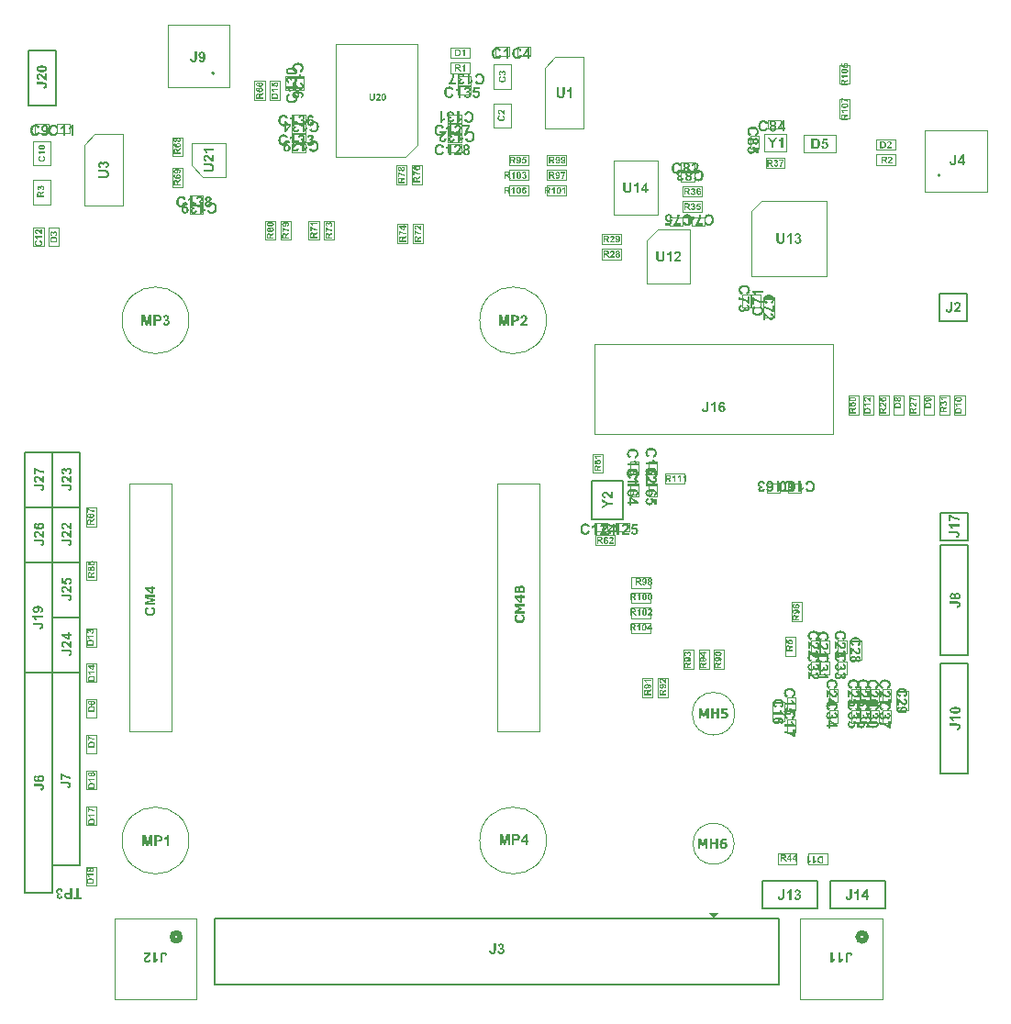
<source format=gbr>
G04*
G04 #@! TF.GenerationSoftware,Altium Limited,Altium Designer,24.9.1 (31)*
G04*
G04 Layer_Color=5220458*
%FSLAX44Y44*%
%MOMM*%
G71*
G04*
G04 #@! TF.SameCoordinates,71836318-DDD3-4581-AD3B-DFE8F42F7339*
G04*
G04*
G04 #@! TF.FilePolarity,Positive*
G04*
G01*
G75*
%ADD10C,0.5080*%
%ADD12C,0.2000*%
%ADD19C,0.1000*%
%ADD20C,0.1250*%
%ADD21C,0.1270*%
%ADD188C,0.0500*%
%ADD189C,0.0254*%
%ADD190R,1.0500X0.2421*%
G36*
X650000Y79000D02*
X654000Y83000D01*
X646000D01*
X650000Y79000D01*
D02*
G37*
G36*
X715610Y705312D02*
Y705291D01*
Y705239D01*
Y705146D01*
Y705031D01*
Y704885D01*
X715600Y704729D01*
Y704552D01*
X715590Y704354D01*
X715569Y703958D01*
X715537Y703552D01*
X715517Y703354D01*
X715496Y703177D01*
X715475Y703011D01*
X715444Y702865D01*
Y702855D01*
X715433Y702834D01*
X715423Y702792D01*
X715413Y702750D01*
X715392Y702688D01*
X715371Y702615D01*
X715308Y702448D01*
X715236Y702251D01*
X715131Y702053D01*
X715006Y701855D01*
X714861Y701657D01*
Y701646D01*
X714840Y701636D01*
X714788Y701574D01*
X714694Y701490D01*
X714569Y701376D01*
X714402Y701251D01*
X714215Y701126D01*
X713986Y700990D01*
X713736Y700876D01*
X713725D01*
X713705Y700865D01*
X713663Y700845D01*
X713611Y700834D01*
X713538Y700813D01*
X713455Y700782D01*
X713351Y700761D01*
X713236Y700730D01*
X713111Y700699D01*
X712976Y700678D01*
X712819Y700657D01*
X712663Y700626D01*
X712486Y700615D01*
X712299Y700595D01*
X712101Y700584D01*
X711757D01*
X711663Y700595D01*
X711549D01*
X711424Y700605D01*
X711278Y700615D01*
X711122Y700626D01*
X710778Y700657D01*
X710435Y700720D01*
X710101Y700793D01*
X709945Y700845D01*
X709810Y700897D01*
X709799D01*
X709779Y700907D01*
X709737Y700928D01*
X709695Y700959D01*
X709633Y700990D01*
X709560Y701022D01*
X709404Y701126D01*
X709227Y701240D01*
X709039Y701376D01*
X708852Y701542D01*
X708685Y701719D01*
Y701730D01*
X708664Y701740D01*
X708643Y701771D01*
X708623Y701813D01*
X708550Y701907D01*
X708466Y702042D01*
X708373Y702209D01*
X708279Y702386D01*
X708206Y702584D01*
X708143Y702792D01*
Y702803D01*
X708133Y702834D01*
X708123Y702875D01*
X708112Y702948D01*
X708102Y703032D01*
X708081Y703136D01*
X708071Y703261D01*
X708050Y703407D01*
X708029Y703563D01*
X708018Y703750D01*
X707998Y703948D01*
X707987Y704167D01*
X707977Y704406D01*
X707967Y704656D01*
X707956Y704937D01*
Y705229D01*
Y710374D01*
X709893D01*
Y705156D01*
Y705146D01*
Y705104D01*
Y705042D01*
Y704958D01*
Y704854D01*
Y704740D01*
X709903Y704614D01*
Y704490D01*
Y704208D01*
X709924Y703948D01*
Y703823D01*
X709935Y703719D01*
X709945Y703625D01*
X709956Y703542D01*
Y703531D01*
X709966Y703521D01*
Y703490D01*
X709987Y703448D01*
X710018Y703334D01*
X710080Y703198D01*
X710153Y703052D01*
X710258Y702896D01*
X710393Y702740D01*
X710549Y702594D01*
X710560D01*
X710570Y702584D01*
X710601Y702563D01*
X710632Y702542D01*
X710737Y702480D01*
X710882Y702417D01*
X711070Y702355D01*
X711289Y702292D01*
X711538Y702251D01*
X711830Y702240D01*
X711913D01*
X711965Y702251D01*
X712038D01*
X712111Y702261D01*
X712299Y702282D01*
X712497Y702323D01*
X712705Y702386D01*
X712903Y702459D01*
X713080Y702573D01*
X713101Y702584D01*
X713142Y702636D01*
X713215Y702709D01*
X713298Y702803D01*
X713382Y702917D01*
X713465Y703063D01*
X713538Y703219D01*
X713580Y703396D01*
Y703407D01*
Y703417D01*
X713590Y703448D01*
Y703490D01*
X713600Y703552D01*
X713611Y703615D01*
X713621Y703698D01*
X713632Y703792D01*
Y703896D01*
X713642Y704021D01*
X713652Y704156D01*
X713663Y704302D01*
Y704469D01*
X713673Y704646D01*
Y704833D01*
Y705042D01*
Y710374D01*
X715610D01*
Y705312D01*
D02*
G37*
G36*
X727888Y710394D02*
X727982D01*
X728097Y710374D01*
X728232Y710363D01*
X728378Y710332D01*
X728534Y710301D01*
X728711Y710248D01*
X728888Y710196D01*
X729065Y710124D01*
X729242Y710040D01*
X729430Y709936D01*
X729607Y709821D01*
X729773Y709686D01*
X729930Y709530D01*
X729940Y709520D01*
X729961Y709499D01*
X729992Y709457D01*
X730034Y709405D01*
X730086Y709342D01*
X730148Y709259D01*
X730211Y709165D01*
X730273Y709061D01*
X730398Y708832D01*
X730513Y708561D01*
X730554Y708416D01*
X730586Y708259D01*
X730607Y708103D01*
X730617Y707937D01*
Y707926D01*
Y707885D01*
X730607Y707812D01*
X730596Y707728D01*
X730575Y707624D01*
X730544Y707499D01*
X730502Y707353D01*
X730440Y707208D01*
X730367Y707051D01*
X730284Y706885D01*
X730169Y706718D01*
X730034Y706552D01*
X729877Y706385D01*
X729690Y706218D01*
X729471Y706062D01*
X729232Y705916D01*
X729242D01*
X729274Y705906D01*
X729315Y705895D01*
X729367Y705875D01*
X729440Y705854D01*
X729523Y705823D01*
X729700Y705750D01*
X729919Y705646D01*
X730138Y705500D01*
X730346Y705333D01*
X730450Y705229D01*
X730544Y705114D01*
X730554Y705104D01*
X730565Y705083D01*
X730586Y705052D01*
X730627Y705010D01*
X730659Y704948D01*
X730700Y704875D01*
X730752Y704792D01*
X730794Y704698D01*
X730888Y704479D01*
X730971Y704229D01*
X731023Y703938D01*
X731033Y703781D01*
X731044Y703625D01*
Y703615D01*
Y703573D01*
X731033Y703500D01*
Y703417D01*
X731013Y703302D01*
X730992Y703177D01*
X730971Y703042D01*
X730929Y702886D01*
X730877Y702719D01*
X730815Y702542D01*
X730742Y702365D01*
X730648Y702188D01*
X730544Y702001D01*
X730419Y701824D01*
X730284Y701646D01*
X730117Y701469D01*
X730107Y701459D01*
X730075Y701428D01*
X730023Y701386D01*
X729950Y701334D01*
X729857Y701261D01*
X729753Y701188D01*
X729628Y701105D01*
X729482Y701032D01*
X729326Y700949D01*
X729149Y700865D01*
X728951Y700793D01*
X728753Y700720D01*
X728534Y700668D01*
X728305Y700626D01*
X728055Y700595D01*
X727805Y700584D01*
X727743D01*
X727680Y700595D01*
X727587D01*
X727482Y700605D01*
X727347Y700626D01*
X727201Y700647D01*
X727045Y700678D01*
X726878Y700720D01*
X726701Y700772D01*
X726524Y700824D01*
X726347Y700897D01*
X726160Y700990D01*
X725983Y701084D01*
X725806Y701199D01*
X725639Y701334D01*
X725629Y701345D01*
X725597Y701365D01*
X725556Y701407D01*
X725504Y701469D01*
X725441Y701542D01*
X725358Y701636D01*
X725285Y701740D01*
X725191Y701865D01*
X725108Y702001D01*
X725025Y702146D01*
X724941Y702303D01*
X724858Y702480D01*
X724796Y702667D01*
X724733Y702865D01*
X724681Y703084D01*
X724650Y703302D01*
X726431Y703521D01*
Y703511D01*
Y703490D01*
X726441Y703459D01*
X726451Y703407D01*
X726472Y703281D01*
X726524Y703136D01*
X726576Y702959D01*
X726660Y702792D01*
X726764Y702615D01*
X726889Y702469D01*
X726909Y702459D01*
X726951Y702417D01*
X727035Y702355D01*
X727139Y702292D01*
X727274Y702230D01*
X727430Y702167D01*
X727607Y702126D01*
X727795Y702115D01*
X727847D01*
X727888Y702126D01*
X727993Y702136D01*
X728128Y702167D01*
X728284Y702219D01*
X728440Y702292D01*
X728607Y702396D01*
X728763Y702542D01*
X728784Y702563D01*
X728826Y702625D01*
X728888Y702719D01*
X728961Y702855D01*
X729034Y703021D01*
X729097Y703219D01*
X729138Y703448D01*
X729159Y703708D01*
Y703719D01*
Y703740D01*
Y703771D01*
X729149Y703823D01*
Y703885D01*
X729138Y703948D01*
X729117Y704104D01*
X729065Y704281D01*
X729003Y704469D01*
X728909Y704646D01*
X728784Y704812D01*
X728763Y704833D01*
X728722Y704875D01*
X728638Y704948D01*
X728534Y705021D01*
X728399Y705094D01*
X728242Y705166D01*
X728065Y705208D01*
X727868Y705229D01*
X727805D01*
X727732Y705219D01*
X727628Y705208D01*
X727503Y705198D01*
X727368Y705166D01*
X727201Y705135D01*
X727024Y705083D01*
X727222Y706583D01*
X727347D01*
X727409Y706593D01*
X727482D01*
X727649Y706614D01*
X727836Y706645D01*
X728024Y706708D01*
X728201Y706791D01*
X728367Y706895D01*
X728388Y706916D01*
X728430Y706958D01*
X728493Y707031D01*
X728576Y707135D01*
X728649Y707270D01*
X728711Y707426D01*
X728753Y707603D01*
X728774Y707812D01*
Y707822D01*
Y707832D01*
Y707895D01*
X728763Y707978D01*
X728742Y708093D01*
X728701Y708207D01*
X728649Y708343D01*
X728576Y708468D01*
X728482Y708582D01*
X728472Y708593D01*
X728430Y708624D01*
X728367Y708676D01*
X728274Y708728D01*
X728159Y708780D01*
X728034Y708832D01*
X727878Y708863D01*
X727701Y708874D01*
X727618D01*
X727534Y708853D01*
X727420Y708832D01*
X727295Y708791D01*
X727160Y708738D01*
X727024Y708655D01*
X726889Y708541D01*
X726878Y708530D01*
X726837Y708478D01*
X726785Y708405D01*
X726712Y708301D01*
X726639Y708166D01*
X726576Y708009D01*
X726524Y707812D01*
X726483Y707593D01*
X724785Y707874D01*
Y707885D01*
X724796Y707916D01*
X724806Y707957D01*
X724816Y708020D01*
X724837Y708093D01*
X724858Y708176D01*
X724921Y708374D01*
X724993Y708603D01*
X725087Y708832D01*
X725191Y709061D01*
X725316Y709270D01*
Y709280D01*
X725337Y709290D01*
X725379Y709353D01*
X725462Y709457D01*
X725577Y709572D01*
X725712Y709707D01*
X725879Y709842D01*
X726076Y709978D01*
X726305Y710103D01*
X726316D01*
X726337Y710113D01*
X726368Y710134D01*
X726420Y710155D01*
X726483Y710176D01*
X726555Y710196D01*
X726639Y710228D01*
X726732Y710259D01*
X726941Y710311D01*
X727191Y710363D01*
X727461Y710394D01*
X727753Y710405D01*
X727816D01*
X727888Y710394D01*
D02*
G37*
G36*
X721963Y700761D02*
X720120D01*
Y707687D01*
X720109Y707676D01*
X720078Y707645D01*
X720015Y707593D01*
X719943Y707530D01*
X719849Y707458D01*
X719724Y707364D01*
X719599Y707260D01*
X719443Y707156D01*
X719276Y707041D01*
X719099Y706926D01*
X718901Y706812D01*
X718693Y706697D01*
X718474Y706583D01*
X718235Y706479D01*
X717995Y706385D01*
X717745Y706291D01*
Y707968D01*
X717756D01*
X717776Y707978D01*
X717818Y707989D01*
X717870Y708009D01*
X717943Y708041D01*
X718016Y708072D01*
X718110Y708114D01*
X718214Y708166D01*
X718443Y708280D01*
X718703Y708437D01*
X718995Y708624D01*
X719307Y708853D01*
X719318Y708863D01*
X719349Y708884D01*
X719391Y708915D01*
X719443Y708968D01*
X719516Y709030D01*
X719588Y709113D01*
X719672Y709197D01*
X719765Y709301D01*
X719963Y709530D01*
X720151Y709790D01*
X720328Y710082D01*
X720401Y710238D01*
X720463Y710405D01*
X721963D01*
Y700761D01*
D02*
G37*
G36*
X696175Y814655D02*
X696308Y814644D01*
X696463Y814633D01*
X696652Y814611D01*
X696863Y814577D01*
X697085Y814522D01*
X697318Y814466D01*
X697562Y814389D01*
X697818Y814300D01*
X698073Y814189D01*
X698328Y814067D01*
X698584Y813911D01*
X698817Y813745D01*
X699050Y813545D01*
X699061Y813534D01*
X699083Y813512D01*
X699116Y813478D01*
X699161Y813423D01*
X699227Y813356D01*
X699294Y813279D01*
X699361Y813179D01*
X699449Y813068D01*
X699527Y812934D01*
X699616Y812801D01*
X699705Y812646D01*
X699793Y812479D01*
X699871Y812291D01*
X699960Y812102D01*
X700038Y811891D01*
X700104Y811669D01*
X698062Y811181D01*
Y811192D01*
X698051Y811214D01*
X698040Y811258D01*
X698028Y811314D01*
X698006Y811380D01*
X697973Y811458D01*
X697895Y811636D01*
X697795Y811836D01*
X697662Y812047D01*
X697496Y812246D01*
X697296Y812435D01*
X697285Y812446D01*
X697274Y812457D01*
X697240Y812479D01*
X697196Y812513D01*
X697141Y812546D01*
X697074Y812579D01*
X696907Y812668D01*
X696696Y812757D01*
X696463Y812823D01*
X696197Y812879D01*
X695897Y812901D01*
X695786D01*
X695709Y812890D01*
X695609Y812879D01*
X695498Y812857D01*
X695376Y812835D01*
X695242Y812801D01*
X695098Y812757D01*
X694943Y812701D01*
X694787Y812635D01*
X694632Y812557D01*
X694476Y812457D01*
X694332Y812346D01*
X694177Y812224D01*
X694044Y812080D01*
X694033Y812069D01*
X694010Y812047D01*
X693977Y811991D01*
X693933Y811924D01*
X693877Y811836D01*
X693822Y811725D01*
X693755Y811591D01*
X693700Y811436D01*
X693633Y811270D01*
X693566Y811070D01*
X693511Y810859D01*
X693455Y810615D01*
X693411Y810348D01*
X693378Y810071D01*
X693355Y809760D01*
X693344Y809427D01*
Y809405D01*
Y809338D01*
Y809238D01*
X693355Y809116D01*
X693367Y808950D01*
X693378Y808772D01*
X693400Y808572D01*
X693433Y808350D01*
X693511Y807895D01*
X693566Y807673D01*
X693633Y807440D01*
X693711Y807218D01*
X693811Y807018D01*
X693910Y806830D01*
X694033Y806663D01*
X694044Y806652D01*
X694066Y806630D01*
X694110Y806585D01*
X694155Y806530D01*
X694232Y806474D01*
X694310Y806408D01*
X694410Y806330D01*
X694521Y806252D01*
X694643Y806175D01*
X694787Y806097D01*
X694932Y806030D01*
X695098Y805975D01*
X695265Y805919D01*
X695453Y805875D01*
X695653Y805853D01*
X695853Y805842D01*
X695931D01*
X695986Y805853D01*
X696064D01*
X696142Y805875D01*
X696341Y805908D01*
X696563Y805975D01*
X696796Y806064D01*
X697029Y806197D01*
X697152Y806275D01*
X697263Y806363D01*
X697274Y806375D01*
X697285Y806386D01*
X697318Y806419D01*
X697363Y806463D01*
X697407Y806519D01*
X697462Y806585D01*
X697529Y806674D01*
X697596Y806763D01*
X697662Y806874D01*
X697740Y806996D01*
X697806Y807129D01*
X697884Y807285D01*
X697951Y807440D01*
X698017Y807618D01*
X698073Y807818D01*
X698128Y808017D01*
X700137Y807396D01*
Y807374D01*
X700115Y807318D01*
X700093Y807240D01*
X700049Y807118D01*
X699993Y806985D01*
X699938Y806818D01*
X699860Y806641D01*
X699771Y806452D01*
X699671Y806252D01*
X699560Y806041D01*
X699427Y805831D01*
X699294Y805631D01*
X699138Y805420D01*
X698972Y805231D01*
X698794Y805054D01*
X698595Y804887D01*
X698584Y804876D01*
X698550Y804854D01*
X698484Y804809D01*
X698406Y804765D01*
X698295Y804698D01*
X698173Y804632D01*
X698028Y804554D01*
X697851Y804488D01*
X697673Y804410D01*
X697462Y804332D01*
X697240Y804266D01*
X696996Y804199D01*
X696741Y804155D01*
X696463Y804110D01*
X696175Y804088D01*
X695875Y804077D01*
X695786D01*
X695675Y804088D01*
X695531Y804099D01*
X695365Y804121D01*
X695165Y804155D01*
X694932Y804188D01*
X694687Y804255D01*
X694432Y804321D01*
X694155Y804421D01*
X693877Y804532D01*
X693600Y804665D01*
X693322Y804821D01*
X693045Y805009D01*
X692778Y805220D01*
X692523Y805464D01*
X692512Y805475D01*
X692467Y805531D01*
X692401Y805609D01*
X692323Y805720D01*
X692223Y805864D01*
X692112Y806030D01*
X691990Y806230D01*
X691868Y806463D01*
X691746Y806719D01*
X691624Y807007D01*
X691513Y807318D01*
X691413Y807662D01*
X691335Y808028D01*
X691269Y808417D01*
X691224Y808828D01*
X691213Y809272D01*
Y809283D01*
Y809305D01*
Y809338D01*
Y809383D01*
Y809449D01*
X691224Y809516D01*
X691235Y809693D01*
X691258Y809904D01*
X691280Y810160D01*
X691324Y810437D01*
X691380Y810726D01*
X691446Y811048D01*
X691535Y811369D01*
X691635Y811702D01*
X691768Y812035D01*
X691913Y812357D01*
X692090Y812668D01*
X692290Y812968D01*
X692523Y813245D01*
X692534Y813256D01*
X692590Y813312D01*
X692656Y813379D01*
X692767Y813467D01*
X692900Y813578D01*
X693056Y813700D01*
X693244Y813822D01*
X693455Y813956D01*
X693689Y814089D01*
X693955Y814222D01*
X694232Y814333D01*
X694543Y814444D01*
X694876Y814533D01*
X695231Y814611D01*
X695609Y814655D01*
X695997Y814666D01*
X696086D01*
X696175Y814655D01*
D02*
G37*
G36*
X715178Y808039D02*
X716454D01*
Y806319D01*
X715178D01*
Y804255D01*
X713280D01*
Y806319D01*
X709095D01*
Y808028D01*
X713524Y814533D01*
X715178D01*
Y808039D01*
D02*
G37*
G36*
X705021Y814522D02*
X705143Y814511D01*
X705277Y814489D01*
X705432Y814466D01*
X705610Y814444D01*
X705965Y814344D01*
X706153Y814289D01*
X706342Y814211D01*
X706531Y814133D01*
X706709Y814022D01*
X706886Y813911D01*
X707041Y813778D01*
X707053Y813767D01*
X707075Y813745D01*
X707119Y813700D01*
X707164Y813645D01*
X707230Y813567D01*
X707297Y813478D01*
X707374Y813379D01*
X707452Y813268D01*
X707519Y813134D01*
X707597Y812990D01*
X707663Y812835D01*
X707730Y812668D01*
X707774Y812490D01*
X707819Y812302D01*
X707841Y812102D01*
X707852Y811891D01*
Y811880D01*
Y811858D01*
Y811824D01*
Y811769D01*
X707841Y811713D01*
X707830Y811636D01*
X707807Y811469D01*
X707763Y811270D01*
X707696Y811059D01*
X707597Y810837D01*
X707474Y810626D01*
Y810615D01*
X707452Y810604D01*
X707408Y810537D01*
X707319Y810437D01*
X707208Y810315D01*
X707064Y810171D01*
X706886Y810026D01*
X706675Y809893D01*
X706442Y809771D01*
X706453D01*
X706475Y809760D01*
X706520Y809738D01*
X706586Y809705D01*
X706653Y809671D01*
X706742Y809627D01*
X706930Y809516D01*
X707130Y809371D01*
X707352Y809205D01*
X707563Y809005D01*
X707741Y808772D01*
Y808761D01*
X707763Y808739D01*
X707785Y808706D01*
X707807Y808661D01*
X707841Y808595D01*
X707885Y808517D01*
X707918Y808439D01*
X707963Y808339D01*
X708040Y808117D01*
X708118Y807851D01*
X708163Y807562D01*
X708185Y807251D01*
Y807240D01*
Y807185D01*
X708174Y807118D01*
Y807018D01*
X708163Y806896D01*
X708140Y806763D01*
X708107Y806608D01*
X708074Y806441D01*
X708018Y806252D01*
X707963Y806075D01*
X707885Y805875D01*
X707796Y805686D01*
X707696Y805498D01*
X707574Y805309D01*
X707430Y805131D01*
X707275Y804954D01*
X707263Y804943D01*
X707230Y804921D01*
X707186Y804876D01*
X707108Y804821D01*
X707019Y804743D01*
X706908Y804676D01*
X706775Y804587D01*
X706631Y804510D01*
X706464Y804432D01*
X706287Y804343D01*
X706087Y804277D01*
X705876Y804210D01*
X705643Y804144D01*
X705399Y804099D01*
X705143Y804077D01*
X704866Y804066D01*
X704733D01*
X704633Y804077D01*
X704511Y804088D01*
X704378Y804110D01*
X704222Y804132D01*
X704056Y804155D01*
X703678Y804243D01*
X703490Y804299D01*
X703290Y804377D01*
X703101Y804454D01*
X702901Y804554D01*
X702713Y804665D01*
X702535Y804798D01*
X702524Y804809D01*
X702491Y804843D01*
X702435Y804887D01*
X702368Y804954D01*
X702280Y805043D01*
X702191Y805154D01*
X702091Y805276D01*
X701991Y805420D01*
X701891Y805586D01*
X701791Y805764D01*
X701702Y805953D01*
X701614Y806164D01*
X701547Y806397D01*
X701492Y806641D01*
X701458Y806896D01*
X701447Y807174D01*
Y807185D01*
Y807207D01*
Y807251D01*
X701458Y807318D01*
Y807385D01*
X701469Y807473D01*
X701503Y807673D01*
X701547Y807906D01*
X701625Y808162D01*
X701725Y808428D01*
X701858Y808694D01*
Y808706D01*
X701880Y808728D01*
X701902Y808761D01*
X701936Y808805D01*
X702036Y808939D01*
X702169Y809094D01*
X702357Y809260D01*
X702579Y809449D01*
X702835Y809616D01*
X703146Y809771D01*
X703134D01*
X703112Y809782D01*
X703079Y809804D01*
X703023Y809827D01*
X702890Y809904D01*
X702724Y810004D01*
X702546Y810126D01*
X702368Y810282D01*
X702191Y810448D01*
X702047Y810648D01*
Y810659D01*
X702036Y810670D01*
X702013Y810704D01*
X701991Y810748D01*
X701936Y810859D01*
X701880Y811014D01*
X701814Y811203D01*
X701758Y811414D01*
X701714Y811647D01*
X701702Y811891D01*
Y811902D01*
Y811947D01*
X701714Y812002D01*
Y812080D01*
X701725Y812180D01*
X701747Y812291D01*
X701769Y812424D01*
X701802Y812557D01*
X701847Y812701D01*
X701902Y812857D01*
X701958Y813012D01*
X702036Y813168D01*
X702135Y813323D01*
X702235Y813478D01*
X702357Y813634D01*
X702502Y813778D01*
X702513Y813789D01*
X702535Y813811D01*
X702590Y813845D01*
X702646Y813900D01*
X702735Y813956D01*
X702835Y814022D01*
X702946Y814089D01*
X703090Y814156D01*
X703234Y814222D01*
X703412Y814300D01*
X703601Y814355D01*
X703800Y814411D01*
X704022Y814466D01*
X704256Y814500D01*
X704511Y814522D01*
X704777Y814533D01*
X704921D01*
X705021Y814522D01*
D02*
G37*
G36*
X255128Y720659D02*
X255184D01*
X255246D01*
X255392Y720645D01*
X255558Y720631D01*
X255739Y720610D01*
X255933Y720583D01*
X256141Y720548D01*
X256349Y720506D01*
X256564Y720451D01*
X256772Y720388D01*
X256973Y720319D01*
X257160Y720229D01*
X257333Y720132D01*
X257493Y720014D01*
X257500Y720007D01*
X257528Y719986D01*
X257562Y719945D01*
X257611Y719896D01*
X257673Y719834D01*
X257736Y719751D01*
X257812Y719660D01*
X257881Y719556D01*
X257950Y719445D01*
X258027Y719314D01*
X258089Y719175D01*
X258145Y719022D01*
X258200Y718863D01*
X258235Y718697D01*
X258263Y718509D01*
X258270Y718322D01*
Y718253D01*
X258263Y718197D01*
X258256Y718135D01*
X258249Y718058D01*
X258235Y717975D01*
X258221Y717892D01*
X258172Y717698D01*
X258138Y717594D01*
X258103Y717497D01*
X258055Y717393D01*
X258006Y717296D01*
X257944Y717199D01*
X257874Y717109D01*
X257867Y717102D01*
X257853Y717088D01*
X257833Y717067D01*
X257798Y717032D01*
X257756Y716998D01*
X257701Y716956D01*
X257645Y716914D01*
X257569Y716866D01*
X257493Y716817D01*
X257403Y716769D01*
X257306Y716713D01*
X257195Y716672D01*
X257077Y716623D01*
X256952Y716589D01*
X256813Y716554D01*
X256668Y716526D01*
X256536Y717712D01*
X256543D01*
X256550D01*
X256571Y717719D01*
X256598D01*
X256661Y717733D01*
X256744Y717753D01*
X256827Y717781D01*
X256917Y717823D01*
X257001Y717871D01*
X257077Y717934D01*
X257084Y717941D01*
X257104Y717968D01*
X257132Y718010D01*
X257160Y718065D01*
X257195Y718135D01*
X257222Y718218D01*
X257243Y718308D01*
X257250Y718419D01*
Y718454D01*
X257243Y718482D01*
X257229Y718551D01*
X257208Y718641D01*
X257167Y718738D01*
X257104Y718849D01*
X257063Y718897D01*
X257014Y718953D01*
X256966Y719008D01*
X256903Y719057D01*
X256896D01*
X256890Y719071D01*
X256862Y719085D01*
X256834Y719099D01*
X256793Y719119D01*
X256737Y719147D01*
X256668Y719175D01*
X256591Y719203D01*
X256501Y719230D01*
X256397Y719258D01*
X256279Y719286D01*
X256148Y719314D01*
X255995Y719341D01*
X255836Y719362D01*
X255655Y719383D01*
X255454Y719397D01*
X255461Y719390D01*
X255475Y719376D01*
X255503Y719348D01*
X255537Y719314D01*
X255579Y719272D01*
X255621Y719217D01*
X255669Y719154D01*
X255718Y719078D01*
X255773Y719002D01*
X255822Y718911D01*
X255863Y718821D01*
X255905Y718717D01*
X255940Y718606D01*
X255967Y718488D01*
X255981Y718371D01*
X255988Y718239D01*
Y718204D01*
X255981Y718169D01*
Y718114D01*
X255967Y718052D01*
X255960Y717975D01*
X255940Y717885D01*
X255919Y717795D01*
X255884Y717698D01*
X255849Y717594D01*
X255801Y717483D01*
X255745Y717379D01*
X255676Y717268D01*
X255600Y717157D01*
X255517Y717046D01*
X255413Y716942D01*
X255406Y716935D01*
X255385Y716921D01*
X255350Y716894D01*
X255309Y716859D01*
X255246Y716817D01*
X255177Y716769D01*
X255094Y716720D01*
X255004Y716672D01*
X254899Y716616D01*
X254788Y716568D01*
X254664Y716519D01*
X254525Y716478D01*
X254379Y716443D01*
X254227Y716415D01*
X254067Y716401D01*
X253894Y716394D01*
X253880D01*
X253852D01*
X253797Y716401D01*
X253734D01*
X253651Y716415D01*
X253554Y716422D01*
X253450Y716443D01*
X253332Y716464D01*
X253214Y716498D01*
X253083Y716533D01*
X252951Y716581D01*
X252826Y716637D01*
X252694Y716706D01*
X252563Y716783D01*
X252445Y716866D01*
X252327Y716970D01*
X252320Y716977D01*
X252299Y716998D01*
X252271Y717032D01*
X252237Y717074D01*
X252188Y717129D01*
X252140Y717199D01*
X252084Y717282D01*
X252029Y717372D01*
X251973Y717469D01*
X251918Y717580D01*
X251869Y717705D01*
X251821Y717830D01*
X251786Y717975D01*
X251758Y718121D01*
X251737Y718273D01*
X251730Y718440D01*
Y718482D01*
X251737Y718537D01*
X251744Y718599D01*
X251751Y718683D01*
X251772Y718780D01*
X251793Y718891D01*
X251828Y719008D01*
X251862Y719133D01*
X251918Y719258D01*
X251973Y719397D01*
X252050Y719529D01*
X252133Y719660D01*
X252237Y719792D01*
X252355Y719924D01*
X252486Y720042D01*
X252493Y720049D01*
X252521Y720069D01*
X252570Y720097D01*
X252632Y720139D01*
X252715Y720187D01*
X252819Y720243D01*
X252937Y720298D01*
X253076Y720354D01*
X253242Y720409D01*
X253423Y720472D01*
X253624Y720520D01*
X253852Y720569D01*
X254095Y720610D01*
X254359Y720638D01*
X254650Y720659D01*
X254962Y720666D01*
X254969D01*
X254983D01*
X255004D01*
X255038D01*
X255080D01*
X255128Y720659D01*
D02*
G37*
G36*
X252729Y715708D02*
X252743Y715694D01*
X252778Y715666D01*
X252819Y715625D01*
X252868Y715576D01*
X252937Y715521D01*
X253013Y715458D01*
X253097Y715389D01*
X253194Y715313D01*
X253305Y715229D01*
X253429Y715139D01*
X253561Y715049D01*
X253700Y714952D01*
X253852Y714855D01*
X254019Y714758D01*
X254192Y714654D01*
X254206Y714647D01*
X254234Y714633D01*
X254289Y714605D01*
X254359Y714564D01*
X254449Y714522D01*
X254553Y714473D01*
X254671Y714411D01*
X254802Y714349D01*
X254955Y714286D01*
X255107Y714217D01*
X255281Y714155D01*
X255454Y714085D01*
X255641Y714016D01*
X255836Y713953D01*
X256231Y713836D01*
X256245D01*
X256279Y713822D01*
X256335Y713808D01*
X256411Y713794D01*
X256508Y713773D01*
X256612Y713745D01*
X256737Y713725D01*
X256876Y713697D01*
X257021Y713669D01*
X257174Y713648D01*
X257493Y713607D01*
X257826Y713572D01*
X258152Y713565D01*
Y712379D01*
X258145D01*
X258138D01*
X258117D01*
X258089D01*
X258020Y712386D01*
X257923Y712393D01*
X257805Y712400D01*
X257659Y712414D01*
X257500Y712435D01*
X257320Y712456D01*
X257118Y712490D01*
X256910Y712525D01*
X256688Y712567D01*
X256453Y712622D01*
X256210Y712678D01*
X255960Y712747D01*
X255704Y712830D01*
X255447Y712920D01*
X255440D01*
X255433Y712927D01*
X255413Y712934D01*
X255385Y712941D01*
X255309Y712976D01*
X255212Y713017D01*
X255094Y713066D01*
X254948Y713128D01*
X254788Y713205D01*
X254615Y713288D01*
X254428Y713385D01*
X254234Y713489D01*
X254026Y713600D01*
X253818Y713725D01*
X253603Y713856D01*
X253388Y714002D01*
X253180Y714148D01*
X252972Y714307D01*
Y711520D01*
X251835D01*
Y715715D01*
X252722D01*
X252729Y715708D01*
D02*
G37*
G36*
X258152Y709543D02*
X256758Y708607D01*
X256751Y708600D01*
X256723Y708586D01*
X256688Y708559D01*
X256640Y708524D01*
X256577Y708489D01*
X256515Y708441D01*
X256363Y708337D01*
X256203Y708219D01*
X256050Y708108D01*
X255981Y708053D01*
X255919Y708004D01*
X255863Y707962D01*
X255822Y707921D01*
X255815Y707914D01*
X255787Y707893D01*
X255759Y707851D01*
X255718Y707803D01*
X255669Y707747D01*
X255627Y707678D01*
X255586Y707609D01*
X255558Y707532D01*
X255551Y707525D01*
X255544Y707491D01*
X255530Y707442D01*
X255517Y707373D01*
X255503Y707283D01*
X255496Y707172D01*
X255482Y707040D01*
Y706624D01*
X258152D01*
Y705334D01*
X251751D01*
Y708219D01*
X251758Y708302D01*
Y708399D01*
X251765Y708510D01*
X251772Y708621D01*
X251793Y708871D01*
X251828Y709113D01*
X251842Y709231D01*
X251869Y709349D01*
X251897Y709453D01*
X251925Y709543D01*
Y709550D01*
X251932Y709564D01*
X251945Y709585D01*
X251959Y709620D01*
X251980Y709661D01*
X252001Y709703D01*
X252063Y709814D01*
X252153Y709932D01*
X252257Y710050D01*
X252389Y710174D01*
X252542Y710285D01*
X252549D01*
X252563Y710299D01*
X252583Y710313D01*
X252618Y710327D01*
X252660Y710355D01*
X252708Y710375D01*
X252771Y710403D01*
X252833Y710431D01*
X252979Y710479D01*
X253152Y710528D01*
X253339Y710556D01*
X253547Y710570D01*
X253554D01*
X253582D01*
X253617D01*
X253665Y710563D01*
X253728Y710556D01*
X253797Y710549D01*
X253880Y710535D01*
X253963Y710514D01*
X254158Y710466D01*
X254255Y710431D01*
X254352Y710389D01*
X254456Y710341D01*
X254553Y710285D01*
X254650Y710223D01*
X254740Y710147D01*
X254747Y710140D01*
X254761Y710126D01*
X254782Y710105D01*
X254816Y710070D01*
X254851Y710022D01*
X254893Y709966D01*
X254941Y709904D01*
X254990Y709828D01*
X255045Y709744D01*
X255094Y709654D01*
X255142Y709550D01*
X255191Y709432D01*
X255232Y709307D01*
X255274Y709176D01*
X255309Y709030D01*
X255336Y708878D01*
Y708885D01*
X255350Y708898D01*
X255357Y708919D01*
X255378Y708947D01*
X255426Y709023D01*
X255496Y709120D01*
X255572Y709231D01*
X255662Y709349D01*
X255766Y709467D01*
X255870Y709571D01*
X255884Y709585D01*
X255905Y709599D01*
X255926Y709620D01*
X255960Y709647D01*
X256002Y709682D01*
X256050Y709724D01*
X256106Y709765D01*
X256175Y709814D01*
X256252Y709869D01*
X256335Y709932D01*
X256432Y709994D01*
X256536Y710063D01*
X256654Y710140D01*
X256772Y710223D01*
X256910Y710306D01*
X258152Y711090D01*
Y709543D01*
D02*
G37*
G36*
X364921Y716972D02*
X366211D01*
Y715787D01*
X364921D01*
Y713172D01*
X363853D01*
X359790Y715939D01*
Y716972D01*
X363846D01*
Y717770D01*
X364921D01*
Y716972D01*
D02*
G37*
G36*
X360788Y712604D02*
X360802Y712590D01*
X360836Y712562D01*
X360878Y712521D01*
X360927Y712472D01*
X360996Y712417D01*
X361072Y712354D01*
X361156Y712285D01*
X361253Y712209D01*
X361363Y712125D01*
X361488Y712035D01*
X361620Y711945D01*
X361759Y711848D01*
X361911Y711751D01*
X362078Y711654D01*
X362251Y711550D01*
X362265Y711543D01*
X362293Y711529D01*
X362348Y711501D01*
X362417Y711460D01*
X362508Y711418D01*
X362612Y711369D01*
X362730Y711307D01*
X362861Y711245D01*
X363014Y711182D01*
X363166Y711113D01*
X363340Y711051D01*
X363513Y710981D01*
X363700Y710912D01*
X363895Y710850D01*
X364290Y710732D01*
X364304D01*
X364338Y710718D01*
X364394Y710704D01*
X364470Y710690D01*
X364567Y710669D01*
X364671Y710641D01*
X364796Y710621D01*
X364935Y710593D01*
X365080Y710565D01*
X365233Y710544D01*
X365552Y710503D01*
X365885Y710468D01*
X366211Y710461D01*
Y709275D01*
X366204D01*
X366197D01*
X366176D01*
X366148D01*
X366079Y709282D01*
X365982Y709289D01*
X365864Y709296D01*
X365718Y709310D01*
X365559Y709331D01*
X365378Y709352D01*
X365177Y709386D01*
X364969Y709421D01*
X364747Y709463D01*
X364512Y709518D01*
X364269Y709574D01*
X364019Y709643D01*
X363763Y709726D01*
X363506Y709816D01*
X363499D01*
X363492Y709823D01*
X363471Y709830D01*
X363444Y709837D01*
X363368Y709872D01*
X363270Y709913D01*
X363153Y709962D01*
X363007Y710024D01*
X362847Y710101D01*
X362674Y710184D01*
X362487Y710281D01*
X362293Y710385D01*
X362085Y710496D01*
X361877Y710621D01*
X361662Y710752D01*
X361447Y710898D01*
X361239Y711044D01*
X361031Y711203D01*
Y708416D01*
X359893D01*
Y712611D01*
X360781D01*
X360788Y712604D01*
D02*
G37*
G36*
X366211Y706439D02*
X364817Y705503D01*
X364810Y705496D01*
X364782Y705482D01*
X364747Y705455D01*
X364699Y705420D01*
X364636Y705385D01*
X364574Y705337D01*
X364422Y705233D01*
X364262Y705115D01*
X364109Y705004D01*
X364040Y704949D01*
X363978Y704900D01*
X363922Y704858D01*
X363881Y704817D01*
X363874Y704810D01*
X363846Y704789D01*
X363818Y704747D01*
X363777Y704699D01*
X363728Y704643D01*
X363686Y704574D01*
X363645Y704505D01*
X363617Y704428D01*
X363610Y704421D01*
X363603Y704387D01*
X363589Y704338D01*
X363576Y704269D01*
X363562Y704179D01*
X363555Y704068D01*
X363541Y703936D01*
Y703520D01*
X366211D01*
Y702230D01*
X359810D01*
Y705115D01*
X359817Y705198D01*
Y705295D01*
X359824Y705406D01*
X359831Y705517D01*
X359852Y705767D01*
X359887Y706009D01*
X359900Y706127D01*
X359928Y706245D01*
X359956Y706349D01*
X359984Y706439D01*
Y706446D01*
X359991Y706460D01*
X360004Y706481D01*
X360018Y706516D01*
X360039Y706557D01*
X360060Y706599D01*
X360122Y706710D01*
X360212Y706828D01*
X360316Y706945D01*
X360448Y707070D01*
X360601Y707181D01*
X360608D01*
X360622Y707195D01*
X360642Y707209D01*
X360677Y707223D01*
X360719Y707251D01*
X360767Y707271D01*
X360830Y707299D01*
X360892Y707327D01*
X361038Y707375D01*
X361211Y707424D01*
X361398Y707452D01*
X361606Y707466D01*
X361613D01*
X361641D01*
X361676D01*
X361724Y707459D01*
X361786Y707452D01*
X361856Y707445D01*
X361939Y707431D01*
X362022Y707410D01*
X362216Y707362D01*
X362313Y707327D01*
X362411Y707285D01*
X362515Y707237D01*
X362612Y707181D01*
X362709Y707119D01*
X362799Y707043D01*
X362806Y707036D01*
X362820Y707022D01*
X362840Y707001D01*
X362875Y706966D01*
X362910Y706918D01*
X362951Y706862D01*
X363000Y706800D01*
X363049Y706724D01*
X363104Y706640D01*
X363153Y706550D01*
X363201Y706446D01*
X363250Y706328D01*
X363291Y706204D01*
X363333Y706072D01*
X363368Y705926D01*
X363395Y705774D01*
Y705781D01*
X363409Y705794D01*
X363416Y705815D01*
X363437Y705843D01*
X363485Y705919D01*
X363555Y706016D01*
X363631Y706127D01*
X363721Y706245D01*
X363825Y706363D01*
X363929Y706467D01*
X363943Y706481D01*
X363964Y706495D01*
X363985Y706516D01*
X364019Y706543D01*
X364061Y706578D01*
X364109Y706620D01*
X364165Y706661D01*
X364234Y706710D01*
X364310Y706765D01*
X364394Y706828D01*
X364491Y706890D01*
X364595Y706959D01*
X364713Y707036D01*
X364831Y707119D01*
X364969Y707202D01*
X366211Y707986D01*
Y706439D01*
D02*
G37*
G36*
X556780Y694262D02*
X556856Y694256D01*
X556946Y694242D01*
X557051Y694228D01*
X557161Y694207D01*
X557279Y694179D01*
X557397Y694145D01*
X557522Y694103D01*
X557647Y694054D01*
X557765Y693992D01*
X557883Y693923D01*
X558000Y693847D01*
X558105Y693756D01*
X558111Y693749D01*
X558125Y693736D01*
X558153Y693701D01*
X558188Y693666D01*
X558229Y693618D01*
X558278Y693555D01*
X558326Y693486D01*
X558382Y693403D01*
X558430Y693319D01*
X558479Y693222D01*
X558527Y693118D01*
X558569Y693008D01*
X558604Y692883D01*
X558632Y692758D01*
X558645Y692626D01*
X558652Y692487D01*
Y692480D01*
Y692467D01*
Y692446D01*
Y692411D01*
X558645Y692376D01*
Y692328D01*
X558632Y692224D01*
X558611Y692092D01*
X558583Y691954D01*
X558548Y691808D01*
X558493Y691662D01*
Y691655D01*
X558486Y691648D01*
X558479Y691621D01*
X558465Y691593D01*
X558444Y691558D01*
X558424Y691517D01*
X558375Y691413D01*
X558306Y691295D01*
X558222Y691156D01*
X558118Y691003D01*
X558000Y690844D01*
X557987Y690830D01*
X557959Y690788D01*
X557896Y690726D01*
X557820Y690636D01*
X557765Y690581D01*
X557709Y690518D01*
X557640Y690456D01*
X557571Y690379D01*
X557487Y690303D01*
X557397Y690213D01*
X557300Y690123D01*
X557196Y690026D01*
X557189Y690019D01*
X557168Y690005D01*
X557141Y689977D01*
X557106Y689942D01*
X557057Y689901D01*
X557002Y689852D01*
X556884Y689741D01*
X556759Y689624D01*
X556641Y689506D01*
X556586Y689450D01*
X556537Y689402D01*
X556496Y689353D01*
X556461Y689318D01*
X556454Y689312D01*
X556433Y689291D01*
X556406Y689256D01*
X556371Y689214D01*
X556336Y689159D01*
X556295Y689103D01*
X556212Y688986D01*
X558652D01*
Y687848D01*
X554353D01*
Y687855D01*
X554360Y687876D01*
Y687911D01*
X554367Y687959D01*
X554381Y688015D01*
X554395Y688084D01*
X554409Y688160D01*
X554429Y688244D01*
X554485Y688431D01*
X554561Y688639D01*
X554651Y688854D01*
X554769Y689069D01*
X554776Y689076D01*
X554783Y689097D01*
X554811Y689131D01*
X554838Y689173D01*
X554880Y689228D01*
X554936Y689305D01*
X554998Y689381D01*
X555074Y689478D01*
X555158Y689582D01*
X555261Y689693D01*
X555373Y689825D01*
X555497Y689956D01*
X555636Y690102D01*
X555796Y690262D01*
X555962Y690428D01*
X556149Y690601D01*
X556156Y690608D01*
X556184Y690636D01*
X556225Y690678D01*
X556281Y690726D01*
X556350Y690788D01*
X556419Y690858D01*
X556503Y690941D01*
X556586Y691024D01*
X556766Y691198D01*
X556933Y691371D01*
X557002Y691447D01*
X557071Y691524D01*
X557127Y691593D01*
X557168Y691648D01*
Y691655D01*
X557182Y691662D01*
X557189Y691683D01*
X557210Y691711D01*
X557252Y691787D01*
X557300Y691884D01*
X557342Y691995D01*
X557383Y692120D01*
X557411Y692259D01*
X557425Y692397D01*
Y692404D01*
Y692418D01*
Y692439D01*
Y692467D01*
X557411Y692536D01*
X557397Y692633D01*
X557369Y692730D01*
X557335Y692834D01*
X557279Y692938D01*
X557203Y693028D01*
X557196Y693035D01*
X557161Y693063D01*
X557113Y693098D01*
X557044Y693139D01*
X556954Y693181D01*
X556850Y693215D01*
X556732Y693243D01*
X556593Y693250D01*
X556530D01*
X556461Y693236D01*
X556371Y693222D01*
X556274Y693195D01*
X556170Y693153D01*
X556066Y693091D01*
X555976Y693014D01*
X555969Y693000D01*
X555941Y692973D01*
X555906Y692917D01*
X555858Y692834D01*
X555816Y692730D01*
X555775Y692598D01*
X555740Y692439D01*
X555726Y692349D01*
X555719Y692252D01*
X554499Y692370D01*
Y692383D01*
X554506Y692411D01*
X554513Y692467D01*
X554526Y692536D01*
X554540Y692619D01*
X554561Y692716D01*
X554589Y692820D01*
X554624Y692931D01*
X554665Y693049D01*
X554714Y693167D01*
X554769Y693292D01*
X554832Y693410D01*
X554901Y693528D01*
X554984Y693639D01*
X555074Y693736D01*
X555178Y693826D01*
X555185Y693833D01*
X555206Y693847D01*
X555241Y693867D01*
X555282Y693895D01*
X555338Y693930D01*
X555407Y693964D01*
X555483Y694006D01*
X555574Y694048D01*
X555678Y694089D01*
X555782Y694131D01*
X555900Y694165D01*
X556031Y694200D01*
X556163Y694228D01*
X556309Y694249D01*
X556461Y694262D01*
X556621Y694269D01*
X556711D01*
X556780Y694262D01*
D02*
G37*
G36*
X551295Y694242D02*
X551392D01*
X551503Y694235D01*
X551614Y694228D01*
X551864Y694207D01*
X552107Y694172D01*
X552224Y694158D01*
X552342Y694131D01*
X552446Y694103D01*
X552536Y694075D01*
X552543D01*
X552557Y694068D01*
X552578Y694054D01*
X552613Y694041D01*
X552654Y694020D01*
X552696Y693999D01*
X552807Y693937D01*
X552925Y693847D01*
X553043Y693743D01*
X553167Y693611D01*
X553278Y693458D01*
Y693451D01*
X553292Y693437D01*
X553306Y693417D01*
X553320Y693382D01*
X553348Y693340D01*
X553368Y693292D01*
X553396Y693229D01*
X553424Y693167D01*
X553473Y693021D01*
X553521Y692848D01*
X553549Y692661D01*
X553563Y692453D01*
Y692446D01*
Y692418D01*
Y692383D01*
X553556Y692335D01*
X553549Y692272D01*
X553542Y692203D01*
X553528Y692120D01*
X553507Y692037D01*
X553459Y691842D01*
X553424Y691745D01*
X553382Y691648D01*
X553334Y691544D01*
X553278Y691447D01*
X553216Y691350D01*
X553140Y691260D01*
X553133Y691253D01*
X553119Y691239D01*
X553098Y691218D01*
X553063Y691184D01*
X553015Y691149D01*
X552959Y691107D01*
X552897Y691059D01*
X552821Y691010D01*
X552738Y690955D01*
X552647Y690906D01*
X552543Y690858D01*
X552425Y690809D01*
X552301Y690768D01*
X552169Y690726D01*
X552023Y690691D01*
X551871Y690664D01*
X551878D01*
X551892Y690650D01*
X551912Y690643D01*
X551940Y690622D01*
X552016Y690574D01*
X552113Y690504D01*
X552224Y690428D01*
X552342Y690338D01*
X552460Y690234D01*
X552564Y690130D01*
X552578Y690116D01*
X552592Y690095D01*
X552613Y690074D01*
X552640Y690040D01*
X552675Y689998D01*
X552717Y689949D01*
X552758Y689894D01*
X552807Y689825D01*
X552862Y689748D01*
X552925Y689665D01*
X552987Y689568D01*
X553056Y689464D01*
X553133Y689346D01*
X553216Y689228D01*
X553299Y689090D01*
X554083Y687848D01*
X552536D01*
X551600Y689242D01*
X551593Y689249D01*
X551580Y689277D01*
X551552Y689312D01*
X551517Y689360D01*
X551482Y689423D01*
X551434Y689485D01*
X551330Y689637D01*
X551212Y689797D01*
X551101Y689949D01*
X551045Y690019D01*
X550997Y690081D01*
X550955Y690137D01*
X550914Y690178D01*
X550907Y690185D01*
X550886Y690213D01*
X550844Y690241D01*
X550796Y690282D01*
X550740Y690331D01*
X550671Y690372D01*
X550602Y690414D01*
X550526Y690442D01*
X550518Y690449D01*
X550484Y690456D01*
X550435Y690470D01*
X550366Y690483D01*
X550276Y690497D01*
X550165Y690504D01*
X550033Y690518D01*
X549617D01*
Y687848D01*
X548327D01*
Y694249D01*
X551212D01*
X551295Y694242D01*
D02*
G37*
G36*
X561697Y694262D02*
X561773Y694256D01*
X561856Y694242D01*
X561953Y694228D01*
X562064Y694214D01*
X562286Y694152D01*
X562404Y694117D01*
X562522Y694068D01*
X562640Y694020D01*
X562751Y693951D01*
X562861Y693881D01*
X562958Y693798D01*
X562965Y693791D01*
X562979Y693777D01*
X563007Y693749D01*
X563035Y693715D01*
X563076Y693666D01*
X563118Y693611D01*
X563167Y693548D01*
X563215Y693479D01*
X563257Y693396D01*
X563305Y693306D01*
X563347Y693208D01*
X563388Y693104D01*
X563416Y692994D01*
X563444Y692876D01*
X563458Y692751D01*
X563465Y692619D01*
Y692612D01*
Y692598D01*
Y692578D01*
Y692543D01*
X563458Y692508D01*
X563451Y692460D01*
X563437Y692356D01*
X563409Y692231D01*
X563368Y692099D01*
X563305Y691960D01*
X563229Y691829D01*
Y691822D01*
X563215Y691815D01*
X563187Y691773D01*
X563132Y691711D01*
X563063Y691635D01*
X562972Y691544D01*
X562861Y691454D01*
X562730Y691371D01*
X562584Y691295D01*
X562591D01*
X562605Y691288D01*
X562633Y691274D01*
X562674Y691253D01*
X562716Y691232D01*
X562771Y691205D01*
X562889Y691135D01*
X563014Y691045D01*
X563153Y690941D01*
X563284Y690816D01*
X563395Y690671D01*
Y690664D01*
X563409Y690650D01*
X563423Y690629D01*
X563437Y690601D01*
X563458Y690560D01*
X563485Y690511D01*
X563506Y690463D01*
X563534Y690400D01*
X563583Y690262D01*
X563631Y690095D01*
X563659Y689915D01*
X563673Y689721D01*
Y689714D01*
Y689679D01*
X563666Y689637D01*
Y689575D01*
X563659Y689499D01*
X563645Y689416D01*
X563624Y689318D01*
X563603Y689214D01*
X563569Y689097D01*
X563534Y688986D01*
X563485Y688861D01*
X563430Y688743D01*
X563368Y688625D01*
X563291Y688507D01*
X563201Y688396D01*
X563104Y688285D01*
X563097Y688278D01*
X563076Y688264D01*
X563049Y688237D01*
X563000Y688202D01*
X562945Y688154D01*
X562875Y688112D01*
X562792Y688056D01*
X562702Y688008D01*
X562598Y687959D01*
X562487Y687904D01*
X562362Y687862D01*
X562230Y687821D01*
X562085Y687779D01*
X561932Y687751D01*
X561773Y687738D01*
X561599Y687730D01*
X561516D01*
X561454Y687738D01*
X561377Y687744D01*
X561294Y687758D01*
X561197Y687772D01*
X561093Y687786D01*
X560857Y687841D01*
X560740Y687876D01*
X560615Y687925D01*
X560497Y687973D01*
X560372Y688036D01*
X560254Y688105D01*
X560143Y688188D01*
X560136Y688195D01*
X560116Y688216D01*
X560081Y688244D01*
X560039Y688285D01*
X559984Y688341D01*
X559928Y688410D01*
X559866Y688486D01*
X559803Y688577D01*
X559741Y688680D01*
X559679Y688792D01*
X559623Y688909D01*
X559568Y689041D01*
X559526Y689187D01*
X559491Y689339D01*
X559471Y689499D01*
X559464Y689672D01*
Y689679D01*
Y689693D01*
Y689721D01*
X559471Y689762D01*
Y689804D01*
X559478Y689859D01*
X559498Y689984D01*
X559526Y690130D01*
X559575Y690289D01*
X559637Y690456D01*
X559720Y690622D01*
Y690629D01*
X559734Y690643D01*
X559748Y690664D01*
X559769Y690691D01*
X559831Y690775D01*
X559914Y690872D01*
X560032Y690976D01*
X560171Y691094D01*
X560330Y691198D01*
X560525Y691295D01*
X560518D01*
X560504Y691302D01*
X560483Y691316D01*
X560448Y691329D01*
X560365Y691378D01*
X560261Y691440D01*
X560150Y691517D01*
X560039Y691614D01*
X559928Y691718D01*
X559838Y691842D01*
Y691849D01*
X559831Y691856D01*
X559817Y691877D01*
X559803Y691905D01*
X559769Y691974D01*
X559734Y692071D01*
X559692Y692189D01*
X559658Y692321D01*
X559630Y692467D01*
X559623Y692619D01*
Y692626D01*
Y692654D01*
X559630Y692689D01*
Y692737D01*
X559637Y692799D01*
X559651Y692869D01*
X559665Y692952D01*
X559686Y693035D01*
X559713Y693125D01*
X559748Y693222D01*
X559783Y693319D01*
X559831Y693417D01*
X559894Y693514D01*
X559956Y693611D01*
X560032Y693708D01*
X560122Y693798D01*
X560129Y693805D01*
X560143Y693819D01*
X560178Y693840D01*
X560213Y693874D01*
X560268Y693909D01*
X560330Y693951D01*
X560400Y693992D01*
X560490Y694034D01*
X560580Y694075D01*
X560691Y694124D01*
X560809Y694158D01*
X560934Y694193D01*
X561072Y694228D01*
X561218Y694249D01*
X561377Y694262D01*
X561544Y694269D01*
X561634D01*
X561697Y694262D01*
D02*
G37*
G36*
X767312Y343637D02*
X767490Y343626D01*
X767701Y343604D01*
X767956Y343582D01*
X768233Y343537D01*
X768522Y343482D01*
X768844Y343415D01*
X769166Y343326D01*
X769499Y343226D01*
X769832Y343093D01*
X770154Y342949D01*
X770464Y342771D01*
X770764Y342571D01*
X771042Y342338D01*
X771053Y342327D01*
X771108Y342272D01*
X771175Y342205D01*
X771264Y342094D01*
X771375Y341961D01*
X771497Y341806D01*
X771619Y341617D01*
X771752Y341406D01*
X771885Y341173D01*
X772018Y340906D01*
X772129Y340629D01*
X772240Y340318D01*
X772329Y339985D01*
X772407Y339630D01*
X772451Y339253D01*
X772462Y338864D01*
Y338775D01*
X772451Y338686D01*
X772440Y338553D01*
X772429Y338398D01*
X772407Y338209D01*
X772374Y337998D01*
X772318Y337776D01*
X772263Y337543D01*
X772185Y337299D01*
X772096Y337044D01*
X771985Y336788D01*
X771863Y336533D01*
X771708Y336278D01*
X771541Y336045D01*
X771341Y335812D01*
X771330Y335801D01*
X771308Y335778D01*
X771275Y335745D01*
X771219Y335701D01*
X771153Y335634D01*
X771075Y335568D01*
X770975Y335501D01*
X770864Y335412D01*
X770731Y335334D01*
X770598Y335246D01*
X770442Y335157D01*
X770276Y335068D01*
X770087Y334990D01*
X769898Y334902D01*
X769688Y334824D01*
X769465Y334757D01*
X768977Y336800D01*
X768988D01*
X769010Y336811D01*
X769055Y336822D01*
X769110Y336833D01*
X769177Y336855D01*
X769255Y336888D01*
X769432Y336966D01*
X769632Y337066D01*
X769843Y337199D01*
X770043Y337366D01*
X770231Y337565D01*
X770242Y337576D01*
X770254Y337588D01*
X770276Y337621D01*
X770309Y337665D01*
X770342Y337721D01*
X770376Y337787D01*
X770464Y337954D01*
X770553Y338165D01*
X770620Y338398D01*
X770675Y338664D01*
X770697Y338964D01*
Y339075D01*
X770686Y339153D01*
X770675Y339253D01*
X770653Y339364D01*
X770631Y339486D01*
X770598Y339619D01*
X770553Y339763D01*
X770498Y339919D01*
X770431Y340074D01*
X770353Y340229D01*
X770254Y340385D01*
X770143Y340529D01*
X770021Y340685D01*
X769876Y340818D01*
X769865Y340829D01*
X769843Y340851D01*
X769787Y340884D01*
X769721Y340929D01*
X769632Y340984D01*
X769521Y341040D01*
X769388Y341106D01*
X769232Y341162D01*
X769066Y341228D01*
X768866Y341295D01*
X768655Y341351D01*
X768411Y341406D01*
X768145Y341450D01*
X767867Y341484D01*
X767556Y341506D01*
X767223Y341517D01*
X767201D01*
X767134D01*
X767035D01*
X766913Y341506D01*
X766746Y341495D01*
X766568Y341484D01*
X766369Y341461D01*
X766147Y341428D01*
X765692Y341351D01*
X765470Y341295D01*
X765236Y341228D01*
X765014Y341151D01*
X764815Y341051D01*
X764626Y340951D01*
X764460Y340829D01*
X764448Y340818D01*
X764426Y340796D01*
X764382Y340751D01*
X764326Y340707D01*
X764271Y340629D01*
X764204Y340551D01*
X764127Y340451D01*
X764049Y340340D01*
X763971Y340218D01*
X763893Y340074D01*
X763827Y339930D01*
X763771Y339763D01*
X763716Y339597D01*
X763671Y339408D01*
X763649Y339208D01*
X763638Y339008D01*
Y338931D01*
X763649Y338875D01*
Y338797D01*
X763671Y338720D01*
X763705Y338520D01*
X763771Y338298D01*
X763860Y338065D01*
X763993Y337832D01*
X764071Y337710D01*
X764160Y337599D01*
X764171Y337588D01*
X764182Y337576D01*
X764215Y337543D01*
X764260Y337499D01*
X764315Y337454D01*
X764382Y337399D01*
X764471Y337332D01*
X764559Y337266D01*
X764670Y337199D01*
X764792Y337121D01*
X764926Y337055D01*
X765081Y336977D01*
X765236Y336911D01*
X765414Y336844D01*
X765614Y336788D01*
X765814Y336733D01*
X765192Y334724D01*
X765170D01*
X765114Y334746D01*
X765037Y334768D01*
X764914Y334813D01*
X764781Y334868D01*
X764615Y334924D01*
X764437Y335001D01*
X764249Y335090D01*
X764049Y335190D01*
X763838Y335301D01*
X763627Y335434D01*
X763427Y335568D01*
X763216Y335723D01*
X763028Y335889D01*
X762850Y336067D01*
X762683Y336267D01*
X762672Y336278D01*
X762650Y336311D01*
X762606Y336378D01*
X762561Y336455D01*
X762495Y336567D01*
X762428Y336689D01*
X762350Y336833D01*
X762284Y337010D01*
X762206Y337188D01*
X762129Y337399D01*
X762062Y337621D01*
X761995Y337865D01*
X761951Y338120D01*
X761907Y338398D01*
X761884Y338686D01*
X761873Y338986D01*
Y339075D01*
X761884Y339186D01*
X761895Y339330D01*
X761918Y339497D01*
X761951Y339697D01*
X761984Y339930D01*
X762051Y340174D01*
X762117Y340429D01*
X762217Y340707D01*
X762328Y340984D01*
X762461Y341262D01*
X762617Y341539D01*
X762806Y341817D01*
X763017Y342083D01*
X763261Y342338D01*
X763272Y342350D01*
X763327Y342394D01*
X763405Y342461D01*
X763516Y342538D01*
X763660Y342638D01*
X763827Y342749D01*
X764027Y342871D01*
X764260Y342993D01*
X764515Y343115D01*
X764804Y343237D01*
X765114Y343348D01*
X765458Y343448D01*
X765825Y343526D01*
X766213Y343593D01*
X766624Y343637D01*
X767068Y343648D01*
X767079D01*
X767101D01*
X767134D01*
X767179D01*
X767245D01*
X767312Y343637D01*
D02*
G37*
G36*
X762095Y333625D02*
X762151D01*
X762228Y333614D01*
X762317Y333592D01*
X762428Y333569D01*
X762550Y333547D01*
X762683Y333514D01*
X762983Y333425D01*
X763316Y333303D01*
X763660Y333159D01*
X764004Y332970D01*
X764016Y332959D01*
X764049Y332948D01*
X764104Y332904D01*
X764171Y332859D01*
X764260Y332793D01*
X764382Y332704D01*
X764504Y332604D01*
X764659Y332482D01*
X764826Y332349D01*
X765003Y332182D01*
X765214Y332004D01*
X765425Y331805D01*
X765658Y331583D01*
X765913Y331327D01*
X766180Y331061D01*
X766457Y330761D01*
X766469Y330750D01*
X766513Y330706D01*
X766580Y330639D01*
X766657Y330550D01*
X766757Y330439D01*
X766868Y330328D01*
X767001Y330195D01*
X767134Y330062D01*
X767412Y329773D01*
X767690Y329507D01*
X767812Y329396D01*
X767934Y329285D01*
X768045Y329196D01*
X768133Y329130D01*
X768145D01*
X768156Y329107D01*
X768189Y329096D01*
X768233Y329063D01*
X768355Y328996D01*
X768511Y328919D01*
X768689Y328852D01*
X768888Y328786D01*
X769110Y328741D01*
X769332Y328719D01*
X769343D01*
X769366D01*
X769399D01*
X769443D01*
X769554Y328741D01*
X769710Y328763D01*
X769865Y328808D01*
X770032Y328863D01*
X770198Y328952D01*
X770342Y329074D01*
X770353Y329085D01*
X770398Y329141D01*
X770453Y329218D01*
X770520Y329329D01*
X770586Y329474D01*
X770642Y329640D01*
X770686Y329829D01*
X770697Y330051D01*
Y330151D01*
X770675Y330262D01*
X770653Y330406D01*
X770609Y330561D01*
X770542Y330728D01*
X770442Y330895D01*
X770320Y331039D01*
X770298Y331050D01*
X770254Y331094D01*
X770165Y331150D01*
X770032Y331227D01*
X769865Y331294D01*
X769654Y331361D01*
X769399Y331416D01*
X769255Y331438D01*
X769099Y331450D01*
X769288Y333403D01*
X769310D01*
X769354Y333392D01*
X769443Y333381D01*
X769554Y333359D01*
X769688Y333336D01*
X769843Y333303D01*
X770009Y333259D01*
X770187Y333203D01*
X770376Y333137D01*
X770564Y333059D01*
X770764Y332970D01*
X770953Y332870D01*
X771142Y332759D01*
X771319Y332626D01*
X771475Y332482D01*
X771619Y332315D01*
X771630Y332304D01*
X771652Y332271D01*
X771685Y332215D01*
X771730Y332149D01*
X771785Y332060D01*
X771841Y331949D01*
X771907Y331827D01*
X771974Y331683D01*
X772041Y331516D01*
X772107Y331350D01*
X772163Y331161D01*
X772218Y330950D01*
X772263Y330739D01*
X772296Y330506D01*
X772318Y330262D01*
X772329Y330006D01*
Y329862D01*
X772318Y329751D01*
X772307Y329629D01*
X772285Y329485D01*
X772263Y329318D01*
X772229Y329141D01*
X772185Y328952D01*
X772129Y328763D01*
X772063Y328563D01*
X771985Y328364D01*
X771885Y328175D01*
X771774Y327986D01*
X771652Y327798D01*
X771508Y327631D01*
X771497Y327620D01*
X771475Y327598D01*
X771419Y327553D01*
X771364Y327498D01*
X771286Y327431D01*
X771186Y327354D01*
X771075Y327276D01*
X770942Y327187D01*
X770808Y327109D01*
X770653Y327032D01*
X770487Y326954D01*
X770309Y326887D01*
X770109Y326832D01*
X769910Y326787D01*
X769699Y326765D01*
X769477Y326754D01*
X769465D01*
X769443D01*
X769410D01*
X769354D01*
X769299Y326765D01*
X769221D01*
X769055Y326787D01*
X768844Y326821D01*
X768622Y326865D01*
X768389Y326921D01*
X768156Y327010D01*
X768145D01*
X768133Y327021D01*
X768089Y327032D01*
X768045Y327054D01*
X767989Y327087D01*
X767923Y327121D01*
X767756Y327198D01*
X767567Y327309D01*
X767345Y327442D01*
X767101Y327609D01*
X766846Y327798D01*
X766824Y327820D01*
X766757Y327864D01*
X766657Y327964D01*
X766513Y328086D01*
X766424Y328175D01*
X766324Y328264D01*
X766224Y328375D01*
X766102Y328486D01*
X765980Y328619D01*
X765836Y328763D01*
X765692Y328919D01*
X765536Y329085D01*
X765525Y329096D01*
X765503Y329130D01*
X765458Y329174D01*
X765403Y329230D01*
X765336Y329307D01*
X765259Y329396D01*
X765081Y329585D01*
X764892Y329785D01*
X764704Y329973D01*
X764615Y330062D01*
X764537Y330140D01*
X764460Y330206D01*
X764404Y330262D01*
X764393Y330273D01*
X764360Y330306D01*
X764304Y330351D01*
X764238Y330406D01*
X764149Y330462D01*
X764060Y330528D01*
X763871Y330661D01*
Y326754D01*
X762051D01*
Y333636D01*
X762062D01*
X762095Y333625D01*
D02*
G37*
G36*
X764992Y323602D02*
X764981D01*
X764959D01*
X764926Y323591D01*
X764870Y323580D01*
X764737Y323558D01*
X764582Y323502D01*
X764393Y323447D01*
X764215Y323358D01*
X764027Y323247D01*
X763871Y323114D01*
X763860Y323091D01*
X763816Y323047D01*
X763749Y322958D01*
X763682Y322847D01*
X763616Y322703D01*
X763563Y322571D01*
X763660Y322638D01*
X763827Y322749D01*
X764027Y322871D01*
X764260Y322993D01*
X764515Y323115D01*
X764804Y323237D01*
X765114Y323349D01*
X765458Y323448D01*
X765825Y323526D01*
X766213Y323593D01*
X766624Y323637D01*
X767068Y323648D01*
X767079D01*
X767101D01*
X767134D01*
X767179D01*
X767245D01*
X767312Y323637D01*
X767490Y323626D01*
X767701Y323604D01*
X767956Y323582D01*
X768233Y323537D01*
X768522Y323482D01*
X768844Y323415D01*
X769166Y323326D01*
X769499Y323226D01*
X769832Y323093D01*
X770154Y322949D01*
X770464Y322771D01*
X770611Y322673D01*
X770609Y322681D01*
X770553Y322825D01*
X770464Y322969D01*
X770342Y323114D01*
X770331Y323125D01*
X770276Y323169D01*
X770198Y323224D01*
X770087Y323302D01*
X769943Y323380D01*
X769776Y323447D01*
X769565Y323502D01*
X769332Y323546D01*
X769632Y325356D01*
X769643D01*
X769676Y325345D01*
X769721Y325334D01*
X769787Y325322D01*
X769865Y325300D01*
X769954Y325278D01*
X770165Y325211D01*
X770409Y325134D01*
X770653Y325034D01*
X770897Y324923D01*
X771119Y324790D01*
X771130D01*
X771142Y324767D01*
X771208Y324723D01*
X771319Y324634D01*
X771441Y324512D01*
X771585Y324368D01*
X771730Y324190D01*
X771874Y323979D01*
X772007Y323735D01*
Y323724D01*
X772018Y323702D01*
X772041Y323669D01*
X772063Y323613D01*
X772085Y323546D01*
X772107Y323469D01*
X772141Y323380D01*
X772174Y323280D01*
X772229Y323058D01*
X772285Y322792D01*
X772318Y322503D01*
X772329Y322192D01*
Y322126D01*
X772318Y322048D01*
Y321948D01*
X772296Y321826D01*
X772285Y321682D01*
X772252Y321526D01*
X772218Y321360D01*
X772163Y321171D01*
X772107Y320982D01*
X772047Y320836D01*
X772129Y320629D01*
X772240Y320318D01*
X772329Y319985D01*
X772407Y319630D01*
X772451Y319253D01*
X772462Y318864D01*
Y318775D01*
X772451Y318687D01*
X772440Y318553D01*
X772429Y318398D01*
X772407Y318209D01*
X772374Y317998D01*
X772318Y317776D01*
X772263Y317543D01*
X772185Y317299D01*
X772096Y317044D01*
X771985Y316789D01*
X771863Y316533D01*
X771708Y316278D01*
X771541Y316045D01*
X771341Y315812D01*
X771330Y315801D01*
X771308Y315778D01*
X771275Y315745D01*
X771219Y315701D01*
X771153Y315634D01*
X771075Y315567D01*
X770975Y315501D01*
X770864Y315412D01*
X770731Y315334D01*
X770598Y315246D01*
X770442Y315157D01*
X770276Y315068D01*
X770087Y314990D01*
X769898Y314902D01*
X769688Y314824D01*
X769465Y314757D01*
X768977Y316800D01*
X768988D01*
X769010Y316811D01*
X769055Y316822D01*
X769110Y316833D01*
X769177Y316855D01*
X769255Y316888D01*
X769432Y316966D01*
X769632Y317066D01*
X769843Y317199D01*
X770043Y317366D01*
X770231Y317565D01*
X770242Y317577D01*
X770254Y317588D01*
X770276Y317621D01*
X770309Y317665D01*
X770342Y317721D01*
X770376Y317787D01*
X770464Y317954D01*
X770553Y318165D01*
X770620Y318398D01*
X770675Y318664D01*
X770697Y318964D01*
Y319075D01*
X770686Y319153D01*
X770675Y319253D01*
X770653Y319364D01*
X770652Y319372D01*
X770365Y319251D01*
X770209Y319206D01*
X770043Y319173D01*
X769876Y319151D01*
X769699Y319140D01*
X769688D01*
X769643D01*
X769565Y319151D01*
X769477Y319162D01*
X769366Y319184D01*
X769232Y319217D01*
X769077Y319262D01*
X768922Y319328D01*
X768755Y319406D01*
X768577Y319495D01*
X768400Y319617D01*
X768222Y319761D01*
X768045Y319928D01*
X767867Y320128D01*
X767701Y320361D01*
X767545Y320616D01*
Y320605D01*
X767534Y320572D01*
X767523Y320527D01*
X767501Y320472D01*
X767479Y320394D01*
X767445Y320305D01*
X767368Y320117D01*
X767257Y319883D01*
X767101Y319650D01*
X766924Y319428D01*
X766813Y319317D01*
X766691Y319217D01*
X766679Y319206D01*
X766657Y319195D01*
X766624Y319173D01*
X766580Y319129D01*
X766513Y319095D01*
X766435Y319051D01*
X766346Y318995D01*
X766246Y318951D01*
X766013Y318851D01*
X765747Y318762D01*
X765436Y318707D01*
X765270Y318696D01*
X765103Y318685D01*
X765092D01*
X765048D01*
X764970Y318696D01*
X764881D01*
X764759Y318718D01*
X764626Y318740D01*
X764482Y318762D01*
X764315Y318807D01*
X764138Y318862D01*
X763949Y318929D01*
X763760Y319007D01*
X763641Y319069D01*
X763638Y319008D01*
Y318931D01*
X763649Y318875D01*
Y318797D01*
X763671Y318720D01*
X763705Y318520D01*
X763771Y318298D01*
X763860Y318065D01*
X763993Y317832D01*
X764071Y317710D01*
X764160Y317599D01*
X764171Y317588D01*
X764182Y317577D01*
X764215Y317543D01*
X764260Y317499D01*
X764315Y317454D01*
X764382Y317399D01*
X764471Y317332D01*
X764559Y317266D01*
X764670Y317199D01*
X764792Y317122D01*
X764926Y317055D01*
X765081Y316977D01*
X765236Y316911D01*
X765414Y316844D01*
X765614Y316789D01*
X765814Y316733D01*
X765192Y314724D01*
X765170D01*
X765114Y314746D01*
X765037Y314768D01*
X764914Y314813D01*
X764781Y314868D01*
X764615Y314924D01*
X764437Y315001D01*
X764249Y315090D01*
X764049Y315190D01*
X763838Y315301D01*
X763627Y315434D01*
X763427Y315567D01*
X763216Y315723D01*
X763028Y315889D01*
X762850Y316067D01*
X762683Y316267D01*
X762672Y316278D01*
X762650Y316311D01*
X762606Y316378D01*
X762561Y316455D01*
X762495Y316567D01*
X762428Y316689D01*
X762350Y316833D01*
X762284Y317010D01*
X762206Y317188D01*
X762129Y317399D01*
X762062Y317621D01*
X761995Y317865D01*
X761951Y318120D01*
X761907Y318398D01*
X761884Y318687D01*
X761873Y318986D01*
Y319075D01*
X761884Y319186D01*
X761895Y319330D01*
X761918Y319497D01*
X761951Y319697D01*
X761984Y319930D01*
X762051Y320174D01*
X762117Y320429D01*
X762193Y320639D01*
X762162Y320705D01*
X762084Y320916D01*
X762006Y321127D01*
X761951Y321360D01*
X761907Y321604D01*
X761873Y321870D01*
X761862Y322137D01*
Y322203D01*
X761873Y322270D01*
Y322370D01*
X761884Y322481D01*
X761907Y322625D01*
X761929Y322780D01*
X761962Y322947D01*
X762006Y323125D01*
X762062Y323313D01*
X762117Y323502D01*
X762195Y323691D01*
X762295Y323890D01*
X762395Y324079D01*
X762517Y324268D01*
X762661Y324445D01*
X762672Y324457D01*
X762695Y324490D01*
X762739Y324534D01*
X762806Y324590D01*
X762883Y324656D01*
X762983Y324745D01*
X763094Y324823D01*
X763227Y324923D01*
X763372Y325012D01*
X763527Y325100D01*
X763694Y325189D01*
X763882Y325278D01*
X764082Y325345D01*
X764293Y325411D01*
X764526Y325467D01*
X764759Y325500D01*
X764992Y323602D01*
D02*
G37*
G36*
Y311560D02*
X764981D01*
X764959D01*
X764926Y311549D01*
X764870Y311538D01*
X764737Y311516D01*
X764582Y311461D01*
X764393Y311405D01*
X764215Y311316D01*
X764027Y311205D01*
X763871Y311072D01*
X763860Y311050D01*
X763816Y311005D01*
X763749Y310917D01*
X763682Y310806D01*
X763616Y310661D01*
X763549Y310495D01*
X763505Y310306D01*
X763494Y310106D01*
Y310051D01*
X763505Y310007D01*
X763516Y309895D01*
X763549Y309751D01*
X763605Y309585D01*
X763682Y309418D01*
X763793Y309241D01*
X763949Y309074D01*
X763971Y309052D01*
X764038Y309007D01*
X764138Y308941D01*
X764282Y308863D01*
X764460Y308785D01*
X764670Y308719D01*
X764914Y308675D01*
X765192Y308652D01*
X765203D01*
X765225D01*
X765259D01*
X765314Y308663D01*
X765381D01*
X765447Y308675D01*
X765614Y308697D01*
X765803Y308752D01*
X766002Y308819D01*
X766191Y308919D01*
X766369Y309052D01*
X766391Y309074D01*
X766435Y309118D01*
X766513Y309207D01*
X766591Y309318D01*
X766668Y309463D01*
X766746Y309629D01*
X766790Y309818D01*
X766813Y310029D01*
Y310095D01*
X766802Y310173D01*
X766790Y310284D01*
X766779Y310417D01*
X766746Y310562D01*
X766713Y310739D01*
X766657Y310928D01*
X768256Y310717D01*
Y310584D01*
X768267Y310517D01*
Y310439D01*
X768289Y310262D01*
X768322Y310062D01*
X768389Y309862D01*
X768478Y309674D01*
X768589Y309496D01*
X768611Y309474D01*
X768655Y309429D01*
X768733Y309363D01*
X768844Y309274D01*
X768988Y309196D01*
X769155Y309130D01*
X769343Y309085D01*
X769565Y309063D01*
X769576D01*
X769588D01*
X769654D01*
X769743Y309074D01*
X769865Y309096D01*
X769987Y309141D01*
X770132Y309196D01*
X770265Y309274D01*
X770387Y309374D01*
X770398Y309385D01*
X770431Y309429D01*
X770487Y309496D01*
X770542Y309596D01*
X770598Y309718D01*
X770653Y309851D01*
X770686Y310018D01*
X770697Y310206D01*
Y310295D01*
X770675Y310384D01*
X770653Y310506D01*
X770609Y310639D01*
X770553Y310784D01*
X770464Y310928D01*
X770342Y311072D01*
X770331Y311083D01*
X770276Y311128D01*
X770198Y311183D01*
X770087Y311261D01*
X769943Y311339D01*
X769776Y311405D01*
X769565Y311461D01*
X769332Y311505D01*
X769632Y313314D01*
X769643D01*
X769676Y313303D01*
X769721Y313292D01*
X769787Y313281D01*
X769865Y313259D01*
X769954Y313237D01*
X770165Y313170D01*
X770409Y313092D01*
X770653Y312992D01*
X770897Y312881D01*
X771119Y312748D01*
X771130D01*
X771142Y312726D01*
X771208Y312682D01*
X771319Y312593D01*
X771441Y312471D01*
X771585Y312326D01*
X771730Y312149D01*
X771874Y311938D01*
X772007Y311694D01*
Y311683D01*
X772018Y311660D01*
X772041Y311627D01*
X772063Y311572D01*
X772085Y311505D01*
X772107Y311427D01*
X772141Y311339D01*
X772174Y311239D01*
X772229Y311017D01*
X772285Y310750D01*
X772318Y310462D01*
X772329Y310151D01*
Y310084D01*
X772318Y310007D01*
Y309907D01*
X772296Y309785D01*
X772285Y309640D01*
X772252Y309485D01*
X772218Y309318D01*
X772163Y309130D01*
X772107Y308941D01*
X772029Y308752D01*
X771941Y308563D01*
X771830Y308364D01*
X771708Y308175D01*
X771563Y307997D01*
X771397Y307831D01*
X771386Y307820D01*
X771364Y307798D01*
X771319Y307764D01*
X771264Y307720D01*
X771197Y307664D01*
X771108Y307598D01*
X771008Y307531D01*
X770897Y307465D01*
X770653Y307331D01*
X770365Y307209D01*
X770209Y307165D01*
X770043Y307132D01*
X769876Y307109D01*
X769699Y307098D01*
X769688D01*
X769643D01*
X769565Y307109D01*
X769477Y307120D01*
X769366Y307143D01*
X769232Y307176D01*
X769077Y307220D01*
X768922Y307287D01*
X768755Y307365D01*
X768577Y307453D01*
X768400Y307576D01*
X768222Y307720D01*
X768045Y307886D01*
X767867Y308086D01*
X767701Y308319D01*
X767545Y308575D01*
Y308563D01*
X767534Y308530D01*
X767523Y308486D01*
X767501Y308430D01*
X767479Y308353D01*
X767445Y308264D01*
X767368Y308075D01*
X767257Y307842D01*
X767101Y307609D01*
X766924Y307387D01*
X766813Y307276D01*
X766691Y307176D01*
X766679Y307165D01*
X766657Y307154D01*
X766624Y307132D01*
X766580Y307087D01*
X766513Y307054D01*
X766435Y307010D01*
X766346Y306954D01*
X766246Y306910D01*
X766013Y306810D01*
X765747Y306721D01*
X765436Y306665D01*
X765270Y306654D01*
X765103Y306643D01*
X765092D01*
X765048D01*
X764970Y306654D01*
X764881D01*
X764759Y306677D01*
X764626Y306699D01*
X764482Y306721D01*
X764315Y306765D01*
X764138Y306821D01*
X763949Y306887D01*
X763760Y306965D01*
X763571Y307065D01*
X763372Y307176D01*
X763183Y307309D01*
X762994Y307453D01*
X762806Y307631D01*
X762794Y307642D01*
X762761Y307675D01*
X762717Y307731D01*
X762661Y307809D01*
X762584Y307909D01*
X762506Y308020D01*
X762417Y308153D01*
X762339Y308308D01*
X762251Y308475D01*
X762162Y308663D01*
X762084Y308874D01*
X762006Y309085D01*
X761951Y309318D01*
X761907Y309562D01*
X761873Y309829D01*
X761862Y310095D01*
Y310162D01*
X761873Y310229D01*
Y310328D01*
X761884Y310439D01*
X761907Y310584D01*
X761929Y310739D01*
X761962Y310906D01*
X762006Y311083D01*
X762062Y311272D01*
X762117Y311461D01*
X762195Y311649D01*
X762295Y311849D01*
X762395Y312038D01*
X762517Y312227D01*
X762661Y312404D01*
X762672Y312415D01*
X762695Y312448D01*
X762739Y312493D01*
X762806Y312548D01*
X762883Y312615D01*
X762983Y312704D01*
X763094Y312781D01*
X763227Y312881D01*
X763372Y312970D01*
X763527Y313059D01*
X763694Y313148D01*
X763882Y313237D01*
X764082Y313303D01*
X764293Y313370D01*
X764526Y313425D01*
X764759Y313458D01*
X764992Y311560D01*
D02*
G37*
G36*
Y303602D02*
X764981D01*
X764959D01*
X764926Y303591D01*
X764870Y303580D01*
X764737Y303557D01*
X764582Y303502D01*
X764393Y303447D01*
X764215Y303358D01*
X764027Y303247D01*
X763871Y303113D01*
X763860Y303091D01*
X763816Y303047D01*
X763749Y302958D01*
X763682Y302847D01*
X763616Y302703D01*
X763549Y302536D01*
X763505Y302348D01*
X763494Y302148D01*
Y302092D01*
X763505Y302048D01*
X763516Y301937D01*
X763549Y301793D01*
X763605Y301626D01*
X763682Y301460D01*
X763793Y301282D01*
X763949Y301116D01*
X763971Y301093D01*
X764038Y301049D01*
X764138Y300982D01*
X764282Y300905D01*
X764460Y300827D01*
X764670Y300760D01*
X764914Y300716D01*
X765192Y300694D01*
X765203D01*
X765225D01*
X765259D01*
X765314Y300705D01*
X765381D01*
X765447Y300716D01*
X765614Y300738D01*
X765803Y300794D01*
X766002Y300860D01*
X766191Y300960D01*
X766369Y301093D01*
X766391Y301116D01*
X766435Y301160D01*
X766513Y301249D01*
X766591Y301360D01*
X766668Y301504D01*
X766746Y301670D01*
X766790Y301859D01*
X766813Y302070D01*
Y302137D01*
X766802Y302214D01*
X766790Y302325D01*
X766779Y302459D01*
X766746Y302603D01*
X766713Y302780D01*
X766657Y302969D01*
X768256Y302758D01*
Y302625D01*
X768267Y302558D01*
Y302481D01*
X768289Y302303D01*
X768322Y302103D01*
X768389Y301904D01*
X768478Y301715D01*
X768589Y301537D01*
X768611Y301515D01*
X768655Y301471D01*
X768733Y301404D01*
X768844Y301315D01*
X768988Y301238D01*
X769155Y301171D01*
X769343Y301127D01*
X769565Y301105D01*
X769576D01*
X769588D01*
X769654D01*
X769743Y301116D01*
X769865Y301138D01*
X769987Y301182D01*
X770132Y301238D01*
X770265Y301315D01*
X770387Y301415D01*
X770398Y301426D01*
X770431Y301471D01*
X770487Y301537D01*
X770542Y301637D01*
X770598Y301759D01*
X770653Y301893D01*
X770686Y302059D01*
X770697Y302248D01*
Y302337D01*
X770675Y302425D01*
X770653Y302547D01*
X770609Y302681D01*
X770553Y302825D01*
X770464Y302969D01*
X770342Y303113D01*
X770331Y303125D01*
X770276Y303169D01*
X770198Y303225D01*
X770087Y303302D01*
X769943Y303380D01*
X769776Y303447D01*
X769565Y303502D01*
X769332Y303546D01*
X769632Y305356D01*
X769643D01*
X769676Y305345D01*
X769721Y305333D01*
X769787Y305322D01*
X769865Y305300D01*
X769954Y305278D01*
X770165Y305211D01*
X770409Y305134D01*
X770653Y305034D01*
X770897Y304923D01*
X771119Y304790D01*
X771130D01*
X771142Y304767D01*
X771208Y304723D01*
X771319Y304634D01*
X771441Y304512D01*
X771585Y304368D01*
X771730Y304190D01*
X771874Y303979D01*
X772007Y303735D01*
Y303724D01*
X772018Y303702D01*
X772041Y303668D01*
X772063Y303613D01*
X772085Y303546D01*
X772107Y303469D01*
X772141Y303380D01*
X772174Y303280D01*
X772229Y303058D01*
X772285Y302792D01*
X772318Y302503D01*
X772329Y302192D01*
Y302126D01*
X772318Y302048D01*
Y301948D01*
X772296Y301826D01*
X772285Y301682D01*
X772252Y301526D01*
X772218Y301360D01*
X772163Y301171D01*
X772107Y300982D01*
X772029Y300794D01*
X771941Y300605D01*
X771830Y300405D01*
X771708Y300217D01*
X771563Y300039D01*
X771397Y299872D01*
X771386Y299861D01*
X771364Y299839D01*
X771319Y299806D01*
X771264Y299761D01*
X771197Y299706D01*
X771108Y299639D01*
X771008Y299573D01*
X770897Y299506D01*
X770653Y299373D01*
X770365Y299251D01*
X770209Y299206D01*
X770043Y299173D01*
X769876Y299151D01*
X769699Y299140D01*
X769688D01*
X769643D01*
X769565Y299151D01*
X769477Y299162D01*
X769366Y299184D01*
X769232Y299217D01*
X769077Y299262D01*
X768922Y299328D01*
X768755Y299406D01*
X768577Y299495D01*
X768400Y299617D01*
X768222Y299761D01*
X768045Y299928D01*
X767867Y300128D01*
X767701Y300361D01*
X767545Y300616D01*
Y300605D01*
X767534Y300572D01*
X767523Y300527D01*
X767501Y300472D01*
X767479Y300394D01*
X767445Y300305D01*
X767368Y300117D01*
X767257Y299883D01*
X767101Y299650D01*
X766924Y299428D01*
X766813Y299317D01*
X766691Y299217D01*
X766679Y299206D01*
X766657Y299195D01*
X766624Y299173D01*
X766580Y299129D01*
X766513Y299095D01*
X766435Y299051D01*
X766346Y298995D01*
X766246Y298951D01*
X766013Y298851D01*
X765747Y298762D01*
X765436Y298707D01*
X765270Y298696D01*
X765103Y298685D01*
X765092D01*
X765048D01*
X764970Y298696D01*
X764881D01*
X764759Y298718D01*
X764626Y298740D01*
X764482Y298762D01*
X764315Y298807D01*
X764138Y298862D01*
X763949Y298929D01*
X763760Y299007D01*
X763571Y299107D01*
X763372Y299217D01*
X763183Y299351D01*
X762994Y299495D01*
X762806Y299673D01*
X762794Y299684D01*
X762761Y299717D01*
X762717Y299772D01*
X762661Y299850D01*
X762584Y299950D01*
X762506Y300061D01*
X762417Y300194D01*
X762339Y300350D01*
X762251Y300516D01*
X762162Y300705D01*
X762084Y300916D01*
X762006Y301127D01*
X761951Y301360D01*
X761907Y301604D01*
X761873Y301870D01*
X761862Y302137D01*
Y302203D01*
X761873Y302270D01*
Y302370D01*
X761884Y302481D01*
X761907Y302625D01*
X761929Y302780D01*
X761962Y302947D01*
X762006Y303125D01*
X762062Y303313D01*
X762117Y303502D01*
X762195Y303691D01*
X762295Y303890D01*
X762395Y304079D01*
X762517Y304268D01*
X762661Y304445D01*
X762672Y304457D01*
X762695Y304490D01*
X762739Y304534D01*
X762806Y304590D01*
X762883Y304656D01*
X762983Y304745D01*
X763094Y304823D01*
X763227Y304923D01*
X763372Y305012D01*
X763527Y305100D01*
X763694Y305189D01*
X763882Y305278D01*
X764082Y305345D01*
X764293Y305411D01*
X764526Y305467D01*
X764759Y305500D01*
X764992Y303602D01*
D02*
G37*
G36*
X24321Y810655D02*
X24454Y810644D01*
X24609Y810633D01*
X24798Y810611D01*
X25009Y810577D01*
X25231Y810522D01*
X25464Y810466D01*
X25708Y810389D01*
X25963Y810300D01*
X26219Y810189D01*
X26474Y810067D01*
X26729Y809911D01*
X26962Y809745D01*
X27195Y809545D01*
X27206Y809534D01*
X27229Y809512D01*
X27262Y809478D01*
X27306Y809423D01*
X27373Y809356D01*
X27440Y809279D01*
X27506Y809179D01*
X27595Y809068D01*
X27673Y808934D01*
X27761Y808801D01*
X27850Y808646D01*
X27939Y808479D01*
X28017Y808291D01*
X28106Y808102D01*
X28183Y807891D01*
X28250Y807669D01*
X26207Y807181D01*
Y807192D01*
X26196Y807214D01*
X26185Y807258D01*
X26174Y807314D01*
X26152Y807381D01*
X26119Y807458D01*
X26041Y807636D01*
X25941Y807836D01*
X25808Y808046D01*
X25642Y808246D01*
X25442Y808435D01*
X25431Y808446D01*
X25419Y808457D01*
X25386Y808479D01*
X25342Y808513D01*
X25286Y808546D01*
X25220Y808579D01*
X25053Y808668D01*
X24842Y808757D01*
X24609Y808823D01*
X24343Y808879D01*
X24043Y808901D01*
X23932D01*
X23854Y808890D01*
X23754Y808879D01*
X23644Y808857D01*
X23521Y808835D01*
X23388Y808801D01*
X23244Y808757D01*
X23089Y808701D01*
X22933Y808635D01*
X22778Y808557D01*
X22622Y808457D01*
X22478Y808346D01*
X22323Y808224D01*
X22189Y808080D01*
X22178Y808069D01*
X22156Y808046D01*
X22123Y807991D01*
X22078Y807924D01*
X22023Y807836D01*
X21967Y807725D01*
X21901Y807591D01*
X21845Y807436D01*
X21779Y807270D01*
X21712Y807070D01*
X21657Y806859D01*
X21601Y806615D01*
X21557Y806348D01*
X21523Y806071D01*
X21501Y805760D01*
X21490Y805427D01*
Y805405D01*
Y805338D01*
Y805238D01*
X21501Y805116D01*
X21512Y804950D01*
X21523Y804772D01*
X21546Y804572D01*
X21579Y804350D01*
X21657Y803895D01*
X21712Y803673D01*
X21779Y803440D01*
X21856Y803218D01*
X21956Y803018D01*
X22056Y802830D01*
X22178Y802663D01*
X22189Y802652D01*
X22212Y802630D01*
X22256Y802585D01*
X22300Y802530D01*
X22378Y802474D01*
X22456Y802408D01*
X22556Y802330D01*
X22667Y802252D01*
X22789Y802175D01*
X22933Y802097D01*
X23077Y802030D01*
X23244Y801975D01*
X23410Y801919D01*
X23599Y801875D01*
X23799Y801853D01*
X23999Y801842D01*
X24076D01*
X24132Y801853D01*
X24210D01*
X24287Y801875D01*
X24487Y801908D01*
X24709Y801975D01*
X24942Y802064D01*
X25175Y802197D01*
X25297Y802275D01*
X25408Y802363D01*
X25419Y802374D01*
X25431Y802386D01*
X25464Y802419D01*
X25508Y802463D01*
X25553Y802519D01*
X25608Y802585D01*
X25675Y802674D01*
X25741Y802763D01*
X25808Y802874D01*
X25886Y802996D01*
X25952Y803129D01*
X26030Y803285D01*
X26096Y803440D01*
X26163Y803618D01*
X26219Y803818D01*
X26274Y804017D01*
X28283Y803396D01*
Y803373D01*
X28261Y803318D01*
X28239Y803240D01*
X28194Y803118D01*
X28139Y802985D01*
X28083Y802819D01*
X28006Y802641D01*
X27917Y802452D01*
X27817Y802252D01*
X27706Y802041D01*
X27573Y801831D01*
X27440Y801631D01*
X27284Y801420D01*
X27118Y801231D01*
X26940Y801054D01*
X26740Y800887D01*
X26729Y800876D01*
X26696Y800854D01*
X26629Y800809D01*
X26552Y800765D01*
X26441Y800698D01*
X26319Y800632D01*
X26174Y800554D01*
X25997Y800488D01*
X25819Y800410D01*
X25608Y800332D01*
X25386Y800266D01*
X25142Y800199D01*
X24887Y800155D01*
X24609Y800110D01*
X24321Y800088D01*
X24021Y800077D01*
X23932D01*
X23821Y800088D01*
X23677Y800099D01*
X23510Y800121D01*
X23310Y800155D01*
X23077Y800188D01*
X22833Y800255D01*
X22578Y800321D01*
X22300Y800421D01*
X22023Y800532D01*
X21745Y800665D01*
X21468Y800820D01*
X21190Y801009D01*
X20924Y801220D01*
X20669Y801464D01*
X20658Y801475D01*
X20613Y801531D01*
X20547Y801609D01*
X20469Y801720D01*
X20369Y801864D01*
X20258Y802030D01*
X20136Y802230D01*
X20014Y802463D01*
X19892Y802719D01*
X19770Y803007D01*
X19659Y803318D01*
X19559Y803662D01*
X19481Y804028D01*
X19414Y804417D01*
X19370Y804828D01*
X19359Y805272D01*
Y805283D01*
Y805305D01*
Y805338D01*
Y805383D01*
Y805449D01*
X19370Y805516D01*
X19381Y805693D01*
X19403Y805904D01*
X19426Y806160D01*
X19470Y806437D01*
X19526Y806726D01*
X19592Y807048D01*
X19681Y807369D01*
X19781Y807702D01*
X19914Y808035D01*
X20058Y808357D01*
X20236Y808668D01*
X20436Y808968D01*
X20669Y809245D01*
X20680Y809256D01*
X20735Y809312D01*
X20802Y809379D01*
X20913Y809467D01*
X21046Y809578D01*
X21202Y809700D01*
X21390Y809822D01*
X21601Y809956D01*
X21834Y810089D01*
X22101Y810222D01*
X22378Y810333D01*
X22689Y810444D01*
X23022Y810533D01*
X23377Y810611D01*
X23754Y810655D01*
X24143Y810666D01*
X24232D01*
X24321Y810655D01*
D02*
G37*
G36*
X41174Y810649D02*
X41307Y810638D01*
X41462Y810627D01*
X41651Y810605D01*
X41862Y810572D01*
X42084Y810516D01*
X42317Y810461D01*
X42561Y810383D01*
X42817Y810294D01*
X43072Y810183D01*
X43327Y810061D01*
X43582Y809906D01*
X43815Y809739D01*
X44049Y809539D01*
X44060Y809528D01*
X44082Y809506D01*
X44115Y809473D01*
X44160Y809417D01*
X44226Y809351D01*
X44293Y809273D01*
X44359Y809173D01*
X44448Y809062D01*
X44526Y808929D01*
X44615Y808796D01*
X44703Y808640D01*
X44792Y808474D01*
X44870Y808285D01*
X44959Y808096D01*
X45037Y807886D01*
X45103Y807664D01*
X43061Y807175D01*
Y807186D01*
X43050Y807208D01*
X43039Y807253D01*
X43027Y807308D01*
X43005Y807375D01*
X42972Y807453D01*
X42894Y807630D01*
X42794Y807830D01*
X42661Y808041D01*
X42495Y808241D01*
X42295Y808429D01*
X42284Y808440D01*
X42273Y808452D01*
X42239Y808474D01*
X42195Y808507D01*
X42140Y808540D01*
X42073Y808574D01*
X41906Y808662D01*
X41695Y808751D01*
X41462Y808818D01*
X41196Y808873D01*
X40896Y808896D01*
X40785D01*
X40708Y808885D01*
X40608Y808873D01*
X40497Y808851D01*
X40375Y808829D01*
X40241Y808796D01*
X40097Y808751D01*
X39942Y808696D01*
X39786Y808629D01*
X39631Y808551D01*
X39476Y808452D01*
X39331Y808341D01*
X39176Y808219D01*
X39043Y808074D01*
X39032Y808063D01*
X39009Y808041D01*
X38976Y807986D01*
X38932Y807919D01*
X38876Y807830D01*
X38821Y807719D01*
X38754Y807586D01*
X38698Y807430D01*
X38632Y807264D01*
X38565Y807064D01*
X38510Y806853D01*
X38454Y806609D01*
X38410Y806343D01*
X38377Y806065D01*
X38354Y805754D01*
X38343Y805421D01*
Y805399D01*
Y805333D01*
Y805233D01*
X38354Y805111D01*
X38365Y804944D01*
X38377Y804766D01*
X38399Y804567D01*
X38432Y804345D01*
X38510Y803890D01*
X38565Y803668D01*
X38632Y803435D01*
X38710Y803213D01*
X38809Y803013D01*
X38909Y802824D01*
X39032Y802658D01*
X39043Y802646D01*
X39065Y802624D01*
X39109Y802580D01*
X39154Y802524D01*
X39231Y802469D01*
X39309Y802402D01*
X39409Y802325D01*
X39520Y802247D01*
X39642Y802169D01*
X39786Y802092D01*
X39931Y802025D01*
X40097Y801969D01*
X40264Y801914D01*
X40452Y801870D01*
X40652Y801847D01*
X40852Y801836D01*
X40930D01*
X40985Y801847D01*
X41063D01*
X41140Y801870D01*
X41340Y801903D01*
X41562Y801969D01*
X41795Y802058D01*
X42028Y802191D01*
X42151Y802269D01*
X42262Y802358D01*
X42273Y802369D01*
X42284Y802380D01*
X42317Y802413D01*
X42361Y802458D01*
X42406Y802513D01*
X42461Y802580D01*
X42528Y802669D01*
X42595Y802757D01*
X42661Y802868D01*
X42739Y802990D01*
X42806Y803124D01*
X42883Y803279D01*
X42950Y803435D01*
X43016Y803612D01*
X43072Y803812D01*
X43127Y804012D01*
X45136Y803390D01*
Y803368D01*
X45114Y803312D01*
X45092Y803235D01*
X45048Y803113D01*
X44992Y802979D01*
X44937Y802813D01*
X44859Y802635D01*
X44770Y802447D01*
X44670Y802247D01*
X44559Y802036D01*
X44426Y801825D01*
X44293Y801625D01*
X44137Y801414D01*
X43971Y801226D01*
X43793Y801048D01*
X43594Y800882D01*
X43582Y800871D01*
X43549Y800848D01*
X43482Y800804D01*
X43405Y800760D01*
X43294Y800693D01*
X43172Y800626D01*
X43027Y800549D01*
X42850Y800482D01*
X42672Y800404D01*
X42461Y800327D01*
X42239Y800260D01*
X41995Y800193D01*
X41740Y800149D01*
X41462Y800105D01*
X41174Y800082D01*
X40874Y800071D01*
X40785D01*
X40674Y800082D01*
X40530Y800094D01*
X40363Y800116D01*
X40164Y800149D01*
X39931Y800182D01*
X39686Y800249D01*
X39431Y800315D01*
X39154Y800415D01*
X38876Y800526D01*
X38599Y800660D01*
X38321Y800815D01*
X38044Y801004D01*
X37777Y801215D01*
X37522Y801459D01*
X37511Y801470D01*
X37466Y801525D01*
X37400Y801603D01*
X37322Y801714D01*
X37222Y801858D01*
X37111Y802025D01*
X36989Y802225D01*
X36867Y802458D01*
X36745Y802713D01*
X36623Y803002D01*
X36512Y803312D01*
X36412Y803656D01*
X36334Y804023D01*
X36268Y804411D01*
X36260Y804486D01*
X36253Y804406D01*
X36220Y804117D01*
X36175Y803806D01*
X36120Y803473D01*
X36053Y803140D01*
X35964Y802796D01*
X35864Y802463D01*
X35753Y802141D01*
X35609Y801842D01*
X35454Y801564D01*
X35265Y801309D01*
X35254Y801298D01*
X35221Y801253D01*
X35154Y801198D01*
X35076Y801120D01*
X34976Y801020D01*
X34843Y800920D01*
X34699Y800798D01*
X34532Y800687D01*
X34355Y800576D01*
X34144Y800454D01*
X33922Y800354D01*
X33678Y800266D01*
X33422Y800177D01*
X33156Y800121D01*
X32856Y800077D01*
X32557Y800066D01*
X32446D01*
X32357Y800077D01*
X32257Y800088D01*
X32135Y800099D01*
X32002Y800121D01*
X31868Y800144D01*
X31558Y800221D01*
X31391Y800277D01*
X31236Y800332D01*
X31069Y800410D01*
X30914Y800488D01*
X30759Y800587D01*
X30614Y800698D01*
X30603Y800710D01*
X30581Y800732D01*
X30548Y800765D01*
X30492Y800820D01*
X30437Y800887D01*
X30370Y800976D01*
X30303Y801065D01*
X30226Y801187D01*
X30148Y801309D01*
X30070Y801453D01*
X29982Y801609D01*
X29915Y801786D01*
X29837Y801975D01*
X29782Y802175D01*
X29726Y802397D01*
X29682Y802630D01*
X31580Y802841D01*
Y802830D01*
Y802819D01*
X31591Y802785D01*
Y802741D01*
X31613Y802641D01*
X31646Y802508D01*
X31691Y802374D01*
X31757Y802230D01*
X31835Y802097D01*
X31935Y801975D01*
X31946Y801964D01*
X31990Y801930D01*
X32057Y801886D01*
X32146Y801842D01*
X32257Y801786D01*
X32390Y801742D01*
X32534Y801709D01*
X32712Y801697D01*
X32768D01*
X32812Y801709D01*
X32923Y801731D01*
X33067Y801764D01*
X33223Y801831D01*
X33400Y801930D01*
X33478Y801997D01*
X33567Y802075D01*
X33656Y802152D01*
X33733Y802252D01*
Y802263D01*
X33755Y802275D01*
X33778Y802319D01*
X33800Y802363D01*
X33833Y802430D01*
X33877Y802519D01*
X33922Y802630D01*
X33966Y802752D01*
X34011Y802896D01*
X34055Y803063D01*
X34100Y803251D01*
X34144Y803462D01*
X34188Y803707D01*
X34222Y803962D01*
X34255Y804250D01*
X34277Y804572D01*
X34266Y804561D01*
X34244Y804539D01*
X34199Y804495D01*
X34144Y804439D01*
X34077Y804372D01*
X33988Y804306D01*
X33889Y804228D01*
X33767Y804150D01*
X33644Y804062D01*
X33500Y803984D01*
X33356Y803917D01*
X33189Y803851D01*
X33012Y803795D01*
X32823Y803751D01*
X32634Y803729D01*
X32423Y803718D01*
X32368D01*
X32312Y803729D01*
X32224D01*
X32124Y803751D01*
X32002Y803762D01*
X31857Y803795D01*
X31713Y803829D01*
X31558Y803884D01*
X31391Y803940D01*
X31214Y804017D01*
X31047Y804106D01*
X30870Y804217D01*
X30692Y804339D01*
X30514Y804472D01*
X30348Y804639D01*
X30337Y804650D01*
X30315Y804683D01*
X30270Y804739D01*
X30215Y804805D01*
X30148Y804905D01*
X30070Y805016D01*
X29993Y805150D01*
X29915Y805294D01*
X29826Y805460D01*
X29748Y805638D01*
X29671Y805838D01*
X29604Y806060D01*
X29549Y806293D01*
X29504Y806537D01*
X29482Y806792D01*
X29471Y807070D01*
Y807092D01*
Y807136D01*
X29482Y807225D01*
Y807325D01*
X29504Y807458D01*
X29515Y807614D01*
X29549Y807780D01*
X29582Y807969D01*
X29637Y808158D01*
X29693Y808368D01*
X29771Y808579D01*
X29859Y808779D01*
X29970Y808990D01*
X30092Y809201D01*
X30226Y809390D01*
X30392Y809578D01*
X30403Y809589D01*
X30437Y809623D01*
X30492Y809667D01*
X30559Y809723D01*
X30647Y809800D01*
X30759Y809878D01*
X30892Y809967D01*
X31036Y810056D01*
X31191Y810144D01*
X31369Y810233D01*
X31569Y810311D01*
X31769Y810389D01*
X32002Y810444D01*
X32235Y810489D01*
X32479Y810522D01*
X32745Y810533D01*
X32812D01*
X32901Y810522D01*
X33001Y810511D01*
X33134Y810500D01*
X33289Y810466D01*
X33467Y810433D01*
X33656Y810378D01*
X33855Y810322D01*
X34055Y810233D01*
X34277Y810144D01*
X34488Y810022D01*
X34699Y809889D01*
X34910Y809723D01*
X35121Y809534D01*
X35309Y809323D01*
X35320Y809312D01*
X35354Y809268D01*
X35398Y809190D01*
X35465Y809090D01*
X35543Y808957D01*
X35631Y808790D01*
X35720Y808602D01*
X35809Y808380D01*
X35898Y808113D01*
X35998Y807824D01*
X36075Y807503D01*
X36153Y807136D01*
X36220Y806748D01*
X36264Y806326D01*
X36277Y806138D01*
X36279Y806154D01*
X36323Y806432D01*
X36379Y806720D01*
X36445Y807042D01*
X36534Y807364D01*
X36634Y807697D01*
X36767Y808030D01*
X36911Y808352D01*
X37089Y808662D01*
X37289Y808962D01*
X37522Y809240D01*
X37533Y809251D01*
X37589Y809306D01*
X37655Y809373D01*
X37766Y809462D01*
X37899Y809573D01*
X38055Y809695D01*
X38243Y809817D01*
X38454Y809950D01*
X38687Y810083D01*
X38954Y810217D01*
X39231Y810328D01*
X39542Y810439D01*
X39875Y810527D01*
X40230Y810605D01*
X40608Y810649D01*
X40996Y810660D01*
X41085D01*
X41174Y810649D01*
D02*
G37*
G36*
X59455Y800249D02*
X57491D01*
Y807630D01*
X57479Y807619D01*
X57446Y807586D01*
X57379Y807530D01*
X57302Y807464D01*
X57202Y807386D01*
X57069Y807286D01*
X56936Y807175D01*
X56769Y807064D01*
X56591Y806942D01*
X56403Y806820D01*
X56192Y806698D01*
X55970Y806576D01*
X55737Y806454D01*
X55481Y806343D01*
X55226Y806243D01*
X54960Y806143D01*
Y807930D01*
X54971D01*
X54993Y807941D01*
X55037Y807952D01*
X55093Y807974D01*
X55171Y808008D01*
X55248Y808041D01*
X55348Y808085D01*
X55459Y808141D01*
X55703Y808263D01*
X55981Y808429D01*
X56292Y808629D01*
X56625Y808873D01*
X56636Y808885D01*
X56669Y808907D01*
X56714Y808940D01*
X56769Y808996D01*
X56847Y809062D01*
X56924Y809151D01*
X57013Y809240D01*
X57113Y809351D01*
X57324Y809595D01*
X57524Y809872D01*
X57712Y810183D01*
X57790Y810350D01*
X57857Y810527D01*
X59455D01*
Y800249D01*
D02*
G37*
G36*
X51497D02*
X49532D01*
Y807630D01*
X49521Y807619D01*
X49488Y807586D01*
X49421Y807530D01*
X49343Y807464D01*
X49243Y807386D01*
X49110Y807286D01*
X48977Y807175D01*
X48810Y807064D01*
X48633Y806942D01*
X48444Y806820D01*
X48233Y806698D01*
X48011Y806576D01*
X47778Y806454D01*
X47523Y806343D01*
X47268Y806243D01*
X47001Y806143D01*
Y807930D01*
X47012D01*
X47035Y807941D01*
X47079Y807952D01*
X47134Y807974D01*
X47212Y808008D01*
X47290Y808041D01*
X47390Y808085D01*
X47501Y808141D01*
X47745Y808263D01*
X48022Y808429D01*
X48333Y808629D01*
X48666Y808873D01*
X48677Y808885D01*
X48710Y808907D01*
X48755Y808940D01*
X48810Y808996D01*
X48888Y809062D01*
X48966Y809151D01*
X49055Y809240D01*
X49155Y809351D01*
X49365Y809595D01*
X49565Y809872D01*
X49754Y810183D01*
X49832Y810350D01*
X49898Y810527D01*
X51497D01*
Y800249D01*
D02*
G37*
G36*
X755485Y796041D02*
X751997D01*
X751705Y794406D01*
X751715D01*
X751736Y794416D01*
X751767Y794437D01*
X751809Y794458D01*
X751872Y794479D01*
X751934Y794510D01*
X752090Y794562D01*
X752288Y794624D01*
X752496Y794666D01*
X752726Y794708D01*
X752965Y794718D01*
X753017D01*
X753080Y794708D01*
X753173D01*
X753278Y794687D01*
X753402Y794666D01*
X753538Y794645D01*
X753684Y794604D01*
X753850Y794562D01*
X754017Y794500D01*
X754184Y794427D01*
X754361Y794343D01*
X754538Y794239D01*
X754715Y794114D01*
X754881Y793979D01*
X755048Y793823D01*
X755058Y793812D01*
X755089Y793781D01*
X755131Y793729D01*
X755183Y793656D01*
X755246Y793573D01*
X755319Y793468D01*
X755402Y793344D01*
X755485Y793198D01*
X755558Y793042D01*
X755641Y792865D01*
X755714Y792667D01*
X755777Y792469D01*
X755829Y792240D01*
X755871Y792011D01*
X755902Y791761D01*
X755912Y791500D01*
Y791490D01*
Y791448D01*
Y791386D01*
X755902Y791302D01*
X755891Y791198D01*
X755871Y791073D01*
X755850Y790938D01*
X755829Y790792D01*
X755787Y790626D01*
X755746Y790459D01*
X755683Y790282D01*
X755621Y790105D01*
X755537Y789917D01*
X755444Y789740D01*
X755339Y789553D01*
X755214Y789376D01*
X755204Y789365D01*
X755173Y789324D01*
X755121Y789261D01*
X755037Y789178D01*
X754944Y789084D01*
X754829Y788970D01*
X754694Y788855D01*
X754538Y788741D01*
X754361Y788626D01*
X754163Y788512D01*
X753954Y788397D01*
X753725Y788303D01*
X753475Y788220D01*
X753205Y788157D01*
X752913Y788116D01*
X752611Y788105D01*
X752486D01*
X752392Y788116D01*
X752278Y788126D01*
X752142Y788147D01*
X751997Y788168D01*
X751840Y788199D01*
X751497Y788282D01*
X751309Y788334D01*
X751132Y788407D01*
X750945Y788491D01*
X750768Y788584D01*
X750601Y788689D01*
X750434Y788813D01*
X750424Y788824D01*
X750403Y788845D01*
X750361Y788886D01*
X750299Y788949D01*
X750237Y789022D01*
X750164Y789105D01*
X750080Y789209D01*
X749997Y789324D01*
X749914Y789459D01*
X749830Y789605D01*
X749747Y789761D01*
X749664Y789928D01*
X749591Y790115D01*
X749528Y790313D01*
X749487Y790521D01*
X749445Y790740D01*
X751278Y790938D01*
Y790928D01*
Y790907D01*
X751288Y790875D01*
X751299Y790834D01*
X751320Y790719D01*
X751361Y790584D01*
X751424Y790417D01*
X751507Y790261D01*
X751611Y790094D01*
X751736Y789949D01*
X751757Y789938D01*
X751809Y789896D01*
X751882Y789834D01*
X751997Y789772D01*
X752122Y789699D01*
X752278Y789647D01*
X752444Y789605D01*
X752632Y789584D01*
X752684D01*
X752726Y789594D01*
X752840Y789605D01*
X752975Y789647D01*
X753132Y789699D01*
X753288Y789782D01*
X753455Y789896D01*
X753538Y789969D01*
X753611Y790053D01*
Y790063D01*
X753632Y790074D01*
X753652Y790105D01*
X753673Y790136D01*
X753704Y790188D01*
X753736Y790251D01*
X753777Y790323D01*
X753819Y790407D01*
X753850Y790501D01*
X753892Y790605D01*
X753923Y790719D01*
X753954Y790844D01*
X753975Y790990D01*
X753996Y791136D01*
X754017Y791302D01*
Y791469D01*
Y791479D01*
Y791511D01*
Y791552D01*
X754006Y791615D01*
Y791688D01*
X753996Y791771D01*
X753965Y791969D01*
X753923Y792188D01*
X753850Y792406D01*
X753746Y792615D01*
X753611Y792802D01*
Y792812D01*
X753590Y792823D01*
X753538Y792875D01*
X753455Y792948D01*
X753329Y793031D01*
X753184Y793104D01*
X753007Y793177D01*
X752809Y793229D01*
X752694Y793250D01*
X752507D01*
X752444Y793239D01*
X752371Y793229D01*
X752299Y793208D01*
X752101Y793167D01*
X751882Y793083D01*
X751757Y793021D01*
X751643Y792958D01*
X751517Y792875D01*
X751393Y792781D01*
X751268Y792677D01*
X751153Y792552D01*
X749664Y792760D01*
X750611Y797769D01*
X755485D01*
Y796041D01*
D02*
G37*
G36*
X743978Y797884D02*
X744217D01*
X744353Y797874D01*
X744644Y797853D01*
X744946Y797811D01*
X745238Y797769D01*
X745373Y797738D01*
X745498Y797707D01*
X745509D01*
X745540Y797697D01*
X745582Y797676D01*
X745644Y797655D01*
X745717Y797634D01*
X745800Y797592D01*
X745998Y797499D01*
X746227Y797384D01*
X746467Y797228D01*
X746706Y797040D01*
X746946Y796822D01*
X746956Y796811D01*
X746977Y796791D01*
X747008Y796759D01*
X747050Y796707D01*
X747092Y796645D01*
X747154Y796572D01*
X747216Y796489D01*
X747289Y796385D01*
X747362Y796280D01*
X747435Y796166D01*
X747591Y795895D01*
X747737Y795593D01*
X747862Y795260D01*
Y795249D01*
X747873Y795218D01*
X747893Y795166D01*
X747914Y795093D01*
X747935Y795010D01*
X747966Y794895D01*
X747998Y794770D01*
X748029Y794635D01*
X748050Y794479D01*
X748081Y794302D01*
X748112Y794114D01*
X748133Y793916D01*
X748154Y793698D01*
X748175Y793479D01*
X748185Y793239D01*
Y792990D01*
Y792979D01*
Y792937D01*
Y792875D01*
Y792792D01*
X748175Y792688D01*
Y792573D01*
X748164Y792438D01*
X748143Y792292D01*
X748112Y791969D01*
X748060Y791625D01*
X747987Y791282D01*
X747883Y790948D01*
Y790938D01*
X747862Y790907D01*
X747841Y790844D01*
X747821Y790771D01*
X747779Y790688D01*
X747737Y790584D01*
X747685Y790469D01*
X747623Y790344D01*
X747477Y790074D01*
X747300Y789792D01*
X747092Y789511D01*
X746852Y789251D01*
X746842Y789240D01*
X746831Y789230D01*
X746800Y789199D01*
X746758Y789168D01*
X746706Y789126D01*
X746654Y789074D01*
X746581Y789022D01*
X746498Y788970D01*
X746300Y788845D01*
X746071Y788720D01*
X745800Y788595D01*
X745498Y788480D01*
X745488D01*
X745467Y788470D01*
X745436Y788459D01*
X745384Y788449D01*
X745321Y788439D01*
X745238Y788418D01*
X745144Y788397D01*
X745040Y788387D01*
X744925Y788366D01*
X744800Y788345D01*
X744655Y788324D01*
X744499Y788314D01*
X744342Y788303D01*
X744165Y788293D01*
X743978Y788282D01*
X740135D01*
Y797895D01*
X743874D01*
X743978Y797884D01*
D02*
G37*
G36*
X813290Y781204D02*
X813367Y781197D01*
X813457Y781183D01*
X813561Y781169D01*
X813672Y781148D01*
X813790Y781120D01*
X813907Y781086D01*
X814032Y781044D01*
X814157Y780996D01*
X814275Y780933D01*
X814393Y780864D01*
X814511Y780788D01*
X814615Y780697D01*
X814622Y780691D01*
X814635Y780677D01*
X814663Y780642D01*
X814698Y780607D01*
X814740Y780559D01*
X814788Y780496D01*
X814837Y780427D01*
X814892Y780344D01*
X814941Y780260D01*
X814989Y780163D01*
X815038Y780060D01*
X815079Y779949D01*
X815114Y779824D01*
X815142Y779699D01*
X815156Y779567D01*
X815163Y779428D01*
Y779421D01*
Y779408D01*
Y779387D01*
Y779352D01*
X815156Y779317D01*
Y779269D01*
X815142Y779165D01*
X815121Y779033D01*
X815093Y778895D01*
X815059Y778749D01*
X815003Y778603D01*
Y778596D01*
X814996Y778589D01*
X814989Y778562D01*
X814975Y778534D01*
X814955Y778499D01*
X814934Y778458D01*
X814885Y778354D01*
X814816Y778236D01*
X814733Y778097D01*
X814629Y777944D01*
X814511Y777785D01*
X814497Y777771D01*
X814469Y777730D01*
X814407Y777667D01*
X814330Y777577D01*
X814275Y777522D01*
X814220Y777459D01*
X814150Y777397D01*
X814081Y777320D01*
X813998Y777244D01*
X813907Y777154D01*
X813810Y777064D01*
X813706Y776967D01*
X813699Y776960D01*
X813679Y776946D01*
X813651Y776918D01*
X813616Y776884D01*
X813568Y776842D01*
X813512Y776793D01*
X813394Y776683D01*
X813270Y776565D01*
X813152Y776447D01*
X813096Y776391D01*
X813048Y776343D01*
X813006Y776294D01*
X812971Y776260D01*
X812964Y776253D01*
X812944Y776232D01*
X812916Y776197D01*
X812881Y776155D01*
X812847Y776100D01*
X812805Y776044D01*
X812722Y775927D01*
X815163D01*
Y774790D01*
X810863D01*
Y774796D01*
X810870Y774817D01*
Y774852D01*
X810877Y774900D01*
X810891Y774956D01*
X810905Y775025D01*
X810919Y775101D01*
X810940Y775185D01*
X810995Y775372D01*
X811071Y775580D01*
X811161Y775795D01*
X811279Y776010D01*
X811286Y776017D01*
X811293Y776038D01*
X811321Y776072D01*
X811349Y776114D01*
X811390Y776169D01*
X811446Y776246D01*
X811508Y776322D01*
X811584Y776419D01*
X811668Y776523D01*
X811772Y776634D01*
X811883Y776766D01*
X812008Y776898D01*
X812146Y777043D01*
X812306Y777203D01*
X812472Y777369D01*
X812659Y777542D01*
X812666Y777549D01*
X812694Y777577D01*
X812736Y777619D01*
X812791Y777667D01*
X812860Y777730D01*
X812930Y777799D01*
X813013Y777882D01*
X813096Y777965D01*
X813276Y778139D01*
X813443Y778312D01*
X813512Y778388D01*
X813581Y778465D01*
X813637Y778534D01*
X813679Y778589D01*
Y778596D01*
X813692Y778603D01*
X813699Y778624D01*
X813720Y778652D01*
X813762Y778728D01*
X813810Y778825D01*
X813852Y778936D01*
X813894Y779061D01*
X813921Y779200D01*
X813935Y779338D01*
Y779345D01*
Y779359D01*
Y779380D01*
Y779408D01*
X813921Y779477D01*
X813907Y779574D01*
X813880Y779671D01*
X813845Y779775D01*
X813790Y779879D01*
X813713Y779969D01*
X813706Y779976D01*
X813672Y780004D01*
X813623Y780039D01*
X813554Y780080D01*
X813464Y780122D01*
X813360Y780156D01*
X813242Y780184D01*
X813103Y780191D01*
X813041D01*
X812971Y780177D01*
X812881Y780163D01*
X812784Y780136D01*
X812680Y780094D01*
X812576Y780032D01*
X812486Y779955D01*
X812479Y779942D01*
X812451Y779914D01*
X812417Y779858D01*
X812368Y779775D01*
X812326Y779671D01*
X812285Y779539D01*
X812250Y779380D01*
X812236Y779290D01*
X812229Y779193D01*
X811009Y779311D01*
Y779324D01*
X811016Y779352D01*
X811023Y779408D01*
X811037Y779477D01*
X811050Y779560D01*
X811071Y779657D01*
X811099Y779761D01*
X811134Y779872D01*
X811175Y779990D01*
X811224Y780108D01*
X811279Y780233D01*
X811342Y780351D01*
X811411Y780469D01*
X811494Y780580D01*
X811584Y780677D01*
X811689Y780767D01*
X811695Y780774D01*
X811716Y780788D01*
X811751Y780808D01*
X811793Y780836D01*
X811848Y780871D01*
X811917Y780905D01*
X811994Y780947D01*
X812084Y780989D01*
X812188Y781030D01*
X812292Y781072D01*
X812410Y781106D01*
X812541Y781141D01*
X812673Y781169D01*
X812819Y781190D01*
X812971Y781204D01*
X813131Y781210D01*
X813221D01*
X813290Y781204D01*
D02*
G37*
G36*
X807805Y781183D02*
X807902D01*
X808013Y781176D01*
X808124Y781169D01*
X808374Y781148D01*
X808617Y781113D01*
X808735Y781100D01*
X808852Y781072D01*
X808956Y781044D01*
X809047Y781016D01*
X809053D01*
X809067Y781009D01*
X809088Y780996D01*
X809123Y780982D01*
X809164Y780961D01*
X809206Y780940D01*
X809317Y780878D01*
X809435Y780788D01*
X809553Y780684D01*
X809678Y780552D01*
X809789Y780399D01*
Y780392D01*
X809802Y780378D01*
X809816Y780358D01*
X809830Y780323D01*
X809858Y780281D01*
X809879Y780233D01*
X809906Y780170D01*
X809934Y780108D01*
X809983Y779962D01*
X810031Y779789D01*
X810059Y779602D01*
X810073Y779394D01*
Y779387D01*
Y779359D01*
Y779324D01*
X810066Y779276D01*
X810059Y779213D01*
X810052Y779144D01*
X810038Y779061D01*
X810017Y778978D01*
X809969Y778784D01*
X809934Y778687D01*
X809893Y778589D01*
X809844Y778485D01*
X809789Y778388D01*
X809726Y778291D01*
X809650Y778201D01*
X809643Y778194D01*
X809629Y778180D01*
X809608Y778159D01*
X809574Y778125D01*
X809525Y778090D01*
X809470Y778048D01*
X809407Y778000D01*
X809331Y777952D01*
X809248Y777896D01*
X809157Y777847D01*
X809053Y777799D01*
X808936Y777750D01*
X808811Y777709D01*
X808679Y777667D01*
X808533Y777633D01*
X808381Y777605D01*
X808388D01*
X808402Y777591D01*
X808422Y777584D01*
X808450Y777563D01*
X808527Y777515D01*
X808624Y777445D01*
X808735Y777369D01*
X808852Y777279D01*
X808970Y777175D01*
X809074Y777071D01*
X809088Y777057D01*
X809102Y777036D01*
X809123Y777015D01*
X809151Y776981D01*
X809185Y776939D01*
X809227Y776890D01*
X809268Y776835D01*
X809317Y776766D01*
X809372Y776689D01*
X809435Y776606D01*
X809497Y776509D01*
X809567Y776405D01*
X809643Y776287D01*
X809726Y776169D01*
X809809Y776031D01*
X810593Y774790D01*
X809047D01*
X808110Y776183D01*
X808103Y776190D01*
X808090Y776218D01*
X808062Y776253D01*
X808027Y776301D01*
X807993Y776364D01*
X807944Y776426D01*
X807840Y776579D01*
X807722Y776738D01*
X807611Y776890D01*
X807556Y776960D01*
X807507Y777022D01*
X807466Y777078D01*
X807424Y777119D01*
X807417Y777126D01*
X807396Y777154D01*
X807355Y777182D01*
X807306Y777223D01*
X807251Y777272D01*
X807181Y777314D01*
X807112Y777355D01*
X807036Y777383D01*
X807029Y777390D01*
X806994Y777397D01*
X806945Y777411D01*
X806876Y777424D01*
X806786Y777438D01*
X806675Y777445D01*
X806543Y777459D01*
X806127D01*
Y774790D01*
X804837D01*
Y781190D01*
X807722D01*
X807805Y781183D01*
D02*
G37*
G36*
X188710Y786678D02*
X181784D01*
X181795Y786667D01*
X181826Y786636D01*
X181878Y786573D01*
X181940Y786500D01*
X182013Y786407D01*
X182107Y786282D01*
X182211Y786157D01*
X182315Y786001D01*
X182430Y785834D01*
X182544Y785657D01*
X182659Y785459D01*
X182774Y785251D01*
X182888Y785032D01*
X182992Y784793D01*
X183086Y784553D01*
X183180Y784303D01*
X181503D01*
Y784314D01*
X181493Y784334D01*
X181482Y784376D01*
X181461Y784428D01*
X181430Y784501D01*
X181399Y784574D01*
X181357Y784668D01*
X181305Y784772D01*
X181191Y785001D01*
X181035Y785261D01*
X180847Y785553D01*
X180618Y785865D01*
X180607Y785876D01*
X180587Y785907D01*
X180555Y785949D01*
X180503Y786001D01*
X180441Y786074D01*
X180358Y786146D01*
X180274Y786230D01*
X180170Y786323D01*
X179941Y786521D01*
X179681Y786709D01*
X179389Y786886D01*
X179233Y786959D01*
X179066Y787021D01*
Y788521D01*
X188710D01*
Y786678D01*
D02*
G37*
G36*
Y776107D02*
X188699D01*
X188668Y776118D01*
X188616D01*
X188543Y776128D01*
X188460Y776149D01*
X188356Y776170D01*
X188241Y776191D01*
X188116Y776222D01*
X187835Y776305D01*
X187522Y776420D01*
X187199Y776555D01*
X186877Y776732D01*
X186866Y776743D01*
X186835Y776753D01*
X186783Y776795D01*
X186721Y776836D01*
X186637Y776899D01*
X186523Y776982D01*
X186408Y777076D01*
X186262Y777190D01*
X186106Y777315D01*
X185940Y777472D01*
X185742Y777638D01*
X185544Y777826D01*
X185325Y778034D01*
X185086Y778273D01*
X184836Y778523D01*
X184575Y778805D01*
X184565Y778815D01*
X184523Y778857D01*
X184461Y778919D01*
X184388Y779003D01*
X184294Y779107D01*
X184190Y779211D01*
X184065Y779336D01*
X183940Y779461D01*
X183680Y779731D01*
X183419Y779981D01*
X183305Y780086D01*
X183190Y780190D01*
X183086Y780273D01*
X183003Y780335D01*
X182992D01*
X182982Y780356D01*
X182951Y780367D01*
X182909Y780398D01*
X182794Y780460D01*
X182649Y780533D01*
X182482Y780596D01*
X182295Y780658D01*
X182086Y780700D01*
X181878Y780721D01*
X181868D01*
X181847D01*
X181815D01*
X181774D01*
X181670Y780700D01*
X181524Y780679D01*
X181378Y780638D01*
X181222Y780585D01*
X181066Y780502D01*
X180930Y780387D01*
X180920Y780377D01*
X180878Y780325D01*
X180826Y780252D01*
X180764Y780148D01*
X180701Y780013D01*
X180649Y779856D01*
X180607Y779679D01*
X180597Y779471D01*
Y779377D01*
X180618Y779273D01*
X180639Y779138D01*
X180680Y778992D01*
X180743Y778836D01*
X180837Y778680D01*
X180951Y778544D01*
X180972Y778534D01*
X181014Y778492D01*
X181097Y778440D01*
X181222Y778367D01*
X181378Y778305D01*
X181576Y778242D01*
X181815Y778190D01*
X181951Y778169D01*
X182097Y778159D01*
X181920Y776326D01*
X181899D01*
X181857Y776337D01*
X181774Y776347D01*
X181670Y776368D01*
X181545Y776388D01*
X181399Y776420D01*
X181243Y776461D01*
X181076Y776514D01*
X180899Y776576D01*
X180722Y776649D01*
X180535Y776732D01*
X180358Y776826D01*
X180180Y776930D01*
X180014Y777055D01*
X179868Y777190D01*
X179733Y777347D01*
X179722Y777357D01*
X179701Y777388D01*
X179670Y777440D01*
X179629Y777503D01*
X179576Y777586D01*
X179524Y777690D01*
X179462Y777805D01*
X179400Y777940D01*
X179337Y778096D01*
X179275Y778253D01*
X179222Y778430D01*
X179170Y778628D01*
X179129Y778825D01*
X179097Y779044D01*
X179077Y779273D01*
X179066Y779513D01*
Y779648D01*
X179077Y779752D01*
X179087Y779867D01*
X179108Y780002D01*
X179129Y780158D01*
X179160Y780325D01*
X179202Y780502D01*
X179254Y780679D01*
X179316Y780867D01*
X179389Y781054D01*
X179483Y781231D01*
X179587Y781408D01*
X179701Y781585D01*
X179837Y781741D01*
X179847Y781752D01*
X179868Y781773D01*
X179920Y781814D01*
X179972Y781866D01*
X180045Y781929D01*
X180139Y782002D01*
X180243Y782075D01*
X180368Y782158D01*
X180493Y782231D01*
X180639Y782304D01*
X180795Y782377D01*
X180962Y782439D01*
X181149Y782491D01*
X181336Y782533D01*
X181534Y782554D01*
X181743Y782564D01*
X181753D01*
X181774D01*
X181805D01*
X181857D01*
X181909Y782554D01*
X181982D01*
X182138Y782533D01*
X182336Y782502D01*
X182544Y782460D01*
X182763Y782408D01*
X182982Y782325D01*
X182992D01*
X183003Y782314D01*
X183044Y782304D01*
X183086Y782283D01*
X183138Y782252D01*
X183201Y782220D01*
X183357Y782148D01*
X183534Y782043D01*
X183742Y781918D01*
X183971Y781762D01*
X184211Y781585D01*
X184232Y781564D01*
X184294Y781523D01*
X184388Y781429D01*
X184523Y781314D01*
X184606Y781231D01*
X184700Y781148D01*
X184794Y781044D01*
X184909Y780939D01*
X185023Y780815D01*
X185158Y780679D01*
X185294Y780533D01*
X185440Y780377D01*
X185450Y780367D01*
X185471Y780335D01*
X185513Y780294D01*
X185565Y780242D01*
X185627Y780169D01*
X185700Y780086D01*
X185867Y779909D01*
X186044Y779721D01*
X186221Y779544D01*
X186304Y779461D01*
X186377Y779388D01*
X186450Y779325D01*
X186502Y779273D01*
X186512Y779263D01*
X186544Y779232D01*
X186595Y779190D01*
X186658Y779138D01*
X186741Y779086D01*
X186825Y779023D01*
X187002Y778898D01*
Y782564D01*
X188710D01*
Y776107D01*
D02*
G37*
G36*
X184742Y774691D02*
X184919D01*
X185117Y774681D01*
X185513Y774660D01*
X185919Y774629D01*
X186117Y774608D01*
X186294Y774587D01*
X186460Y774566D01*
X186606Y774535D01*
X186616D01*
X186637Y774524D01*
X186679Y774514D01*
X186721Y774504D01*
X186783Y774483D01*
X186856Y774462D01*
X187022Y774399D01*
X187220Y774327D01*
X187418Y774222D01*
X187616Y774098D01*
X187814Y773952D01*
X187824D01*
X187835Y773931D01*
X187897Y773879D01*
X187981Y773785D01*
X188095Y773660D01*
X188220Y773493D01*
X188345Y773306D01*
X188480Y773077D01*
X188595Y772827D01*
Y772816D01*
X188605Y772796D01*
X188626Y772754D01*
X188637Y772702D01*
X188657Y772629D01*
X188689Y772546D01*
X188710Y772442D01*
X188741Y772327D01*
X188772Y772202D01*
X188793Y772067D01*
X188814Y771910D01*
X188845Y771754D01*
X188855Y771577D01*
X188876Y771390D01*
X188887Y771192D01*
Y770848D01*
X188876Y770755D01*
Y770640D01*
X188866Y770515D01*
X188855Y770369D01*
X188845Y770213D01*
X188814Y769869D01*
X188751Y769526D01*
X188678Y769193D01*
X188626Y769036D01*
X188574Y768901D01*
Y768891D01*
X188564Y768870D01*
X188543Y768828D01*
X188512Y768786D01*
X188480Y768724D01*
X188449Y768651D01*
X188345Y768495D01*
X188230Y768318D01*
X188095Y768130D01*
X187929Y767943D01*
X187752Y767776D01*
X187741D01*
X187731Y767755D01*
X187699Y767735D01*
X187658Y767714D01*
X187564Y767641D01*
X187429Y767558D01*
X187262Y767464D01*
X187085Y767370D01*
X186887Y767297D01*
X186679Y767235D01*
X186668D01*
X186637Y767224D01*
X186595Y767214D01*
X186523Y767203D01*
X186439Y767193D01*
X186335Y767172D01*
X186210Y767162D01*
X186064Y767141D01*
X185908Y767120D01*
X185721Y767110D01*
X185523Y767089D01*
X185304Y767078D01*
X185065Y767068D01*
X184815Y767058D01*
X184534Y767047D01*
X184242D01*
X179097D01*
Y768984D01*
X184315D01*
X184325D01*
X184367D01*
X184429D01*
X184513D01*
X184617D01*
X184731D01*
X184856Y768995D01*
X184981D01*
X185263D01*
X185523Y769015D01*
X185648D01*
X185752Y769026D01*
X185846Y769036D01*
X185929Y769047D01*
X185940D01*
X185950Y769057D01*
X185981D01*
X186023Y769078D01*
X186137Y769109D01*
X186273Y769172D01*
X186418Y769245D01*
X186575Y769349D01*
X186731Y769484D01*
X186877Y769640D01*
Y769651D01*
X186887Y769661D01*
X186908Y769692D01*
X186929Y769724D01*
X186991Y769828D01*
X187054Y769974D01*
X187116Y770161D01*
X187179Y770380D01*
X187220Y770630D01*
X187231Y770921D01*
Y771004D01*
X187220Y771057D01*
Y771130D01*
X187210Y771202D01*
X187189Y771390D01*
X187148Y771588D01*
X187085Y771796D01*
X187012Y771994D01*
X186898Y772171D01*
X186887Y772192D01*
X186835Y772233D01*
X186762Y772306D01*
X186668Y772390D01*
X186554Y772473D01*
X186408Y772556D01*
X186252Y772629D01*
X186075Y772671D01*
X186064D01*
X186054D01*
X186023Y772681D01*
X185981D01*
X185919Y772692D01*
X185856Y772702D01*
X185773Y772712D01*
X185679Y772723D01*
X185575D01*
X185450Y772733D01*
X185315Y772744D01*
X185169Y772754D01*
X185002D01*
X184825Y772765D01*
X184638D01*
X184429D01*
X179097D01*
Y774702D01*
X184159D01*
X184179D01*
X184232D01*
X184325D01*
X184440D01*
X184586D01*
X184742Y774691D01*
D02*
G37*
G36*
X77143Y279156D02*
X77205D01*
X77288Y279142D01*
X77385Y279135D01*
X77496Y279114D01*
X77614Y279094D01*
X77732Y279059D01*
X77864Y279024D01*
X77996Y278976D01*
X78127Y278920D01*
X78252Y278851D01*
X78384Y278775D01*
X78502Y278685D01*
X78620Y278581D01*
X78626Y278574D01*
X78647Y278553D01*
X78675Y278525D01*
X78710Y278477D01*
X78758Y278421D01*
X78807Y278352D01*
X78862Y278269D01*
X78911Y278178D01*
X78966Y278081D01*
X79022Y277970D01*
X79070Y277846D01*
X79119Y277714D01*
X79153Y277575D01*
X79181Y277430D01*
X79202Y277270D01*
X79209Y277104D01*
Y277062D01*
X79202Y277013D01*
X79195Y276944D01*
X79188Y276861D01*
X79167Y276764D01*
X79147Y276660D01*
X79112Y276542D01*
X79077Y276417D01*
X79029Y276285D01*
X78966Y276154D01*
X78890Y276022D01*
X78807Y275890D01*
X78710Y275758D01*
X78592Y275627D01*
X78460Y275509D01*
X78453Y275502D01*
X78425Y275481D01*
X78377Y275453D01*
X78314Y275412D01*
X78231Y275363D01*
X78127Y275315D01*
X78009Y275259D01*
X77871Y275204D01*
X77704Y275141D01*
X77524Y275086D01*
X77323Y275037D01*
X77101Y274989D01*
X76858Y274947D01*
X76588Y274919D01*
X76304Y274898D01*
X75992Y274892D01*
X75985D01*
X75971D01*
X75950D01*
X75915D01*
X75874D01*
X75825Y274898D01*
X75770D01*
X75707D01*
X75562Y274912D01*
X75395Y274926D01*
X75208Y274947D01*
X75014Y274975D01*
X74806Y275009D01*
X74598Y275051D01*
X74383Y275100D01*
X74175Y275162D01*
X73974Y275238D01*
X73786Y275322D01*
X73613Y275425D01*
X73454Y275536D01*
X73447Y275543D01*
X73419Y275564D01*
X73384Y275606D01*
X73329Y275654D01*
X73273Y275717D01*
X73204Y275800D01*
X73135Y275890D01*
X73058Y275994D01*
X72989Y276105D01*
X72920Y276237D01*
X72850Y276376D01*
X72795Y276528D01*
X72739Y276688D01*
X72705Y276854D01*
X72677Y277041D01*
X72670Y277228D01*
Y277298D01*
X72677Y277353D01*
X72684Y277409D01*
X72691Y277485D01*
X72705Y277568D01*
X72719Y277651D01*
X72774Y277846D01*
X72802Y277943D01*
X72843Y278047D01*
X72892Y278144D01*
X72947Y278248D01*
X73010Y278345D01*
X73086Y278435D01*
X73093Y278442D01*
X73107Y278456D01*
X73128Y278484D01*
X73162Y278511D01*
X73204Y278553D01*
X73259Y278594D01*
X73315Y278643D01*
X73391Y278692D01*
X73467Y278740D01*
X73558Y278796D01*
X73655Y278844D01*
X73759Y278893D01*
X73877Y278941D01*
X74001Y278983D01*
X74133Y279018D01*
X74279Y279045D01*
X74404Y277859D01*
X74397D01*
X74390D01*
X74341Y277852D01*
X74279Y277832D01*
X74202Y277811D01*
X74112Y277783D01*
X74029Y277742D01*
X73939Y277686D01*
X73870Y277624D01*
X73863Y277617D01*
X73842Y277589D01*
X73814Y277554D01*
X73780Y277499D01*
X73745Y277430D01*
X73717Y277346D01*
X73696Y277256D01*
X73689Y277152D01*
Y277118D01*
X73696Y277090D01*
X73710Y277013D01*
X73731Y276923D01*
X73773Y276819D01*
X73835Y276708D01*
X73877Y276653D01*
X73925Y276597D01*
X73981Y276549D01*
X74043Y276493D01*
X74050D01*
X74057Y276479D01*
X74085Y276466D01*
X74112Y276452D01*
X74154Y276431D01*
X74209Y276403D01*
X74279Y276383D01*
X74355Y276355D01*
X74445Y276327D01*
X74549Y276292D01*
X74667Y276265D01*
X74806Y276237D01*
X74951Y276216D01*
X75118Y276188D01*
X75298Y276168D01*
X75499Y276154D01*
X75492Y276161D01*
X75478Y276174D01*
X75451Y276202D01*
X75416Y276237D01*
X75374Y276285D01*
X75326Y276334D01*
X75277Y276396D01*
X75222Y276473D01*
X75173Y276549D01*
X75125Y276639D01*
X75076Y276729D01*
X75035Y276833D01*
X75000Y276937D01*
X74972Y277055D01*
X74958Y277173D01*
X74951Y277298D01*
Y277332D01*
X74958Y277374D01*
Y277430D01*
X74972Y277492D01*
X74979Y277568D01*
X75000Y277658D01*
X75028Y277749D01*
X75055Y277852D01*
X75097Y277957D01*
X75146Y278067D01*
X75201Y278178D01*
X75270Y278289D01*
X75347Y278400D01*
X75437Y278511D01*
X75541Y278615D01*
X75548Y278622D01*
X75568Y278636D01*
X75603Y278664D01*
X75645Y278699D01*
X75707Y278740D01*
X75777Y278789D01*
X75853Y278837D01*
X75950Y278893D01*
X76047Y278941D01*
X76165Y278990D01*
X76290Y279038D01*
X76421Y279080D01*
X76567Y279114D01*
X76713Y279142D01*
X76879Y279156D01*
X77045Y279163D01*
X77059D01*
X77087D01*
X77143Y279156D01*
D02*
G37*
G36*
X76158Y274060D02*
X76234D01*
X76324Y274053D01*
X76421Y274039D01*
X76636Y274018D01*
X76865Y273983D01*
X77094Y273935D01*
X77316Y273865D01*
X77323D01*
X77344Y273852D01*
X77385Y273838D01*
X77434Y273824D01*
X77489Y273796D01*
X77559Y273768D01*
X77635Y273734D01*
X77718Y273692D01*
X77898Y273595D01*
X78086Y273477D01*
X78273Y273338D01*
X78446Y273179D01*
X78453Y273172D01*
X78460Y273165D01*
X78481Y273144D01*
X78502Y273116D01*
X78529Y273082D01*
X78564Y273047D01*
X78599Y272999D01*
X78633Y272943D01*
X78717Y272811D01*
X78800Y272659D01*
X78883Y272479D01*
X78959Y272277D01*
Y272271D01*
X78966Y272257D01*
X78973Y272236D01*
X78980Y272201D01*
X78987Y272160D01*
X79001Y272104D01*
X79015Y272042D01*
X79022Y271972D01*
X79036Y271896D01*
X79050Y271813D01*
X79063Y271716D01*
X79070Y271612D01*
X79077Y271508D01*
X79084Y271390D01*
X79091Y271265D01*
Y268706D01*
X72691D01*
Y271196D01*
X72698Y271265D01*
Y271425D01*
X72705Y271515D01*
X72719Y271709D01*
X72746Y271910D01*
X72774Y272104D01*
X72795Y272194D01*
X72816Y272277D01*
Y272284D01*
X72823Y272305D01*
X72836Y272333D01*
X72850Y272374D01*
X72864Y272423D01*
X72892Y272479D01*
X72954Y272610D01*
X73031Y272763D01*
X73135Y272922D01*
X73259Y273082D01*
X73405Y273241D01*
X73412Y273248D01*
X73426Y273262D01*
X73447Y273283D01*
X73481Y273311D01*
X73523Y273338D01*
X73572Y273380D01*
X73627Y273422D01*
X73696Y273470D01*
X73766Y273519D01*
X73842Y273567D01*
X74022Y273671D01*
X74223Y273768D01*
X74445Y273852D01*
X74452D01*
X74473Y273858D01*
X74508Y273872D01*
X74556Y273886D01*
X74612Y273900D01*
X74688Y273921D01*
X74771Y273942D01*
X74861Y273962D01*
X74965Y273976D01*
X75083Y273997D01*
X75208Y274018D01*
X75340Y274032D01*
X75485Y274046D01*
X75631Y274060D01*
X75790Y274066D01*
X75957D01*
X75964D01*
X75992D01*
X76033D01*
X76089D01*
X76158Y274060D01*
D02*
G37*
G36*
X462090Y146178D02*
X460298D01*
X460288Y153739D01*
X458393Y146178D01*
X456518D01*
X454623Y153739D01*
Y146178D01*
X452831D01*
Y155790D01*
X455737D01*
X457466Y149230D01*
X459174Y155790D01*
X462090D01*
Y146178D01*
D02*
G37*
G36*
X477971Y149729D02*
X479169D01*
Y148115D01*
X477971D01*
Y146178D01*
X476190D01*
Y148115D01*
X472264D01*
Y149719D01*
X476419Y155822D01*
X477971D01*
Y149729D01*
D02*
G37*
G36*
X467744Y155780D02*
X467911D01*
X468098Y155770D01*
X468494Y155759D01*
X468682Y155738D01*
X468869Y155728D01*
X469046Y155717D01*
X469202Y155697D01*
X469338Y155666D01*
X469452Y155645D01*
X469463D01*
X469494Y155634D01*
X469536Y155624D01*
X469588Y155603D01*
X469660Y155572D01*
X469744Y155541D01*
X469931Y155447D01*
X470150Y155322D01*
X470379Y155155D01*
X470504Y155051D01*
X470619Y154947D01*
X470733Y154832D01*
X470837Y154697D01*
X470848Y154687D01*
X470858Y154666D01*
X470889Y154624D01*
X470921Y154572D01*
X470973Y154499D01*
X471014Y154405D01*
X471066Y154312D01*
X471119Y154197D01*
X471171Y154062D01*
X471223Y153926D01*
X471275Y153770D01*
X471316Y153603D01*
X471348Y153427D01*
X471379Y153239D01*
X471389Y153031D01*
X471400Y152823D01*
Y152812D01*
Y152781D01*
Y152739D01*
Y152677D01*
X471389Y152604D01*
X471379Y152510D01*
X471368Y152416D01*
X471358Y152302D01*
X471316Y152073D01*
X471264Y151823D01*
X471181Y151573D01*
X471077Y151333D01*
Y151323D01*
X471066Y151312D01*
X471046Y151281D01*
X471014Y151240D01*
X470952Y151125D01*
X470858Y150990D01*
X470733Y150844D01*
X470598Y150688D01*
X470431Y150531D01*
X470254Y150386D01*
X470244D01*
X470233Y150375D01*
X470171Y150333D01*
X470077Y150271D01*
X469942Y150198D01*
X469796Y150125D01*
X469629Y150052D01*
X469442Y149990D01*
X469254Y149938D01*
X469244D01*
X469223Y149927D01*
X469182D01*
X469129Y149917D01*
X469057Y149907D01*
X468963Y149896D01*
X468859Y149886D01*
X468744Y149875D01*
X468609Y149854D01*
X468452Y149844D01*
X468286Y149834D01*
X468109Y149823D01*
X467911Y149813D01*
X467703D01*
X467474Y149802D01*
X465974D01*
Y146178D01*
X464037D01*
Y155790D01*
X467578D01*
X467744Y155780D01*
D02*
G37*
G36*
X592516Y512311D02*
X592693Y512300D01*
X592904Y512277D01*
X593159Y512255D01*
X593437Y512211D01*
X593726Y512155D01*
X594048Y512089D01*
X594369Y512000D01*
X594702Y511900D01*
X595035Y511767D01*
X595357Y511623D01*
X595668Y511445D01*
X595968Y511245D01*
X596245Y511012D01*
X596256Y511001D01*
X596312Y510946D01*
X596379Y510879D01*
X596467Y510768D01*
X596578Y510635D01*
X596700Y510479D01*
X596823Y510291D01*
X596956Y510080D01*
X597089Y509847D01*
X597222Y509580D01*
X597333Y509303D01*
X597444Y508992D01*
X597533Y508659D01*
X597611Y508304D01*
X597655Y507926D01*
X597666Y507538D01*
Y507449D01*
X597655Y507360D01*
X597644Y507227D01*
X597633Y507072D01*
X597611Y506883D01*
X597577Y506672D01*
X597522Y506450D01*
X597466Y506217D01*
X597389Y505973D01*
X597300Y505718D01*
X597189Y505462D01*
X597067Y505207D01*
X596911Y504952D01*
X596745Y504719D01*
X596545Y504485D01*
X596534Y504474D01*
X596512Y504452D01*
X596478Y504419D01*
X596423Y504374D01*
X596356Y504308D01*
X596279Y504241D01*
X596179Y504175D01*
X596068Y504086D01*
X595934Y504008D01*
X595801Y503919D01*
X595646Y503830D01*
X595479Y503742D01*
X595291Y503664D01*
X595102Y503575D01*
X594891Y503498D01*
X594669Y503431D01*
X594181Y505473D01*
X594192D01*
X594214Y505484D01*
X594258Y505495D01*
X594314Y505507D01*
X594380Y505529D01*
X594458Y505562D01*
X594636Y505640D01*
X594836Y505740D01*
X595047Y505873D01*
X595246Y506039D01*
X595435Y506239D01*
X595446Y506250D01*
X595457Y506261D01*
X595479Y506295D01*
X595513Y506339D01*
X595546Y506395D01*
X595579Y506461D01*
X595668Y506628D01*
X595757Y506838D01*
X595824Y507072D01*
X595879Y507338D01*
X595901Y507638D01*
Y507749D01*
X595890Y507826D01*
X595879Y507926D01*
X595857Y508037D01*
X595835Y508159D01*
X595801Y508293D01*
X595757Y508437D01*
X595701Y508592D01*
X595635Y508748D01*
X595557Y508903D01*
X595457Y509058D01*
X595346Y509203D01*
X595224Y509358D01*
X595080Y509491D01*
X595069Y509502D01*
X595047Y509525D01*
X594991Y509558D01*
X594924Y509602D01*
X594836Y509658D01*
X594725Y509713D01*
X594591Y509780D01*
X594436Y509836D01*
X594269Y509902D01*
X594070Y509969D01*
X593859Y510024D01*
X593615Y510080D01*
X593348Y510124D01*
X593071Y510157D01*
X592760Y510180D01*
X592427Y510191D01*
X592405D01*
X592338D01*
X592238D01*
X592116Y510180D01*
X591950Y510168D01*
X591772Y510157D01*
X591572Y510135D01*
X591350Y510102D01*
X590895Y510024D01*
X590673Y509969D01*
X590440Y509902D01*
X590218Y509824D01*
X590018Y509725D01*
X589830Y509625D01*
X589663Y509502D01*
X589652Y509491D01*
X589630Y509469D01*
X589585Y509425D01*
X589530Y509380D01*
X589474Y509303D01*
X589408Y509225D01*
X589330Y509125D01*
X589252Y509014D01*
X589175Y508892D01*
X589097Y508748D01*
X589030Y508603D01*
X588975Y508437D01*
X588919Y508270D01*
X588875Y508082D01*
X588853Y507882D01*
X588842Y507682D01*
Y507604D01*
X588853Y507549D01*
Y507471D01*
X588875Y507393D01*
X588908Y507194D01*
X588975Y506972D01*
X589064Y506739D01*
X589197Y506506D01*
X589275Y506383D01*
X589363Y506272D01*
X589375Y506261D01*
X589386Y506250D01*
X589419Y506217D01*
X589463Y506172D01*
X589519Y506128D01*
X589585Y506073D01*
X589674Y506006D01*
X589763Y505939D01*
X589874Y505873D01*
X589996Y505795D01*
X590129Y505729D01*
X590285Y505651D01*
X590440Y505584D01*
X590618Y505518D01*
X590817Y505462D01*
X591017Y505407D01*
X590396Y503398D01*
X590373D01*
X590318Y503420D01*
X590240Y503442D01*
X590118Y503486D01*
X589985Y503542D01*
X589818Y503597D01*
X589641Y503675D01*
X589452Y503764D01*
X589252Y503864D01*
X589041Y503975D01*
X588831Y504108D01*
X588631Y504241D01*
X588420Y504397D01*
X588231Y504563D01*
X588054Y504741D01*
X587887Y504940D01*
X587876Y504952D01*
X587854Y504985D01*
X587809Y505051D01*
X587765Y505129D01*
X587698Y505240D01*
X587632Y505362D01*
X587554Y505507D01*
X587487Y505684D01*
X587410Y505862D01*
X587332Y506073D01*
X587266Y506295D01*
X587199Y506539D01*
X587155Y506794D01*
X587110Y507072D01*
X587088Y507360D01*
X587077Y507660D01*
Y507749D01*
X587088Y507860D01*
X587099Y508004D01*
X587121Y508171D01*
X587155Y508370D01*
X587188Y508603D01*
X587254Y508848D01*
X587321Y509103D01*
X587421Y509380D01*
X587532Y509658D01*
X587665Y509935D01*
X587821Y510213D01*
X588009Y510490D01*
X588220Y510757D01*
X588464Y511012D01*
X588475Y511023D01*
X588531Y511068D01*
X588609Y511134D01*
X588720Y511212D01*
X588864Y511312D01*
X589030Y511423D01*
X589230Y511545D01*
X589463Y511667D01*
X589719Y511789D01*
X590007Y511911D01*
X590318Y512022D01*
X590662Y512122D01*
X591028Y512200D01*
X591417Y512266D01*
X591828Y512311D01*
X592272Y512322D01*
X592283D01*
X592305D01*
X592338D01*
X592383D01*
X592449D01*
X592516Y512311D01*
D02*
G37*
G36*
X594935Y501522D02*
X594947Y501499D01*
X594958Y501455D01*
X594980Y501400D01*
X595013Y501322D01*
X595047Y501244D01*
X595091Y501144D01*
X595146Y501033D01*
X595269Y500789D01*
X595435Y500512D01*
X595635Y500201D01*
X595879Y499868D01*
X595890Y499857D01*
X595912Y499823D01*
X595946Y499779D01*
X596001Y499724D01*
X596068Y499646D01*
X596157Y499568D01*
X596245Y499479D01*
X596356Y499380D01*
X596600Y499169D01*
X596878Y498969D01*
X597189Y498780D01*
X597355Y498702D01*
X597533Y498636D01*
Y497037D01*
X587254D01*
Y499002D01*
X594636D01*
X594625Y499013D01*
X594591Y499047D01*
X594536Y499113D01*
X594469Y499191D01*
X594392Y499291D01*
X594292Y499424D01*
X594181Y499557D01*
X594070Y499724D01*
X593948Y499901D01*
X593825Y500090D01*
X593703Y500301D01*
X593581Y500523D01*
X593459Y500756D01*
X593348Y501011D01*
X593248Y501266D01*
X593148Y501533D01*
X594935D01*
Y501522D01*
D02*
G37*
G36*
X592482Y494085D02*
X592571D01*
X592671D01*
X592904Y494063D01*
X593171Y494040D01*
X593470Y494007D01*
X593781Y493963D01*
X594114Y493907D01*
X594447Y493841D01*
X594791Y493763D01*
X595124Y493663D01*
X595446Y493541D01*
X595746Y493408D01*
X596023Y493241D01*
X596279Y493064D01*
X596290Y493053D01*
X596334Y493019D01*
X596390Y492953D01*
X596478Y492875D01*
X596567Y492775D01*
X596678Y492642D01*
X596789Y492498D01*
X596911Y492331D01*
X597022Y492154D01*
X597133Y491943D01*
X597244Y491721D01*
X597333Y491476D01*
X597422Y491221D01*
X597477Y490955D01*
X597522Y490655D01*
X597533Y490355D01*
Y490244D01*
X597522Y490155D01*
X597511Y490067D01*
X597500Y489945D01*
X597477Y489811D01*
X597455Y489678D01*
X597366Y489367D01*
X597364Y489360D01*
X597444Y489136D01*
X597533Y488803D01*
X597611Y488448D01*
X597655Y488071D01*
X597666Y487682D01*
Y487593D01*
X597655Y487505D01*
X597644Y487371D01*
X597633Y487216D01*
X597611Y487027D01*
X597577Y486816D01*
X597522Y486594D01*
X597466Y486361D01*
X597389Y486117D01*
X597300Y485862D01*
X597189Y485606D01*
X597067Y485351D01*
X596911Y485096D01*
X596859Y485022D01*
X596889Y484972D01*
X596934Y484905D01*
X596989Y484817D01*
X597044Y484706D01*
X597111Y484583D01*
X597178Y484439D01*
X597244Y484273D01*
X597311Y484106D01*
X597366Y483917D01*
X597422Y483707D01*
X597466Y483496D01*
X597500Y483263D01*
X597522Y483018D01*
X597533Y482763D01*
Y482619D01*
X597522Y482508D01*
X597511Y482386D01*
X597489Y482241D01*
X597466Y482075D01*
X597433Y481897D01*
X597389Y481709D01*
X597333Y481520D01*
X597267Y481320D01*
X597189Y481120D01*
X597089Y480932D01*
X596978Y480743D01*
X596856Y480554D01*
X596712Y480388D01*
X596700Y480377D01*
X596678Y480354D01*
X596623Y480310D01*
X596567Y480255D01*
X596489Y480188D01*
X596390Y480110D01*
X596279Y480033D01*
X596145Y479944D01*
X596012Y479866D01*
X596006Y479863D01*
X596068Y479790D01*
X596157Y479712D01*
X596245Y479624D01*
X596356Y479524D01*
X596600Y479313D01*
X596878Y479113D01*
X597189Y478924D01*
X597355Y478847D01*
X597533Y478780D01*
Y477182D01*
X587254D01*
Y479146D01*
X594636D01*
X594625Y479157D01*
X594591Y479191D01*
X594536Y479257D01*
X594469Y479335D01*
X594392Y479435D01*
X594315Y479537D01*
X594258Y479544D01*
X594048Y479577D01*
X593825Y479622D01*
X593592Y479677D01*
X593359Y479766D01*
X593348D01*
X593337Y479777D01*
X593293Y479788D01*
X593248Y479810D01*
X593193Y479844D01*
X593126Y479877D01*
X592960Y479955D01*
X592771Y480066D01*
X592549Y480199D01*
X592305Y480365D01*
X592050Y480554D01*
X592027Y480576D01*
X591961Y480621D01*
X591861Y480721D01*
X591717Y480843D01*
X591628Y480932D01*
X591528Y481020D01*
X591428Y481131D01*
X591306Y481242D01*
X591184Y481376D01*
X591040Y481520D01*
X590895Y481675D01*
X590740Y481842D01*
X590729Y481853D01*
X590706Y481886D01*
X590662Y481931D01*
X590607Y481986D01*
X590540Y482064D01*
X590462Y482153D01*
X590285Y482341D01*
X590096Y482541D01*
X589907Y482730D01*
X589818Y482819D01*
X589741Y482896D01*
X589663Y482963D01*
X589608Y483018D01*
X589596Y483030D01*
X589563Y483063D01*
X589508Y483107D01*
X589441Y483163D01*
X589352Y483218D01*
X589263Y483285D01*
X589075Y483418D01*
Y479511D01*
X587254D01*
Y486393D01*
X587266D01*
X587281Y486388D01*
X587266Y486439D01*
X587199Y486683D01*
X587155Y486938D01*
X587110Y487216D01*
X587088Y487505D01*
X587077Y487804D01*
Y487893D01*
X587088Y488004D01*
X587099Y488148D01*
X587121Y488315D01*
X587155Y488515D01*
X587188Y488748D01*
X587254Y488992D01*
X587321Y489247D01*
X587327Y489265D01*
X587288Y489367D01*
X587210Y489578D01*
X587155Y489800D01*
X587110Y490033D01*
X587077Y490289D01*
X587066Y490555D01*
Y490622D01*
X587077Y490699D01*
X587088Y490810D01*
X587099Y490944D01*
X587132Y491099D01*
X587166Y491265D01*
X587221Y491454D01*
X587277Y491654D01*
X587354Y491865D01*
X587454Y492076D01*
X587576Y492287D01*
X587710Y492498D01*
X587865Y492709D01*
X588054Y492919D01*
X588265Y493108D01*
X588276Y493119D01*
X588320Y493153D01*
X588398Y493197D01*
X588498Y493264D01*
X588631Y493341D01*
X588797Y493419D01*
X588986Y493508D01*
X589208Y493596D01*
X589474Y493696D01*
X589763Y493785D01*
X590085Y493863D01*
X590440Y493941D01*
X590829Y494007D01*
X591261Y494052D01*
X591717Y494085D01*
X592216Y494096D01*
X592227D01*
X592249D01*
X592283D01*
X592338D01*
X592405D01*
X592482Y494085D01*
D02*
G37*
G36*
Y474229D02*
X592571D01*
X592671D01*
X592904Y474207D01*
X593171Y474185D01*
X593470Y474151D01*
X593781Y474107D01*
X594114Y474052D01*
X594447Y473985D01*
X594791Y473907D01*
X595124Y473807D01*
X595446Y473685D01*
X595746Y473552D01*
X596023Y473386D01*
X596279Y473208D01*
X596290Y473197D01*
X596334Y473164D01*
X596390Y473097D01*
X596478Y473019D01*
X596567Y472919D01*
X596678Y472786D01*
X596789Y472642D01*
X596911Y472475D01*
X597022Y472298D01*
X597133Y472087D01*
X597244Y471865D01*
X597333Y471621D01*
X597422Y471365D01*
X597477Y471099D01*
X597522Y470799D01*
X597533Y470500D01*
Y470389D01*
X597522Y470300D01*
X597511Y470211D01*
X597500Y470089D01*
X597477Y469956D01*
X597455Y469823D01*
X597366Y469512D01*
X597322Y469356D01*
X597255Y469190D01*
X597178Y469034D01*
X597089Y468868D01*
X596989Y468713D01*
X596867Y468568D01*
X596856Y468557D01*
X596834Y468535D01*
X596800Y468491D01*
X596745Y468446D01*
X596678Y468380D01*
X596589Y468313D01*
X596501Y468235D01*
X596379Y468158D01*
X596256Y468080D01*
X596112Y467991D01*
X595957Y467913D01*
X595790Y467836D01*
X595602Y467758D01*
X595402Y467691D01*
X595191Y467636D01*
X594958Y467592D01*
X594758Y469490D01*
X594769D01*
X594780D01*
X594858Y469501D01*
X594958Y469534D01*
X595080Y469567D01*
X595224Y469612D01*
X595357Y469678D01*
X595502Y469767D01*
X595613Y469867D01*
X595624Y469878D01*
X595657Y469922D01*
X595701Y469978D01*
X595757Y470067D01*
X595812Y470178D01*
X595857Y470311D01*
X595890Y470455D01*
X595901Y470622D01*
Y470677D01*
X595890Y470722D01*
X595868Y470844D01*
X595835Y470988D01*
X595768Y471155D01*
X595668Y471332D01*
X595602Y471421D01*
X595524Y471510D01*
X595435Y471587D01*
X595335Y471676D01*
X595324D01*
X595313Y471698D01*
X595269Y471721D01*
X595224Y471743D01*
X595158Y471776D01*
X595069Y471820D01*
X594958Y471854D01*
X594836Y471898D01*
X594691Y471943D01*
X594525Y471998D01*
X594336Y472043D01*
X594114Y472087D01*
X593881Y472120D01*
X593615Y472165D01*
X593326Y472198D01*
X593004Y472220D01*
X593015Y472209D01*
X593037Y472187D01*
X593082Y472142D01*
X593137Y472087D01*
X593204Y472009D01*
X593282Y471931D01*
X593359Y471832D01*
X593448Y471710D01*
X593526Y471587D01*
X593604Y471443D01*
X593681Y471299D01*
X593748Y471132D01*
X593803Y470966D01*
X593848Y470777D01*
X593870Y470588D01*
X593881Y470389D01*
Y470333D01*
X593870Y470266D01*
Y470178D01*
X593848Y470078D01*
X593837Y469956D01*
X593803Y469811D01*
X593759Y469667D01*
X593714Y469501D01*
X593648Y469334D01*
X593570Y469156D01*
X593481Y468979D01*
X593370Y468801D01*
X593248Y468624D01*
X593104Y468446D01*
X592938Y468280D01*
X592926Y468269D01*
X592893Y468246D01*
X592838Y468202D01*
X592771Y468147D01*
X592671Y468080D01*
X592560Y468002D01*
X592438Y467924D01*
X592283Y467836D01*
X592127Y467758D01*
X591939Y467680D01*
X591739Y467603D01*
X591528Y467536D01*
X591295Y467481D01*
X591062Y467436D01*
X590795Y467414D01*
X590529Y467403D01*
X590507D01*
X590462D01*
X590373Y467414D01*
X590274D01*
X590140Y467436D01*
X589985Y467447D01*
X589807Y467481D01*
X589619Y467514D01*
X589430Y467569D01*
X589219Y467625D01*
X589008Y467702D01*
X588797Y467791D01*
X588597Y467902D01*
X588387Y468024D01*
X588198Y468169D01*
X588009Y468335D01*
X587998Y468346D01*
X587965Y468380D01*
X587920Y468424D01*
X587865Y468502D01*
X587787Y468591D01*
X587710Y468702D01*
X587621Y468835D01*
X587543Y468979D01*
X587454Y469134D01*
X587365Y469312D01*
X587288Y469512D01*
X587210Y469723D01*
X587155Y469945D01*
X587110Y470178D01*
X587077Y470433D01*
X587066Y470699D01*
Y470766D01*
X587077Y470844D01*
X587088Y470955D01*
X587099Y471088D01*
X587132Y471243D01*
X587166Y471410D01*
X587221Y471599D01*
X587277Y471798D01*
X587354Y472009D01*
X587454Y472220D01*
X587576Y472431D01*
X587710Y472642D01*
X587865Y472853D01*
X588054Y473064D01*
X588265Y473252D01*
X588276Y473264D01*
X588320Y473297D01*
X588398Y473341D01*
X588498Y473408D01*
X588631Y473485D01*
X588797Y473563D01*
X588986Y473652D01*
X589208Y473741D01*
X589474Y473841D01*
X589763Y473929D01*
X590085Y474007D01*
X590440Y474085D01*
X590829Y474151D01*
X591261Y474196D01*
X591717Y474229D01*
X592216Y474240D01*
X592227D01*
X592249D01*
X592283D01*
X592338D01*
X592405D01*
X592482Y474229D01*
D02*
G37*
G36*
X590085Y464306D02*
X590074D01*
X590052D01*
X590018Y464295D01*
X589974Y464284D01*
X589852Y464262D01*
X589707Y464217D01*
X589530Y464151D01*
X589363Y464062D01*
X589186Y463951D01*
X589030Y463817D01*
X589019Y463795D01*
X588975Y463740D01*
X588908Y463662D01*
X588842Y463540D01*
X588764Y463407D01*
X588708Y463240D01*
X588664Y463063D01*
X588642Y462863D01*
Y462808D01*
X588653Y462763D01*
X588664Y462641D01*
X588708Y462497D01*
X588764Y462330D01*
X588853Y462164D01*
X588975Y461986D01*
X589053Y461897D01*
X589141Y461820D01*
X589152D01*
X589164Y461797D01*
X589197Y461775D01*
X589230Y461753D01*
X589286Y461720D01*
X589352Y461686D01*
X589430Y461642D01*
X589519Y461598D01*
X589619Y461564D01*
X589730Y461520D01*
X589852Y461487D01*
X589985Y461453D01*
X590140Y461431D01*
X590296Y461409D01*
X590473Y461387D01*
X590651D01*
X590662D01*
X590695D01*
X590740D01*
X590806Y461398D01*
X590884D01*
X590973Y461409D01*
X591184Y461442D01*
X591417Y461487D01*
X591650Y461564D01*
X591872Y461675D01*
X592072Y461820D01*
X592083D01*
X592094Y461842D01*
X592150Y461897D01*
X592227Y461986D01*
X592316Y462119D01*
X592394Y462275D01*
X592471Y462463D01*
X592527Y462674D01*
X592549Y462796D01*
Y462996D01*
X592538Y463063D01*
X592527Y463140D01*
X592505Y463218D01*
X592460Y463429D01*
X592371Y463662D01*
X592305Y463795D01*
X592238Y463917D01*
X592150Y464051D01*
X592050Y464184D01*
X591939Y464317D01*
X591805Y464439D01*
X592027Y466026D01*
X597366Y465016D01*
Y459822D01*
X595524D01*
Y463540D01*
X593781Y463851D01*
Y463840D01*
X593792Y463817D01*
X593814Y463784D01*
X593837Y463740D01*
X593859Y463673D01*
X593892Y463607D01*
X593948Y463440D01*
X594014Y463229D01*
X594059Y463007D01*
X594103Y462763D01*
X594114Y462508D01*
Y462452D01*
X594103Y462386D01*
Y462286D01*
X594081Y462175D01*
X594059Y462042D01*
X594036Y461897D01*
X593992Y461742D01*
X593948Y461564D01*
X593881Y461387D01*
X593803Y461209D01*
X593714Y461020D01*
X593604Y460832D01*
X593470Y460643D01*
X593326Y460465D01*
X593159Y460288D01*
X593148Y460277D01*
X593115Y460243D01*
X593060Y460199D01*
X592982Y460144D01*
X592893Y460077D01*
X592782Y459999D01*
X592649Y459910D01*
X592494Y459822D01*
X592327Y459744D01*
X592138Y459655D01*
X591927Y459577D01*
X591717Y459511D01*
X591472Y459455D01*
X591228Y459411D01*
X590962Y459378D01*
X590684Y459366D01*
X590673D01*
X590629D01*
X590562D01*
X590473Y459378D01*
X590362Y459389D01*
X590229Y459411D01*
X590085Y459433D01*
X589930Y459455D01*
X589752Y459500D01*
X589574Y459544D01*
X589386Y459611D01*
X589197Y459677D01*
X588997Y459766D01*
X588808Y459866D01*
X588609Y459977D01*
X588420Y460110D01*
X588409Y460121D01*
X588364Y460155D01*
X588298Y460210D01*
X588209Y460299D01*
X588109Y460399D01*
X587987Y460521D01*
X587865Y460665D01*
X587743Y460832D01*
X587621Y461020D01*
X587499Y461231D01*
X587377Y461453D01*
X587277Y461698D01*
X587188Y461964D01*
X587121Y462253D01*
X587077Y462563D01*
X587066Y462885D01*
Y463018D01*
X587077Y463118D01*
X587088Y463240D01*
X587110Y463385D01*
X587132Y463540D01*
X587166Y463707D01*
X587254Y464073D01*
X587310Y464273D01*
X587388Y464461D01*
X587476Y464661D01*
X587576Y464850D01*
X587687Y465027D01*
X587821Y465205D01*
X587832Y465216D01*
X587854Y465238D01*
X587898Y465283D01*
X587965Y465349D01*
X588042Y465416D01*
X588131Y465494D01*
X588242Y465582D01*
X588364Y465671D01*
X588509Y465760D01*
X588664Y465849D01*
X588831Y465938D01*
X589008Y466026D01*
X589208Y466104D01*
X589419Y466171D01*
X589641Y466215D01*
X589874Y466259D01*
X590085Y464306D01*
D02*
G37*
G36*
X695751Y655490D02*
X688370D01*
X688381Y655479D01*
X688414Y655446D01*
X688470Y655379D01*
X688536Y655302D01*
X688614Y655202D01*
X688714Y655069D01*
X688825Y654936D01*
X688936Y654769D01*
X689058Y654591D01*
X689180Y654403D01*
X689302Y654192D01*
X689424Y653970D01*
X689546Y653737D01*
X689657Y653481D01*
X689757Y653226D01*
X689857Y652960D01*
X688070D01*
Y652971D01*
X688059Y652993D01*
X688048Y653037D01*
X688026Y653093D01*
X687992Y653171D01*
X687959Y653248D01*
X687915Y653348D01*
X687859Y653459D01*
X687737Y653703D01*
X687571Y653981D01*
X687371Y654292D01*
X687127Y654625D01*
X687115Y654636D01*
X687093Y654669D01*
X687060Y654714D01*
X687004Y654769D01*
X686938Y654847D01*
X686849Y654924D01*
X686760Y655013D01*
X686649Y655113D01*
X686405Y655324D01*
X686128Y655524D01*
X685817Y655713D01*
X685650Y655790D01*
X685473Y655857D01*
Y657455D01*
X695751D01*
Y655490D01*
D02*
G37*
G36*
X687071Y651184D02*
X687093Y651162D01*
X687149Y651117D01*
X687215Y651051D01*
X687293Y650973D01*
X687404Y650884D01*
X687526Y650784D01*
X687659Y650673D01*
X687815Y650551D01*
X687992Y650418D01*
X688192Y650274D01*
X688403Y650129D01*
X688625Y649974D01*
X688869Y649818D01*
X689136Y649663D01*
X689413Y649497D01*
X689435Y649485D01*
X689480Y649463D01*
X689568Y649419D01*
X689679Y649352D01*
X689824Y649286D01*
X689990Y649208D01*
X690179Y649108D01*
X690390Y649008D01*
X690634Y648908D01*
X690878Y648797D01*
X691156Y648697D01*
X691433Y648586D01*
X691733Y648475D01*
X692044Y648375D01*
X692676Y648187D01*
X692699D01*
X692754Y648165D01*
X692843Y648142D01*
X692965Y648120D01*
X693120Y648087D01*
X693287Y648043D01*
X693487Y648009D01*
X693709Y647965D01*
X693942Y647920D01*
X694186Y647887D01*
X694697Y647821D01*
X695229Y647765D01*
X695751Y647754D01*
Y645856D01*
X695740D01*
X695729D01*
X695696D01*
X695651D01*
X695540Y645867D01*
X695385Y645878D01*
X695196Y645889D01*
X694963Y645911D01*
X694708Y645945D01*
X694419Y645978D01*
X694097Y646033D01*
X693764Y646089D01*
X693409Y646156D01*
X693032Y646244D01*
X692643Y646333D01*
X692244Y646444D01*
X691833Y646577D01*
X691422Y646722D01*
X691411D01*
X691400Y646733D01*
X691367Y646744D01*
X691322Y646755D01*
X691200Y646811D01*
X691045Y646877D01*
X690856Y646955D01*
X690623Y647055D01*
X690368Y647177D01*
X690090Y647310D01*
X689790Y647465D01*
X689480Y647632D01*
X689147Y647809D01*
X688814Y648009D01*
X688470Y648220D01*
X688126Y648453D01*
X687793Y648686D01*
X687460Y648942D01*
Y644480D01*
X685639D01*
Y651195D01*
X687060D01*
X687071Y651184D01*
D02*
G37*
G36*
X692688Y643114D02*
X692765Y643092D01*
X692887Y643048D01*
X693021Y642992D01*
X693187Y642937D01*
X693365Y642859D01*
X693553Y642770D01*
X693753Y642670D01*
X693964Y642559D01*
X694175Y642426D01*
X694375Y642293D01*
X694586Y642138D01*
X694774Y641971D01*
X694952Y641793D01*
X695118Y641594D01*
X695129Y641582D01*
X695152Y641549D01*
X695196Y641483D01*
X695240Y641405D01*
X695307Y641294D01*
X695374Y641172D01*
X695451Y641028D01*
X695518Y640850D01*
X695596Y640672D01*
X695673Y640461D01*
X695740Y640239D01*
X695807Y639995D01*
X695851Y639740D01*
X695895Y639462D01*
X695918Y639174D01*
X695929Y638874D01*
Y638785D01*
X695918Y638674D01*
X695907Y638530D01*
X695884Y638363D01*
X695851Y638164D01*
X695818Y637931D01*
X695751Y637686D01*
X695685Y637431D01*
X695585Y637154D01*
X695474Y636876D01*
X695340Y636599D01*
X695185Y636321D01*
X694996Y636044D01*
X694785Y635777D01*
X694541Y635522D01*
X694530Y635511D01*
X694475Y635466D01*
X694397Y635400D01*
X694286Y635322D01*
X694142Y635222D01*
X693975Y635111D01*
X693775Y634989D01*
X693542Y634867D01*
X693287Y634745D01*
X692998Y634623D01*
X692688Y634512D01*
X692344Y634412D01*
X691977Y634334D01*
X691589Y634268D01*
X691178Y634223D01*
X690734Y634212D01*
X690723D01*
X690701D01*
X690667D01*
X690623D01*
X690556D01*
X690490Y634223D01*
X690312Y634234D01*
X690101Y634257D01*
X689846Y634279D01*
X689568Y634323D01*
X689280Y634379D01*
X688958Y634445D01*
X688636Y634534D01*
X688303Y634634D01*
X687970Y634767D01*
X687648Y634911D01*
X687337Y635089D01*
X687038Y635289D01*
X686760Y635522D01*
X686749Y635533D01*
X686694Y635589D01*
X686627Y635655D01*
X686538Y635766D01*
X686427Y635899D01*
X686305Y636055D01*
X686183Y636244D01*
X686050Y636454D01*
X685917Y636687D01*
X685783Y636954D01*
X685673Y637231D01*
X685562Y637542D01*
X685473Y637875D01*
X685395Y638230D01*
X685351Y638608D01*
X685340Y638996D01*
Y639085D01*
X685351Y639174D01*
X685362Y639307D01*
X685373Y639462D01*
X685395Y639651D01*
X685428Y639862D01*
X685484Y640084D01*
X685539Y640317D01*
X685617Y640561D01*
X685706Y640817D01*
X685817Y641072D01*
X685939Y641327D01*
X686094Y641582D01*
X686261Y641816D01*
X686461Y642049D01*
X686472Y642060D01*
X686494Y642082D01*
X686527Y642115D01*
X686583Y642160D01*
X686649Y642226D01*
X686727Y642293D01*
X686827Y642359D01*
X686938Y642448D01*
X687071Y642526D01*
X687204Y642615D01*
X687360Y642703D01*
X687526Y642792D01*
X687715Y642870D01*
X687904Y642959D01*
X688114Y643036D01*
X688336Y643103D01*
X688825Y641061D01*
X688814D01*
X688792Y641050D01*
X688747Y641039D01*
X688692Y641028D01*
X688625Y641005D01*
X688547Y640972D01*
X688370Y640894D01*
X688170Y640794D01*
X687959Y640661D01*
X687759Y640495D01*
X687571Y640295D01*
X687560Y640284D01*
X687548Y640273D01*
X687526Y640239D01*
X687493Y640195D01*
X687460Y640139D01*
X687426Y640073D01*
X687337Y639906D01*
X687249Y639696D01*
X687182Y639462D01*
X687127Y639196D01*
X687104Y638896D01*
Y638785D01*
X687115Y638708D01*
X687127Y638608D01*
X687149Y638497D01*
X687171Y638375D01*
X687204Y638241D01*
X687249Y638097D01*
X687304Y637942D01*
X687371Y637786D01*
X687449Y637631D01*
X687548Y637476D01*
X687659Y637331D01*
X687782Y637176D01*
X687926Y637043D01*
X687937Y637032D01*
X687959Y637009D01*
X688015Y636976D01*
X688081Y636932D01*
X688170Y636876D01*
X688281Y636821D01*
X688414Y636754D01*
X688569Y636698D01*
X688736Y636632D01*
X688936Y636565D01*
X689147Y636510D01*
X689391Y636454D01*
X689657Y636410D01*
X689935Y636377D01*
X690246Y636354D01*
X690579Y636343D01*
X690601D01*
X690667D01*
X690767D01*
X690889Y636354D01*
X691056Y636366D01*
X691234Y636377D01*
X691433Y636399D01*
X691655Y636432D01*
X692110Y636510D01*
X692332Y636565D01*
X692566Y636632D01*
X692787Y636710D01*
X692987Y636810D01*
X693176Y636909D01*
X693343Y637032D01*
X693354Y637043D01*
X693376Y637065D01*
X693420Y637109D01*
X693476Y637154D01*
X693531Y637231D01*
X693598Y637309D01*
X693675Y637409D01*
X693753Y637520D01*
X693831Y637642D01*
X693908Y637786D01*
X693975Y637931D01*
X694031Y638097D01*
X694086Y638264D01*
X694130Y638452D01*
X694153Y638652D01*
X694164Y638852D01*
Y638930D01*
X694153Y638985D01*
Y639063D01*
X694130Y639141D01*
X694097Y639340D01*
X694031Y639562D01*
X693942Y639795D01*
X693809Y640029D01*
X693731Y640151D01*
X693642Y640262D01*
X693631Y640273D01*
X693620Y640284D01*
X693587Y640317D01*
X693542Y640361D01*
X693487Y640406D01*
X693420Y640461D01*
X693331Y640528D01*
X693243Y640595D01*
X693132Y640661D01*
X693009Y640739D01*
X692876Y640806D01*
X692721Y640883D01*
X692566Y640950D01*
X692388Y641016D01*
X692188Y641072D01*
X691988Y641127D01*
X692610Y643136D01*
X692632D01*
X692688Y643114D01*
D02*
G37*
G36*
X751127Y129020D02*
X748638D01*
X748569Y129027D01*
X748409D01*
X748319Y129034D01*
X748125Y129047D01*
X747924Y129075D01*
X747730Y129103D01*
X747639Y129124D01*
X747556Y129145D01*
X747549D01*
X747529Y129152D01*
X747501Y129165D01*
X747459Y129179D01*
X747411Y129193D01*
X747355Y129221D01*
X747223Y129283D01*
X747071Y129360D01*
X746911Y129464D01*
X746752Y129588D01*
X746592Y129734D01*
X746585Y129741D01*
X746572Y129755D01*
X746551Y129776D01*
X746523Y129810D01*
X746495Y129852D01*
X746454Y129901D01*
X746412Y129956D01*
X746364Y130025D01*
X746315Y130095D01*
X746266Y130171D01*
X746162Y130351D01*
X746065Y130552D01*
X745982Y130774D01*
Y130781D01*
X745975Y130802D01*
X745961Y130837D01*
X745948Y130885D01*
X745934Y130941D01*
X745913Y131017D01*
X745892Y131100D01*
X745871Y131190D01*
X745857Y131294D01*
X745837Y131412D01*
X745816Y131537D01*
X745802Y131669D01*
X745788Y131814D01*
X745774Y131960D01*
X745767Y132119D01*
Y132286D01*
Y132293D01*
Y132320D01*
Y132362D01*
Y132418D01*
X745774Y132487D01*
Y132563D01*
X745781Y132653D01*
X745795Y132750D01*
X745816Y132965D01*
X745851Y133194D01*
X745899Y133423D01*
X745968Y133645D01*
Y133652D01*
X745982Y133673D01*
X745996Y133714D01*
X746010Y133763D01*
X746038Y133818D01*
X746065Y133888D01*
X746100Y133964D01*
X746142Y134047D01*
X746239Y134227D01*
X746357Y134415D01*
X746495Y134602D01*
X746655Y134775D01*
X746662Y134782D01*
X746669Y134789D01*
X746690Y134810D01*
X746717Y134831D01*
X746752Y134858D01*
X746787Y134893D01*
X746835Y134928D01*
X746891Y134962D01*
X747022Y135046D01*
X747175Y135129D01*
X747355Y135212D01*
X747556Y135288D01*
X747563D01*
X747577Y135295D01*
X747598Y135302D01*
X747633Y135309D01*
X747674Y135316D01*
X747730Y135330D01*
X747792Y135344D01*
X747861Y135351D01*
X747938Y135365D01*
X748021Y135379D01*
X748118Y135392D01*
X748222Y135399D01*
X748326Y135406D01*
X748444Y135413D01*
X748569Y135420D01*
X751127D01*
Y129020D01*
D02*
G37*
G36*
X743035Y130809D02*
X743042Y130816D01*
X743063Y130837D01*
X743104Y130871D01*
X743153Y130913D01*
X743215Y130961D01*
X743299Y131024D01*
X743382Y131093D01*
X743486Y131163D01*
X743597Y131239D01*
X743715Y131315D01*
X743847Y131391D01*
X743985Y131468D01*
X744131Y131544D01*
X744290Y131613D01*
X744450Y131676D01*
X744616Y131738D01*
Y130622D01*
X744609D01*
X744595Y130615D01*
X744568Y130608D01*
X744533Y130594D01*
X744484Y130573D01*
X744436Y130552D01*
X744373Y130525D01*
X744304Y130490D01*
X744152Y130414D01*
X743978Y130310D01*
X743784Y130185D01*
X743576Y130032D01*
X743569Y130025D01*
X743548Y130011D01*
X743521Y129991D01*
X743486Y129956D01*
X743437Y129914D01*
X743389Y129859D01*
X743333Y129803D01*
X743271Y129734D01*
X743139Y129581D01*
X743014Y129408D01*
X742896Y129214D01*
X742848Y129110D01*
X742806Y128999D01*
X741808D01*
Y135420D01*
X743035D01*
Y130809D01*
D02*
G37*
G36*
X738063D02*
X738070Y130816D01*
X738091Y130837D01*
X738133Y130871D01*
X738181Y130913D01*
X738244Y130961D01*
X738327Y131024D01*
X738410Y131093D01*
X738514Y131163D01*
X738625Y131239D01*
X738743Y131315D01*
X738875Y131391D01*
X739013Y131468D01*
X739159Y131544D01*
X739318Y131613D01*
X739478Y131676D01*
X739644Y131738D01*
Y130622D01*
X739637D01*
X739624Y130615D01*
X739596Y130608D01*
X739561Y130594D01*
X739513Y130573D01*
X739464Y130552D01*
X739402Y130525D01*
X739332Y130490D01*
X739180Y130414D01*
X739006Y130310D01*
X738812Y130185D01*
X738604Y130032D01*
X738597Y130025D01*
X738577Y130011D01*
X738549Y129991D01*
X738514Y129956D01*
X738466Y129914D01*
X738417Y129859D01*
X738362Y129803D01*
X738299Y129734D01*
X738167Y129581D01*
X738043Y129408D01*
X737925Y129214D01*
X737876Y129110D01*
X737834Y128999D01*
X736836D01*
Y135420D01*
X738063D01*
Y130809D01*
D02*
G37*
G36*
X156363Y798666D02*
X156425D01*
X156501Y798659D01*
X156584Y798645D01*
X156681Y798624D01*
X156785Y798603D01*
X156903Y798569D01*
X157014Y798534D01*
X157139Y798485D01*
X157257Y798430D01*
X157375Y798368D01*
X157493Y798291D01*
X157604Y798201D01*
X157715Y798104D01*
X157722Y798097D01*
X157736Y798076D01*
X157763Y798049D01*
X157798Y798000D01*
X157846Y797945D01*
X157888Y797875D01*
X157943Y797792D01*
X157992Y797702D01*
X158041Y797598D01*
X158096Y797487D01*
X158138Y797362D01*
X158179Y797230D01*
X158221Y797085D01*
X158249Y796932D01*
X158263Y796773D01*
X158270Y796599D01*
Y796516D01*
X158263Y796454D01*
X158256Y796377D01*
X158242Y796294D01*
X158228Y796197D01*
X158214Y796093D01*
X158159Y795857D01*
X158124Y795740D01*
X158075Y795615D01*
X158027Y795497D01*
X157964Y795372D01*
X157895Y795254D01*
X157812Y795143D01*
X157805Y795136D01*
X157784Y795116D01*
X157756Y795081D01*
X157715Y795039D01*
X157659Y794984D01*
X157590Y794928D01*
X157514Y794866D01*
X157423Y794803D01*
X157319Y794741D01*
X157208Y794679D01*
X157091Y794623D01*
X156959Y794568D01*
X156813Y794526D01*
X156661Y794491D01*
X156501Y794471D01*
X156328Y794464D01*
X156321D01*
X156307D01*
X156279D01*
X156238Y794471D01*
X156196D01*
X156141Y794477D01*
X156016Y794498D01*
X155870Y794526D01*
X155711Y794575D01*
X155544Y794637D01*
X155378Y794720D01*
X155371D01*
X155357Y794734D01*
X155336Y794748D01*
X155309Y794769D01*
X155225Y794831D01*
X155128Y794914D01*
X155024Y795032D01*
X154906Y795171D01*
X154802Y795330D01*
X154705Y795525D01*
Y795518D01*
X154698Y795504D01*
X154684Y795483D01*
X154671Y795448D01*
X154622Y795365D01*
X154560Y795261D01*
X154483Y795150D01*
X154386Y795039D01*
X154282Y794928D01*
X154157Y794838D01*
X154150D01*
X154144Y794831D01*
X154123Y794817D01*
X154095Y794803D01*
X154026Y794769D01*
X153929Y794734D01*
X153811Y794693D01*
X153679Y794658D01*
X153533Y794630D01*
X153381Y794623D01*
X153374D01*
X153346D01*
X153312Y794630D01*
X153263D01*
X153201Y794637D01*
X153131Y794651D01*
X153048Y794665D01*
X152965Y794686D01*
X152875Y794713D01*
X152778Y794748D01*
X152681Y794783D01*
X152583Y794831D01*
X152486Y794894D01*
X152389Y794956D01*
X152292Y795032D01*
X152202Y795122D01*
X152195Y795129D01*
X152181Y795143D01*
X152160Y795178D01*
X152126Y795212D01*
X152091Y795268D01*
X152050Y795330D01*
X152008Y795400D01*
X151966Y795490D01*
X151925Y795580D01*
X151876Y795691D01*
X151841Y795809D01*
X151807Y795934D01*
X151772Y796072D01*
X151751Y796218D01*
X151737Y796377D01*
X151730Y796544D01*
Y796634D01*
X151737Y796696D01*
X151744Y796773D01*
X151758Y796856D01*
X151772Y796953D01*
X151786Y797064D01*
X151848Y797286D01*
X151883Y797404D01*
X151932Y797522D01*
X151980Y797639D01*
X152050Y797750D01*
X152119Y797861D01*
X152202Y797959D01*
X152209Y797965D01*
X152223Y797979D01*
X152251Y798007D01*
X152285Y798035D01*
X152334Y798076D01*
X152389Y798118D01*
X152452Y798167D01*
X152521Y798215D01*
X152604Y798257D01*
X152694Y798305D01*
X152791Y798347D01*
X152895Y798388D01*
X153006Y798416D01*
X153124Y798444D01*
X153249Y798458D01*
X153381Y798465D01*
X153388D01*
X153402D01*
X153422D01*
X153457D01*
X153492Y798458D01*
X153540Y798451D01*
X153644Y798437D01*
X153769Y798409D01*
X153901Y798368D01*
X154040Y798305D01*
X154171Y798229D01*
X154178D01*
X154185Y798215D01*
X154227Y798187D01*
X154289Y798132D01*
X154366Y798063D01*
X154456Y797972D01*
X154546Y797861D01*
X154629Y797730D01*
X154705Y797584D01*
Y797591D01*
X154712Y797605D01*
X154726Y797633D01*
X154747Y797674D01*
X154768Y797716D01*
X154795Y797771D01*
X154865Y797889D01*
X154955Y798014D01*
X155059Y798153D01*
X155184Y798284D01*
X155329Y798395D01*
X155336D01*
X155350Y798409D01*
X155371Y798423D01*
X155399Y798437D01*
X155440Y798458D01*
X155489Y798485D01*
X155537Y798506D01*
X155600Y798534D01*
X155738Y798583D01*
X155905Y798631D01*
X156085Y798659D01*
X156279Y798673D01*
X156286D01*
X156321D01*
X156363Y798666D01*
D02*
G37*
G36*
X156203Y793777D02*
X156265D01*
X156349Y793763D01*
X156446Y793756D01*
X156557Y793736D01*
X156675Y793715D01*
X156792Y793680D01*
X156924Y793645D01*
X157056Y793597D01*
X157188Y793541D01*
X157312Y793472D01*
X157444Y793396D01*
X157562Y793306D01*
X157680Y793202D01*
X157687Y793195D01*
X157708Y793174D01*
X157736Y793146D01*
X157770Y793098D01*
X157819Y793042D01*
X157867Y792973D01*
X157923Y792890D01*
X157971Y792799D01*
X158027Y792702D01*
X158082Y792591D01*
X158131Y792467D01*
X158179Y792335D01*
X158214Y792196D01*
X158242Y792050D01*
X158263Y791891D01*
X158270Y791725D01*
Y791683D01*
X158263Y791635D01*
X158256Y791565D01*
X158249Y791482D01*
X158228Y791385D01*
X158207Y791281D01*
X158172Y791163D01*
X158138Y791038D01*
X158089Y790906D01*
X158027Y790775D01*
X157950Y790643D01*
X157867Y790511D01*
X157770Y790379D01*
X157652Y790248D01*
X157521Y790130D01*
X157514Y790123D01*
X157486Y790102D01*
X157437Y790074D01*
X157375Y790033D01*
X157292Y789984D01*
X157188Y789936D01*
X157070Y789880D01*
X156931Y789825D01*
X156765Y789762D01*
X156584Y789707D01*
X156383Y789658D01*
X156161Y789610D01*
X155919Y789568D01*
X155648Y789540D01*
X155364Y789520D01*
X155052Y789513D01*
X155045D01*
X155031D01*
X155010D01*
X154976D01*
X154934D01*
X154886Y789520D01*
X154830D01*
X154768D01*
X154622Y789533D01*
X154456Y789547D01*
X154268Y789568D01*
X154074Y789596D01*
X153866Y789631D01*
X153658Y789672D01*
X153443Y789721D01*
X153235Y789783D01*
X153034Y789859D01*
X152847Y789942D01*
X152674Y790047D01*
X152514Y790157D01*
X152507Y790164D01*
X152479Y790185D01*
X152445Y790227D01*
X152389Y790275D01*
X152334Y790338D01*
X152264Y790421D01*
X152195Y790511D01*
X152119Y790615D01*
X152050Y790726D01*
X151980Y790858D01*
X151911Y790996D01*
X151855Y791149D01*
X151800Y791309D01*
X151765Y791475D01*
X151737Y791662D01*
X151730Y791849D01*
Y791919D01*
X151737Y791974D01*
X151744Y792030D01*
X151751Y792106D01*
X151765Y792189D01*
X151779Y792272D01*
X151834Y792467D01*
X151862Y792564D01*
X151904Y792668D01*
X151952Y792765D01*
X152008Y792869D01*
X152070Y792966D01*
X152147Y793056D01*
X152154Y793063D01*
X152167Y793077D01*
X152188Y793104D01*
X152223Y793132D01*
X152264Y793174D01*
X152320Y793215D01*
X152375Y793264D01*
X152452Y793313D01*
X152528Y793361D01*
X152618Y793417D01*
X152715Y793465D01*
X152819Y793514D01*
X152937Y793562D01*
X153062Y793604D01*
X153194Y793639D01*
X153339Y793666D01*
X153464Y792480D01*
X153457D01*
X153450D01*
X153402Y792474D01*
X153339Y792453D01*
X153263Y792432D01*
X153173Y792404D01*
X153090Y792363D01*
X152999Y792307D01*
X152930Y792245D01*
X152923Y792238D01*
X152902Y792210D01*
X152875Y792175D01*
X152840Y792120D01*
X152805Y792050D01*
X152778Y791967D01*
X152757Y791877D01*
X152750Y791773D01*
Y791739D01*
X152757Y791711D01*
X152771Y791635D01*
X152791Y791544D01*
X152833Y791440D01*
X152895Y791329D01*
X152937Y791274D01*
X152986Y791218D01*
X153041Y791170D01*
X153104Y791114D01*
X153110D01*
X153117Y791101D01*
X153145Y791087D01*
X153173Y791073D01*
X153214Y791052D01*
X153270Y791024D01*
X153339Y791003D01*
X153415Y790976D01*
X153506Y790948D01*
X153610Y790913D01*
X153728Y790886D01*
X153866Y790858D01*
X154012Y790837D01*
X154178Y790809D01*
X154359Y790788D01*
X154560Y790775D01*
X154553Y790782D01*
X154539Y790795D01*
X154511Y790823D01*
X154476Y790858D01*
X154435Y790906D01*
X154386Y790955D01*
X154338Y791017D01*
X154282Y791094D01*
X154234Y791170D01*
X154185Y791260D01*
X154137Y791350D01*
X154095Y791454D01*
X154060Y791558D01*
X154033Y791676D01*
X154019Y791794D01*
X154012Y791919D01*
Y791954D01*
X154019Y791995D01*
Y792050D01*
X154033Y792113D01*
X154040Y792189D01*
X154060Y792279D01*
X154088Y792370D01*
X154116Y792474D01*
X154157Y792578D01*
X154206Y792689D01*
X154262Y792799D01*
X154331Y792910D01*
X154407Y793021D01*
X154497Y793132D01*
X154601Y793236D01*
X154608Y793243D01*
X154629Y793257D01*
X154664Y793285D01*
X154705Y793319D01*
X154768Y793361D01*
X154837Y793410D01*
X154913Y793458D01*
X155010Y793514D01*
X155107Y793562D01*
X155225Y793611D01*
X155350Y793659D01*
X155482Y793701D01*
X155627Y793736D01*
X155773Y793763D01*
X155940Y793777D01*
X156106Y793784D01*
X156120D01*
X156148D01*
X156203Y793777D01*
D02*
G37*
G36*
X158152Y787536D02*
X156758Y786600D01*
X156751Y786593D01*
X156723Y786580D01*
X156688Y786552D01*
X156640Y786517D01*
X156578Y786482D01*
X156515Y786434D01*
X156363Y786330D01*
X156203Y786212D01*
X156051Y786101D01*
X155981Y786046D01*
X155919Y785997D01*
X155863Y785955D01*
X155822Y785914D01*
X155815Y785907D01*
X155787Y785886D01*
X155759Y785844D01*
X155718Y785796D01*
X155669Y785740D01*
X155627Y785671D01*
X155586Y785602D01*
X155558Y785526D01*
X155551Y785518D01*
X155544Y785484D01*
X155530Y785435D01*
X155517Y785366D01*
X155503Y785276D01*
X155496Y785165D01*
X155482Y785033D01*
Y784617D01*
X158152D01*
Y783327D01*
X151751D01*
Y786212D01*
X151758Y786295D01*
Y786392D01*
X151765Y786503D01*
X151772Y786614D01*
X151793Y786864D01*
X151828Y787106D01*
X151841Y787224D01*
X151869Y787342D01*
X151897Y787446D01*
X151925Y787536D01*
Y787543D01*
X151932Y787557D01*
X151945Y787578D01*
X151959Y787613D01*
X151980Y787654D01*
X152001Y787696D01*
X152063Y787807D01*
X152154Y787925D01*
X152257Y788043D01*
X152389Y788167D01*
X152542Y788278D01*
X152549D01*
X152563Y788292D01*
X152583Y788306D01*
X152618Y788320D01*
X152660Y788348D01*
X152708Y788369D01*
X152771Y788396D01*
X152833Y788424D01*
X152979Y788473D01*
X153152Y788521D01*
X153339Y788549D01*
X153547Y788563D01*
X153554D01*
X153582D01*
X153617D01*
X153665Y788556D01*
X153728Y788549D01*
X153797Y788542D01*
X153880Y788528D01*
X153963Y788507D01*
X154157Y788459D01*
X154255Y788424D01*
X154352Y788382D01*
X154456Y788334D01*
X154553Y788278D01*
X154650Y788216D01*
X154740Y788140D01*
X154747Y788133D01*
X154761Y788119D01*
X154782Y788098D01*
X154816Y788063D01*
X154851Y788015D01*
X154893Y787959D01*
X154941Y787897D01*
X154990Y787821D01*
X155045Y787738D01*
X155094Y787647D01*
X155142Y787543D01*
X155191Y787425D01*
X155232Y787301D01*
X155274Y787169D01*
X155309Y787023D01*
X155336Y786871D01*
Y786878D01*
X155350Y786891D01*
X155357Y786912D01*
X155378Y786940D01*
X155426Y787016D01*
X155496Y787113D01*
X155572Y787224D01*
X155662Y787342D01*
X155766Y787460D01*
X155870Y787564D01*
X155884Y787578D01*
X155905Y787592D01*
X155926Y787613D01*
X155960Y787640D01*
X156002Y787675D01*
X156051Y787717D01*
X156106Y787758D01*
X156175Y787807D01*
X156252Y787862D01*
X156335Y787925D01*
X156432Y787987D01*
X156536Y788056D01*
X156654Y788133D01*
X156772Y788216D01*
X156910Y788299D01*
X158152Y789083D01*
Y787536D01*
D02*
G37*
G36*
X779312Y298726D02*
X779490Y298715D01*
X779701Y298692D01*
X779956Y298670D01*
X780233Y298626D01*
X780522Y298570D01*
X780844Y298504D01*
X781166Y298415D01*
X781499Y298315D01*
X781832Y298182D01*
X782154Y298038D01*
X782464Y297860D01*
X782764Y297660D01*
X783042Y297427D01*
X783053Y297416D01*
X783108Y297360D01*
X783175Y297294D01*
X783264Y297183D01*
X783375Y297050D01*
X783497Y296894D01*
X783619Y296706D01*
X783656Y296647D01*
X783806Y296867D01*
X784016Y297133D01*
X784261Y297388D01*
X784272Y297399D01*
X784327Y297444D01*
X784405Y297510D01*
X784516Y297588D01*
X784660Y297688D01*
X784827Y297799D01*
X785026Y297921D01*
X785260Y298043D01*
X785515Y298165D01*
X785804Y298287D01*
X786114Y298398D01*
X786458Y298498D01*
X786825Y298576D01*
X787213Y298643D01*
X787624Y298687D01*
X788068Y298698D01*
X788079D01*
X788101D01*
X788135D01*
X788179D01*
X788245D01*
X788312Y298687D01*
X788490Y298676D01*
X788701Y298654D01*
X788956Y298631D01*
X789233Y298587D01*
X789522Y298532D01*
X789844Y298465D01*
X790166Y298376D01*
X790499Y298276D01*
X790832Y298143D01*
X791154Y297999D01*
X791464Y297821D01*
X791764Y297621D01*
X792042Y297388D01*
X792053Y297377D01*
X792108Y297322D01*
X792175Y297255D01*
X792264Y297144D01*
X792375Y297011D01*
X792497Y296856D01*
X792619Y296667D01*
X792676Y296576D01*
X792806Y296767D01*
X793017Y297033D01*
X793261Y297288D01*
X793272Y297299D01*
X793327Y297344D01*
X793405Y297411D01*
X793516Y297488D01*
X793660Y297588D01*
X793827Y297699D01*
X794027Y297821D01*
X794260Y297943D01*
X794515Y298065D01*
X794803Y298188D01*
X795114Y298298D01*
X795458Y298398D01*
X795825Y298476D01*
X796213Y298543D01*
X796624Y298587D01*
X797068Y298598D01*
X797079D01*
X797101D01*
X797134D01*
X797179D01*
X797245D01*
X797312Y298587D01*
X797490Y298576D01*
X797701Y298554D01*
X797956Y298532D01*
X798233Y298487D01*
X798522Y298432D01*
X798844Y298365D01*
X799166Y298276D01*
X799499Y298176D01*
X799832Y298043D01*
X800154Y297899D01*
X800464Y297721D01*
X800764Y297521D01*
X801042Y297288D01*
X801053Y297277D01*
X801108Y297222D01*
X801175Y297155D01*
X801264Y297044D01*
X801375Y296911D01*
X801497Y296756D01*
X801619Y296567D01*
X801752Y296356D01*
X801885Y296123D01*
X802018Y295857D01*
X802129Y295579D01*
X802240Y295268D01*
X802329Y294935D01*
X802407Y294580D01*
X802451Y294203D01*
X802462Y293814D01*
Y293725D01*
X802451Y293637D01*
X802440Y293503D01*
X802429Y293348D01*
X802407Y293159D01*
X802374Y292948D01*
X802318Y292726D01*
X802263Y292493D01*
X802185Y292249D01*
X802096Y291994D01*
X801985Y291738D01*
X801863Y291483D01*
X801708Y291228D01*
X801541Y290995D01*
X801341Y290762D01*
X801330Y290751D01*
X801308Y290728D01*
X801275Y290695D01*
X801219Y290651D01*
X801153Y290584D01*
X801075Y290518D01*
X800975Y290451D01*
X800864Y290362D01*
X800731Y290285D01*
X800598Y290196D01*
X800442Y290107D01*
X800276Y290018D01*
X800087Y289940D01*
X799898Y289852D01*
X799688Y289774D01*
X799465Y289707D01*
X798977Y291750D01*
X798988D01*
X799010Y291761D01*
X799055Y291772D01*
X799110Y291783D01*
X799177Y291805D01*
X799255Y291838D01*
X799432Y291916D01*
X799632Y292016D01*
X799843Y292149D01*
X800043Y292316D01*
X800231Y292516D01*
X800242Y292527D01*
X800254Y292538D01*
X800276Y292571D01*
X800309Y292615D01*
X800342Y292671D01*
X800376Y292738D01*
X800464Y292904D01*
X800553Y293115D01*
X800620Y293348D01*
X800675Y293614D01*
X800697Y293914D01*
Y294025D01*
X800686Y294103D01*
X800675Y294203D01*
X800653Y294314D01*
X800631Y294436D01*
X800598Y294569D01*
X800553Y294713D01*
X800498Y294869D01*
X800431Y295024D01*
X800353Y295180D01*
X800254Y295335D01*
X800143Y295479D01*
X800020Y295635D01*
X799876Y295768D01*
X799865Y295779D01*
X799843Y295801D01*
X799787Y295834D01*
X799721Y295879D01*
X799632Y295934D01*
X799521Y295990D01*
X799388Y296056D01*
X799232Y296112D01*
X799066Y296178D01*
X798866Y296245D01*
X798655Y296301D01*
X798411Y296356D01*
X798145Y296400D01*
X797867Y296434D01*
X797556Y296456D01*
X797223Y296467D01*
X797201D01*
X797134D01*
X797035D01*
X796913Y296456D01*
X796746Y296445D01*
X796568Y296434D01*
X796369Y296411D01*
X796147Y296378D01*
X795692Y296301D01*
X795470Y296245D01*
X795236Y296178D01*
X795014Y296101D01*
X794815Y296001D01*
X794626Y295901D01*
X794459Y295779D01*
X794448Y295768D01*
X794426Y295746D01*
X794382Y295701D01*
X794326Y295657D01*
X794271Y295579D01*
X794204Y295501D01*
X794127Y295401D01*
X794049Y295291D01*
X793971Y295168D01*
X793893Y295024D01*
X793827Y294880D01*
X793771Y294713D01*
X793716Y294547D01*
X793671Y294358D01*
X793649Y294158D01*
X793638Y293958D01*
Y293881D01*
X793649Y293825D01*
Y293748D01*
X793671Y293670D01*
X793705Y293470D01*
X793771Y293248D01*
X793860Y293015D01*
X793993Y292782D01*
X794071Y292660D01*
X794160Y292549D01*
X794171Y292538D01*
X794182Y292527D01*
X794215Y292493D01*
X794260Y292449D01*
X794315Y292404D01*
X794382Y292349D01*
X794471Y292282D01*
X794559Y292216D01*
X794670Y292149D01*
X794792Y292071D01*
X794926Y292005D01*
X795081Y291927D01*
X795236Y291861D01*
X795414Y291794D01*
X795614Y291738D01*
X795814Y291683D01*
X795192Y289674D01*
X795170D01*
X795114Y289696D01*
X795037Y289718D01*
X794914Y289763D01*
X794781Y289818D01*
X794615Y289874D01*
X794437Y289951D01*
X794249Y290040D01*
X794049Y290140D01*
X793838Y290251D01*
X793627Y290384D01*
X793427Y290518D01*
X793216Y290673D01*
X793028Y290839D01*
X792850Y291017D01*
X792683Y291217D01*
X792672Y291228D01*
X792655Y291254D01*
X792541Y291095D01*
X792341Y290862D01*
X792330Y290851D01*
X792308Y290828D01*
X792275Y290795D01*
X792219Y290751D01*
X792153Y290684D01*
X792075Y290617D01*
X791975Y290551D01*
X791864Y290462D01*
X791731Y290384D01*
X791598Y290296D01*
X791442Y290207D01*
X791276Y290118D01*
X791087Y290040D01*
X790898Y289951D01*
X790687Y289874D01*
X790465Y289807D01*
X789977Y291849D01*
X789988D01*
X790010Y291861D01*
X790055Y291872D01*
X790110Y291883D01*
X790177Y291905D01*
X790255Y291938D01*
X790432Y292016D01*
X790632Y292116D01*
X790843Y292249D01*
X791043Y292416D01*
X791231Y292615D01*
X791242Y292626D01*
X791254Y292638D01*
X791276Y292671D01*
X791309Y292715D01*
X791342Y292771D01*
X791376Y292837D01*
X791464Y293004D01*
X791553Y293215D01*
X791620Y293448D01*
X791675Y293714D01*
X791697Y294014D01*
Y294125D01*
X791686Y294203D01*
X791675Y294303D01*
X791653Y294414D01*
X791631Y294536D01*
X791598Y294669D01*
X791553Y294813D01*
X791498Y294968D01*
X791431Y295124D01*
X791353Y295279D01*
X791254Y295435D01*
X791143Y295579D01*
X791020Y295734D01*
X790876Y295868D01*
X790865Y295879D01*
X790843Y295901D01*
X790787Y295934D01*
X790721Y295979D01*
X790632Y296034D01*
X790521Y296090D01*
X790388Y296156D01*
X790232Y296212D01*
X790066Y296278D01*
X789866Y296345D01*
X789655Y296400D01*
X789411Y296456D01*
X789145Y296500D01*
X788867Y296534D01*
X788556Y296556D01*
X788223Y296567D01*
X788201D01*
X788135D01*
X788035D01*
X787913Y296556D01*
X787746Y296545D01*
X787568Y296534D01*
X787369Y296511D01*
X787147Y296478D01*
X786692Y296400D01*
X786469Y296345D01*
X786236Y296278D01*
X786014Y296201D01*
X785815Y296101D01*
X785626Y296001D01*
X785459Y295879D01*
X785448Y295868D01*
X785426Y295845D01*
X785382Y295801D01*
X785326Y295757D01*
X785271Y295679D01*
X785204Y295601D01*
X785126Y295501D01*
X785049Y295390D01*
X784971Y295268D01*
X784893Y295124D01*
X784827Y294980D01*
X784771Y294813D01*
X784716Y294647D01*
X784671Y294458D01*
X784649Y294258D01*
X784638Y294058D01*
Y293981D01*
X784649Y293925D01*
Y293848D01*
X784671Y293770D01*
X784705Y293570D01*
X784771Y293348D01*
X784860Y293115D01*
X784993Y292882D01*
X785071Y292760D01*
X785160Y292649D01*
X785171Y292638D01*
X785182Y292626D01*
X785215Y292593D01*
X785260Y292549D01*
X785315Y292504D01*
X785382Y292449D01*
X785471Y292382D01*
X785559Y292316D01*
X785670Y292249D01*
X785792Y292171D01*
X785926Y292105D01*
X786081Y292027D01*
X786236Y291961D01*
X786414Y291894D01*
X786614Y291838D01*
X786814Y291783D01*
X786192Y289774D01*
X786170D01*
X786114Y289796D01*
X786037Y289818D01*
X785915Y289863D01*
X785781Y289918D01*
X785615Y289974D01*
X785437Y290051D01*
X785248Y290140D01*
X785049Y290240D01*
X784838Y290351D01*
X784627Y290484D01*
X784427Y290617D01*
X784216Y290773D01*
X784028Y290939D01*
X783850Y291117D01*
X783683Y291317D01*
X783677Y291323D01*
X783541Y291134D01*
X783341Y290900D01*
X783330Y290889D01*
X783308Y290867D01*
X783275Y290834D01*
X783219Y290790D01*
X783153Y290723D01*
X783075Y290656D01*
X782975Y290590D01*
X782864Y290501D01*
X782731Y290423D01*
X782598Y290334D01*
X782442Y290246D01*
X782276Y290157D01*
X782087Y290079D01*
X781898Y289990D01*
X781687Y289913D01*
X781465Y289846D01*
X780977Y291888D01*
X780988D01*
X781010Y291899D01*
X781055Y291910D01*
X781110Y291922D01*
X781177Y291944D01*
X781255Y291977D01*
X781432Y292055D01*
X781632Y292155D01*
X781843Y292288D01*
X782043Y292454D01*
X782231Y292654D01*
X782242Y292665D01*
X782253Y292676D01*
X782276Y292710D01*
X782309Y292754D01*
X782342Y292810D01*
X782376Y292876D01*
X782464Y293043D01*
X782553Y293254D01*
X782620Y293487D01*
X782675Y293753D01*
X782698Y294053D01*
Y294164D01*
X782686Y294242D01*
X782675Y294341D01*
X782653Y294452D01*
X782631Y294575D01*
X782598Y294708D01*
X782553Y294852D01*
X782498Y295007D01*
X782431Y295163D01*
X782353Y295318D01*
X782253Y295474D01*
X782142Y295618D01*
X782020Y295773D01*
X781876Y295907D01*
X781865Y295918D01*
X781843Y295940D01*
X781787Y295973D01*
X781721Y296017D01*
X781632Y296073D01*
X781521Y296129D01*
X781388Y296195D01*
X781232Y296251D01*
X781066Y296317D01*
X780866Y296384D01*
X780655Y296439D01*
X780411Y296495D01*
X780145Y296539D01*
X779867Y296572D01*
X779556Y296595D01*
X779223Y296606D01*
X779201D01*
X779135D01*
X779035D01*
X778913Y296595D01*
X778746Y296584D01*
X778568Y296572D01*
X778369Y296550D01*
X778147Y296517D01*
X777691Y296439D01*
X777469Y296384D01*
X777236Y296317D01*
X777014Y296239D01*
X776815Y296140D01*
X776626Y296040D01*
X776459Y295918D01*
X776448Y295907D01*
X776426Y295884D01*
X776382Y295840D01*
X776326Y295795D01*
X776271Y295718D01*
X776204Y295640D01*
X776126Y295540D01*
X776049Y295429D01*
X775971Y295307D01*
X775893Y295163D01*
X775827Y295019D01*
X775771Y294852D01*
X775716Y294685D01*
X775671Y294497D01*
X775649Y294297D01*
X775638Y294097D01*
Y294020D01*
X775649Y293964D01*
Y293886D01*
X775671Y293809D01*
X775705Y293609D01*
X775771Y293387D01*
X775860Y293154D01*
X775993Y292921D01*
X776071Y292799D01*
X776160Y292687D01*
X776171Y292676D01*
X776182Y292665D01*
X776215Y292632D01*
X776260Y292588D01*
X776315Y292543D01*
X776382Y292488D01*
X776470Y292421D01*
X776559Y292355D01*
X776670Y292288D01*
X776792Y292210D01*
X776926Y292144D01*
X777081Y292066D01*
X777236Y291999D01*
X777414Y291933D01*
X777614Y291877D01*
X777814Y291822D01*
X777192Y289813D01*
X777170D01*
X777114Y289835D01*
X777037Y289857D01*
X776915Y289902D01*
X776781Y289957D01*
X776615Y290012D01*
X776437Y290090D01*
X776248Y290179D01*
X776049Y290279D01*
X775838Y290390D01*
X775627Y290523D01*
X775427Y290656D01*
X775216Y290812D01*
X775028Y290978D01*
X774850Y291156D01*
X774684Y291356D01*
X774672Y291367D01*
X774650Y291400D01*
X774606Y291467D01*
X774561Y291544D01*
X774495Y291655D01*
X774428Y291777D01*
X774351Y291922D01*
X774284Y292099D01*
X774206Y292277D01*
X774128Y292488D01*
X774062Y292710D01*
X773995Y292954D01*
X773951Y293209D01*
X773906Y293487D01*
X773884Y293775D01*
X773873Y294075D01*
Y294164D01*
X773884Y294275D01*
X773895Y294419D01*
X773918Y294586D01*
X773951Y294785D01*
X773984Y295019D01*
X774051Y295263D01*
X774117Y295518D01*
X774217Y295795D01*
X774328Y296073D01*
X774462Y296350D01*
X774617Y296628D01*
X774806Y296905D01*
X775016Y297172D01*
X775261Y297427D01*
X775272Y297438D01*
X775327Y297483D01*
X775405Y297549D01*
X775516Y297627D01*
X775660Y297727D01*
X775827Y297838D01*
X776027Y297960D01*
X776260Y298082D01*
X776515Y298204D01*
X776804Y298326D01*
X777114Y298437D01*
X777458Y298537D01*
X777825Y298615D01*
X778213Y298681D01*
X778624Y298726D01*
X779068Y298737D01*
X779079D01*
X779101D01*
X779135D01*
X779179D01*
X779246D01*
X779312Y298726D01*
D02*
G37*
G36*
X774095Y288714D02*
X774151D01*
X774228Y288703D01*
X774317Y288680D01*
X774428Y288658D01*
X774550Y288636D01*
X774684Y288603D01*
X774983Y288514D01*
X775316Y288392D01*
X775660Y288248D01*
X776004Y288059D01*
X776015Y288048D01*
X776049Y288037D01*
X776104Y287992D01*
X776171Y287948D01*
X776260Y287881D01*
X776382Y287792D01*
X776504Y287693D01*
X776659Y287570D01*
X776826Y287437D01*
X777003Y287271D01*
X777214Y287093D01*
X777425Y286893D01*
X777658Y286671D01*
X777914Y286416D01*
X778180Y286150D01*
X778457Y285850D01*
X778468Y285839D01*
X778513Y285795D01*
X778579Y285728D01*
X778657Y285639D01*
X778757Y285528D01*
X778868Y285417D01*
X779001Y285284D01*
X779135Y285151D01*
X779412Y284862D01*
X779689Y284596D01*
X779812Y284485D01*
X779934Y284374D01*
X780045Y284285D01*
X780134Y284218D01*
X780145D01*
X780156Y284196D01*
X780189Y284185D01*
X780233Y284152D01*
X780356Y284085D01*
X780511Y284007D01*
X780688Y283941D01*
X780888Y283874D01*
X781110Y283830D01*
X781332Y283808D01*
X781343D01*
X781366D01*
X781399D01*
X781443D01*
X781554Y283830D01*
X781710Y283852D01*
X781865Y283897D01*
X782031Y283952D01*
X782198Y284041D01*
X782342Y284163D01*
X782353Y284174D01*
X782398Y284230D01*
X782453Y284307D01*
X782520Y284418D01*
X782587Y284562D01*
X782642Y284729D01*
X782686Y284918D01*
X782698Y285140D01*
Y285240D01*
X782675Y285351D01*
X782653Y285495D01*
X782609Y285650D01*
X782542Y285817D01*
X782442Y285983D01*
X782320Y286127D01*
X782298Y286139D01*
X782253Y286183D01*
X782165Y286238D01*
X782031Y286316D01*
X781865Y286383D01*
X781654Y286449D01*
X781399Y286505D01*
X781255Y286527D01*
X781099Y286538D01*
X781288Y288492D01*
X781310D01*
X781354Y288481D01*
X781443Y288470D01*
X781554Y288447D01*
X781687Y288425D01*
X781843Y288392D01*
X782009Y288347D01*
X782187Y288292D01*
X782376Y288225D01*
X782564Y288148D01*
X782764Y288059D01*
X782953Y287959D01*
X783051Y287901D01*
Y288686D01*
X783062D01*
X783095Y288675D01*
X783151D01*
X783228Y288664D01*
X783317Y288642D01*
X783428Y288619D01*
X783550Y288597D01*
X783683Y288564D01*
X783983Y288475D01*
X784316Y288353D01*
X784660Y288209D01*
X785004Y288020D01*
X785015Y288009D01*
X785049Y287998D01*
X785104Y287953D01*
X785171Y287909D01*
X785260Y287843D01*
X785382Y287754D01*
X785504Y287654D01*
X785659Y287532D01*
X785826Y287398D01*
X786003Y287232D01*
X786214Y287054D01*
X786425Y286855D01*
X786658Y286633D01*
X786914Y286377D01*
X787180Y286111D01*
X787457Y285811D01*
X787468Y285800D01*
X787513Y285756D01*
X787579Y285689D01*
X787657Y285600D01*
X787757Y285489D01*
X787868Y285378D01*
X788001Y285245D01*
X788135Y285112D01*
X788412Y284823D01*
X788689Y284557D01*
X788812Y284446D01*
X788934Y284335D01*
X789045Y284246D01*
X789134Y284179D01*
X789145D01*
X789156Y284157D01*
X789189Y284146D01*
X789233Y284113D01*
X789355Y284046D01*
X789511Y283969D01*
X789688Y283902D01*
X789888Y283835D01*
X790110Y283791D01*
X790332Y283769D01*
X790343D01*
X790366D01*
X790399D01*
X790443D01*
X790554Y283791D01*
X790710Y283813D01*
X790865Y283858D01*
X791031Y283913D01*
X791198Y284002D01*
X791342Y284124D01*
X791353Y284135D01*
X791398Y284191D01*
X791453Y284268D01*
X791520Y284379D01*
X791587Y284524D01*
X791642Y284690D01*
X791686Y284879D01*
X791697Y285101D01*
Y285201D01*
X791675Y285312D01*
X791653Y285456D01*
X791609Y285611D01*
X791542Y285778D01*
X791442Y285944D01*
X791320Y286089D01*
X791298Y286100D01*
X791254Y286144D01*
X791165Y286200D01*
X791031Y286277D01*
X790865Y286344D01*
X790654Y286411D01*
X790399Y286466D01*
X790255Y286488D01*
X790099Y286499D01*
X790288Y288453D01*
X790310D01*
X790355Y288442D01*
X790443Y288431D01*
X790554Y288409D01*
X790687Y288386D01*
X790843Y288353D01*
X791009Y288309D01*
X791187Y288253D01*
X791376Y288187D01*
X791564Y288109D01*
X791764Y288020D01*
X791953Y287920D01*
X792051Y287862D01*
Y288586D01*
X792062D01*
X792095Y288575D01*
X792151D01*
X792228Y288564D01*
X792317Y288542D01*
X792428Y288520D01*
X792550Y288497D01*
X792683Y288464D01*
X792983Y288375D01*
X793316Y288253D01*
X793660Y288109D01*
X794004Y287920D01*
X794016Y287909D01*
X794049Y287898D01*
X794104Y287854D01*
X794171Y287809D01*
X794260Y287743D01*
X794382Y287654D01*
X794504Y287554D01*
X794659Y287432D01*
X794826Y287299D01*
X795003Y287132D01*
X795214Y286954D01*
X795425Y286755D01*
X795658Y286533D01*
X795913Y286277D01*
X796180Y286011D01*
X796457Y285711D01*
X796469Y285700D01*
X796513Y285656D01*
X796580Y285589D01*
X796657Y285500D01*
X796757Y285389D01*
X796868Y285278D01*
X797001Y285145D01*
X797134Y285012D01*
X797412Y284723D01*
X797690Y284457D01*
X797812Y284346D01*
X797934Y284235D01*
X798045Y284146D01*
X798133Y284080D01*
X798145D01*
X798156Y284058D01*
X798189Y284046D01*
X798233Y284013D01*
X798355Y283946D01*
X798511Y283869D01*
X798689Y283802D01*
X798888Y283736D01*
X799110Y283691D01*
X799332Y283669D01*
X799343D01*
X799366D01*
X799399D01*
X799443D01*
X799554Y283691D01*
X799710Y283713D01*
X799865Y283758D01*
X800032Y283813D01*
X800198Y283902D01*
X800342Y284024D01*
X800353Y284035D01*
X800398Y284091D01*
X800453Y284168D01*
X800520Y284279D01*
X800586Y284424D01*
X800642Y284590D01*
X800686Y284779D01*
X800697Y285001D01*
Y285101D01*
X800675Y285212D01*
X800653Y285356D01*
X800609Y285511D01*
X800542Y285678D01*
X800442Y285844D01*
X800320Y285989D01*
X800298Y286000D01*
X800254Y286044D01*
X800165Y286100D01*
X800032Y286178D01*
X799865Y286244D01*
X799654Y286311D01*
X799399Y286366D01*
X799255Y286388D01*
X799099Y286399D01*
X799288Y288353D01*
X799310D01*
X799354Y288342D01*
X799443Y288331D01*
X799554Y288309D01*
X799688Y288286D01*
X799843Y288253D01*
X800009Y288209D01*
X800187Y288153D01*
X800376Y288087D01*
X800564Y288009D01*
X800764Y287920D01*
X800953Y287820D01*
X801142Y287709D01*
X801319Y287576D01*
X801475Y287432D01*
X801619Y287265D01*
X801630Y287254D01*
X801652Y287221D01*
X801685Y287165D01*
X801730Y287099D01*
X801785Y287010D01*
X801841Y286899D01*
X801907Y286777D01*
X801974Y286633D01*
X802041Y286466D01*
X802107Y286300D01*
X802163Y286111D01*
X802218Y285900D01*
X802263Y285689D01*
X802296Y285456D01*
X802318Y285212D01*
X802329Y284957D01*
Y284812D01*
X802318Y284701D01*
X802307Y284579D01*
X802285Y284435D01*
X802263Y284268D01*
X802229Y284091D01*
X802185Y283902D01*
X802129Y283713D01*
X802063Y283514D01*
X801985Y283314D01*
X801885Y283125D01*
X801774Y282936D01*
X801652Y282748D01*
X801508Y282581D01*
X801497Y282570D01*
X801475Y282548D01*
X801419Y282504D01*
X801364Y282448D01*
X801286Y282381D01*
X801186Y282304D01*
X801075Y282226D01*
X800942Y282137D01*
X800808Y282059D01*
X800653Y281982D01*
X800487Y281904D01*
X800309Y281838D01*
X800109Y281782D01*
X799909Y281738D01*
X799699Y281715D01*
X799477Y281704D01*
X799465D01*
X799443D01*
X799410D01*
X799354D01*
X799299Y281715D01*
X799221D01*
X799055Y281738D01*
X798844Y281771D01*
X798622Y281815D01*
X798389Y281871D01*
X798156Y281960D01*
X798145D01*
X798133Y281971D01*
X798089Y281982D01*
X798045Y282004D01*
X797989Y282037D01*
X797923Y282071D01*
X797756Y282148D01*
X797567Y282259D01*
X797345Y282393D01*
X797101Y282559D01*
X796846Y282748D01*
X796824Y282770D01*
X796757Y282814D01*
X796657Y282914D01*
X796513Y283036D01*
X796424Y283125D01*
X796324Y283214D01*
X796224Y283325D01*
X796102Y283436D01*
X795980Y283569D01*
X795836Y283713D01*
X795692Y283869D01*
X795536Y284035D01*
X795525Y284046D01*
X795503Y284080D01*
X795458Y284124D01*
X795403Y284180D01*
X795336Y284257D01*
X795259Y284346D01*
X795081Y284535D01*
X794892Y284735D01*
X794704Y284923D01*
X794615Y285012D01*
X794537Y285090D01*
X794459Y285156D01*
X794404Y285212D01*
X794393Y285223D01*
X794360Y285256D01*
X794304Y285301D01*
X794238Y285356D01*
X794149Y285412D01*
X794060Y285478D01*
X793871Y285611D01*
Y281704D01*
X792051D01*
Y282310D01*
X791942Y282237D01*
X791808Y282159D01*
X791653Y282082D01*
X791487Y282004D01*
X791309Y281937D01*
X791109Y281882D01*
X790909Y281838D01*
X790698Y281815D01*
X790477Y281804D01*
X790465D01*
X790443D01*
X790410D01*
X790355D01*
X790299Y281815D01*
X790221D01*
X790055Y281838D01*
X789844Y281871D01*
X789622Y281915D01*
X789389Y281971D01*
X789156Y282059D01*
X789145D01*
X789134Y282071D01*
X789089Y282082D01*
X789045Y282104D01*
X788989Y282137D01*
X788923Y282171D01*
X788756Y282248D01*
X788567Y282359D01*
X788345Y282492D01*
X788101Y282659D01*
X787846Y282848D01*
X787824Y282870D01*
X787757Y282914D01*
X787657Y283014D01*
X787513Y283136D01*
X787424Y283225D01*
X787324Y283314D01*
X787224Y283425D01*
X787102Y283536D01*
X786980Y283669D01*
X786836Y283813D01*
X786692Y283969D01*
X786536Y284135D01*
X786525Y284146D01*
X786503Y284179D01*
X786458Y284224D01*
X786403Y284279D01*
X786336Y284357D01*
X786259Y284446D01*
X786081Y284635D01*
X785892Y284834D01*
X785704Y285023D01*
X785615Y285112D01*
X785537Y285190D01*
X785459Y285256D01*
X785404Y285312D01*
X785393Y285323D01*
X785359Y285356D01*
X785304Y285401D01*
X785237Y285456D01*
X785149Y285511D01*
X785060Y285578D01*
X784871Y285711D01*
Y281804D01*
X783051D01*
Y282349D01*
X782942Y282276D01*
X782809Y282198D01*
X782653Y282120D01*
X782487Y282043D01*
X782309Y281976D01*
X782109Y281921D01*
X781909Y281876D01*
X781699Y281854D01*
X781477Y281843D01*
X781465D01*
X781443D01*
X781410D01*
X781354D01*
X781299Y281854D01*
X781221D01*
X781055Y281876D01*
X780844Y281910D01*
X780622Y281954D01*
X780389Y282010D01*
X780156Y282098D01*
X780145D01*
X780134Y282109D01*
X780089Y282120D01*
X780045Y282143D01*
X779989Y282176D01*
X779923Y282209D01*
X779756Y282287D01*
X779567Y282398D01*
X779345Y282531D01*
X779101Y282698D01*
X778846Y282886D01*
X778824Y282909D01*
X778757Y282953D01*
X778657Y283053D01*
X778513Y283175D01*
X778424Y283264D01*
X778324Y283353D01*
X778224Y283464D01*
X778102Y283575D01*
X777980Y283708D01*
X777836Y283852D01*
X777691Y284007D01*
X777536Y284174D01*
X777525Y284185D01*
X777503Y284218D01*
X777458Y284263D01*
X777403Y284318D01*
X777336Y284396D01*
X777259Y284485D01*
X777081Y284674D01*
X776892Y284873D01*
X776704Y285062D01*
X776615Y285151D01*
X776537Y285229D01*
X776459Y285295D01*
X776404Y285351D01*
X776393Y285362D01*
X776359Y285395D01*
X776304Y285439D01*
X776237Y285495D01*
X776149Y285550D01*
X776060Y285617D01*
X775871Y285750D01*
Y281843D01*
X774051D01*
Y288725D01*
X774062D01*
X774095Y288714D01*
D02*
G37*
G36*
X776881Y278535D02*
X776870D01*
X776848D01*
X776815Y278524D01*
X776770Y278513D01*
X776648Y278491D01*
X776504Y278447D01*
X776326Y278380D01*
X776160Y278291D01*
X775982Y278180D01*
X775827Y278047D01*
X775816Y278025D01*
X775771Y277969D01*
X775705Y277892D01*
X775638Y277769D01*
X775581Y277672D01*
X775660Y277727D01*
X775827Y277838D01*
X776027Y277960D01*
X776260Y278082D01*
X776515Y278204D01*
X776804Y278326D01*
X777114Y278437D01*
X777458Y278537D01*
X777825Y278615D01*
X778213Y278681D01*
X778609Y278724D01*
X778824Y280256D01*
X783858Y279303D01*
X784061Y279484D01*
X784072Y279495D01*
X784116Y279529D01*
X784194Y279573D01*
X784294Y279640D01*
X784427Y279717D01*
X784594Y279795D01*
X784782Y279884D01*
X785004Y279973D01*
X785271Y280073D01*
X785559Y280161D01*
X785881Y280239D01*
X786236Y280317D01*
X786625Y280383D01*
X787058Y280428D01*
X787513Y280461D01*
X788012Y280472D01*
X788024D01*
X788046D01*
X788079D01*
X788135D01*
X788201D01*
X788279Y280461D01*
X788368D01*
X788467D01*
X788701Y280439D01*
X788967Y280417D01*
X789267Y280383D01*
X789577Y280339D01*
X789911Y280284D01*
X790244Y280217D01*
X790587Y280139D01*
X790920Y280039D01*
X791242Y279917D01*
X791542Y279784D01*
X791820Y279618D01*
X792075Y279440D01*
X792086Y279429D01*
X792130Y279396D01*
X792186Y279329D01*
X792275Y279251D01*
X792364Y279151D01*
X792475Y279018D01*
X792516Y278964D01*
X792628Y279107D01*
X792806Y279296D01*
X793005Y279473D01*
X793017Y279484D01*
X793061Y279507D01*
X793128Y279562D01*
X793227Y279618D01*
X793361Y279684D01*
X793527Y279762D01*
X793727Y279839D01*
X793949Y279928D01*
X794215Y280017D01*
X794515Y280095D01*
X794848Y280173D01*
X795225Y280239D01*
X795636Y280295D01*
X796091Y280339D01*
X796580Y280372D01*
X797112Y280383D01*
X797123D01*
X797146D01*
X797190D01*
X797234D01*
X797312D01*
X797390Y280372D01*
X797479D01*
X797579D01*
X797823Y280350D01*
X798089Y280328D01*
X798389Y280295D01*
X798711Y280261D01*
X799055Y280206D01*
X799399Y280139D01*
X799743Y280061D01*
X800087Y279962D01*
X800420Y279851D01*
X800731Y279717D01*
X801019Y279562D01*
X801275Y279384D01*
X801286Y279373D01*
X801319Y279340D01*
X801375Y279296D01*
X801441Y279229D01*
X801519Y279140D01*
X801608Y279040D01*
X801708Y278918D01*
X801807Y278785D01*
X801896Y278630D01*
X801996Y278452D01*
X802085Y278263D01*
X802163Y278053D01*
X802229Y277831D01*
X802285Y277586D01*
X802318Y277331D01*
X802329Y277065D01*
Y276998D01*
X802318Y276920D01*
Y276820D01*
X802296Y276698D01*
X802274Y276554D01*
X802240Y276388D01*
X802196Y276210D01*
X802141Y276032D01*
X802074Y275844D01*
X802047Y275784D01*
X802129Y275579D01*
X802240Y275268D01*
X802329Y274935D01*
X802407Y274580D01*
X802451Y274203D01*
X802462Y273814D01*
Y273725D01*
X802451Y273637D01*
X802440Y273503D01*
X802429Y273348D01*
X802407Y273159D01*
X802374Y272948D01*
X802318Y272726D01*
X802263Y272493D01*
X802185Y272249D01*
X802096Y271994D01*
X801985Y271738D01*
X801863Y271483D01*
X801708Y271228D01*
X801541Y270995D01*
X801341Y270762D01*
X801330Y270751D01*
X801308Y270728D01*
X801275Y270695D01*
X801219Y270651D01*
X801153Y270584D01*
X801075Y270518D01*
X800975Y270451D01*
X800864Y270362D01*
X800731Y270285D01*
X800598Y270196D01*
X800442Y270107D01*
X800276Y270018D01*
X800087Y269940D01*
X799898Y269852D01*
X799688Y269774D01*
X799465Y269707D01*
X798977Y271750D01*
X798988D01*
X799010Y271761D01*
X799055Y271772D01*
X799110Y271783D01*
X799177Y271805D01*
X799255Y271838D01*
X799432Y271916D01*
X799632Y272016D01*
X799843Y272149D01*
X800043Y272316D01*
X800231Y272516D01*
X800242Y272527D01*
X800254Y272538D01*
X800276Y272571D01*
X800309Y272615D01*
X800342Y272671D01*
X800376Y272738D01*
X800464Y272904D01*
X800553Y273115D01*
X800620Y273348D01*
X800675Y273614D01*
X800697Y273914D01*
Y274025D01*
X800686Y274103D01*
X800675Y274203D01*
X800653Y274314D01*
X800641Y274382D01*
X800509Y274323D01*
X800265Y274234D01*
X799998Y274145D01*
X799688Y274046D01*
X799343Y273968D01*
X798966Y273890D01*
X798555Y273824D01*
X798100Y273779D01*
X797612Y273746D01*
X797090Y273735D01*
X797079D01*
X797057D01*
X797012D01*
X796968D01*
X796890D01*
X796813Y273746D01*
X796724D01*
X796613D01*
X796380Y273768D01*
X796102Y273790D01*
X795803Y273824D01*
X795481Y273857D01*
X795136Y273912D01*
X794792Y273979D01*
X794437Y274068D01*
X794093Y274156D01*
X793771Y274279D01*
X793667Y274322D01*
X793649Y274158D01*
X793638Y273958D01*
Y273881D01*
X793649Y273825D01*
Y273748D01*
X793671Y273670D01*
X793705Y273470D01*
X793771Y273248D01*
X793860Y273015D01*
X793993Y272782D01*
X794071Y272660D01*
X794160Y272549D01*
X794171Y272538D01*
X794182Y272527D01*
X794215Y272493D01*
X794260Y272449D01*
X794315Y272404D01*
X794382Y272349D01*
X794471Y272282D01*
X794559Y272216D01*
X794670Y272149D01*
X794792Y272071D01*
X794926Y272005D01*
X795081Y271927D01*
X795236Y271861D01*
X795414Y271794D01*
X795614Y271738D01*
X795814Y271683D01*
X795192Y269674D01*
X795170D01*
X795114Y269696D01*
X795037Y269718D01*
X794914Y269763D01*
X794781Y269818D01*
X794615Y269874D01*
X794437Y269951D01*
X794249Y270040D01*
X794049Y270140D01*
X793838Y270251D01*
X793627Y270384D01*
X793427Y270518D01*
X793216Y270673D01*
X793028Y270840D01*
X792850Y271017D01*
X792683Y271217D01*
X792672Y271228D01*
X792655Y271254D01*
X792541Y271095D01*
X792341Y270862D01*
X792330Y270851D01*
X792308Y270828D01*
X792275Y270795D01*
X792219Y270751D01*
X792153Y270684D01*
X792075Y270617D01*
X791975Y270551D01*
X791864Y270462D01*
X791731Y270384D01*
X791598Y270296D01*
X791442Y270207D01*
X791276Y270118D01*
X791087Y270040D01*
X790898Y269951D01*
X790687Y269874D01*
X790465Y269807D01*
X789977Y271849D01*
X789988D01*
X790010Y271861D01*
X790055Y271872D01*
X790110Y271883D01*
X790177Y271905D01*
X790255Y271938D01*
X790432Y272016D01*
X790632Y272116D01*
X790843Y272249D01*
X791043Y272416D01*
X791231Y272615D01*
X791242Y272626D01*
X791254Y272638D01*
X791276Y272671D01*
X791309Y272715D01*
X791342Y272771D01*
X791376Y272837D01*
X791464Y273004D01*
X791553Y273215D01*
X791620Y273448D01*
X791675Y273714D01*
X791697Y274014D01*
Y274119D01*
X791587Y274068D01*
X791398Y273990D01*
X791198Y273923D01*
X790987Y273868D01*
X790754Y273823D01*
X790554Y275721D01*
X790565D01*
X790576D01*
X790654Y275733D01*
X790754Y275766D01*
X790876Y275799D01*
X790932Y275816D01*
X790876Y275868D01*
X790865Y275879D01*
X790843Y275901D01*
X790787Y275934D01*
X790721Y275979D01*
X790632Y276034D01*
X790521Y276090D01*
X790388Y276156D01*
X790232Y276212D01*
X790066Y276278D01*
X789866Y276345D01*
X789664Y276398D01*
X789644Y276310D01*
X789633Y276188D01*
X789600Y276043D01*
X789555Y275899D01*
X789511Y275733D01*
X789444Y275566D01*
X789367Y275389D01*
X789278Y275211D01*
X789167Y275033D01*
X789045Y274856D01*
X788900Y274678D01*
X788734Y274512D01*
X788723Y274501D01*
X788689Y274478D01*
X788634Y274434D01*
X788567Y274378D01*
X788467Y274312D01*
X788356Y274234D01*
X788234Y274156D01*
X788079Y274068D01*
X787924Y273990D01*
X787735Y273912D01*
X787535Y273834D01*
X787324Y273768D01*
X787091Y273712D01*
X786858Y273668D01*
X786592Y273646D01*
X786325Y273635D01*
X786303D01*
X786259D01*
X786170Y273646D01*
X786070D01*
X785937Y273668D01*
X785781Y273679D01*
X785604Y273712D01*
X785415Y273746D01*
X785226Y273801D01*
X785015Y273857D01*
X784805Y273934D01*
X784638Y274004D01*
Y273981D01*
X784649Y273925D01*
Y273848D01*
X784671Y273770D01*
X784705Y273570D01*
X784771Y273348D01*
X784860Y273115D01*
X784993Y272882D01*
X785071Y272760D01*
X785160Y272649D01*
X785171Y272638D01*
X785182Y272626D01*
X785215Y272593D01*
X785260Y272549D01*
X785315Y272504D01*
X785382Y272449D01*
X785471Y272382D01*
X785559Y272316D01*
X785670Y272249D01*
X785792Y272171D01*
X785926Y272105D01*
X786081Y272027D01*
X786236Y271961D01*
X786414Y271894D01*
X786614Y271838D01*
X786814Y271783D01*
X786192Y269774D01*
X786170D01*
X786114Y269796D01*
X786037Y269818D01*
X785915Y269863D01*
X785781Y269918D01*
X785615Y269974D01*
X785437Y270051D01*
X785248Y270140D01*
X785049Y270240D01*
X784838Y270351D01*
X784627Y270484D01*
X784427Y270617D01*
X784216Y270773D01*
X784028Y270939D01*
X783850Y271117D01*
X783683Y271317D01*
X783677Y271324D01*
X783541Y271134D01*
X783341Y270900D01*
X783330Y270889D01*
X783308Y270867D01*
X783275Y270834D01*
X783219Y270790D01*
X783153Y270723D01*
X783075Y270656D01*
X782975Y270590D01*
X782864Y270501D01*
X782731Y270423D01*
X782598Y270334D01*
X782442Y270246D01*
X782276Y270157D01*
X782087Y270079D01*
X781898Y269990D01*
X781687Y269913D01*
X781465Y269846D01*
X780977Y271888D01*
X780988D01*
X781010Y271900D01*
X781055Y271911D01*
X781110Y271922D01*
X781177Y271944D01*
X781255Y271977D01*
X781432Y272055D01*
X781632Y272155D01*
X781843Y272288D01*
X782043Y272454D01*
X782231Y272654D01*
X782242Y272665D01*
X782253Y272676D01*
X782276Y272710D01*
X782309Y272754D01*
X782342Y272810D01*
X782376Y272876D01*
X782464Y273043D01*
X782553Y273254D01*
X782620Y273487D01*
X782675Y273753D01*
X782697Y274051D01*
X782320D01*
Y275370D01*
X782253Y275474D01*
X782142Y275618D01*
X782020Y275773D01*
X781876Y275907D01*
X781865Y275918D01*
X781843Y275940D01*
X781787Y275973D01*
X781721Y276017D01*
X781632Y276073D01*
X781521Y276129D01*
X781388Y276195D01*
X781232Y276251D01*
X781066Y276317D01*
X780873Y276381D01*
X780855Y276271D01*
X780833Y276127D01*
X780788Y275971D01*
X780744Y275794D01*
X780677Y275616D01*
X780600Y275438D01*
X780511Y275250D01*
X780400Y275061D01*
X780267Y274872D01*
X780122Y274695D01*
X779956Y274517D01*
X779945Y274506D01*
X779911Y274473D01*
X779856Y274428D01*
X779778Y274373D01*
X779689Y274306D01*
X779578Y274229D01*
X779445Y274140D01*
X779290Y274051D01*
X779123Y273973D01*
X778935Y273885D01*
X778724Y273807D01*
X778513Y273740D01*
X778269Y273685D01*
X778025Y273640D01*
X777758Y273607D01*
X777481Y273596D01*
X777469D01*
X777425D01*
X777358D01*
X777270Y273607D01*
X777159Y273618D01*
X777026Y273640D01*
X776881Y273662D01*
X776726Y273685D01*
X776548Y273729D01*
X776371Y273773D01*
X776182Y273840D01*
X775993Y273907D01*
X775793Y273995D01*
X775638Y274078D01*
Y274020D01*
X775649Y273964D01*
Y273886D01*
X775671Y273809D01*
X775705Y273609D01*
X775771Y273387D01*
X775860Y273154D01*
X775993Y272921D01*
X776071Y272799D01*
X776160Y272687D01*
X776171Y272676D01*
X776182Y272665D01*
X776215Y272632D01*
X776260Y272588D01*
X776315Y272543D01*
X776382Y272488D01*
X776470Y272421D01*
X776559Y272355D01*
X776670Y272288D01*
X776792Y272210D01*
X776926Y272144D01*
X777081Y272066D01*
X777236Y271999D01*
X777414Y271933D01*
X777614Y271877D01*
X777814Y271822D01*
X777192Y269813D01*
X777170D01*
X777114Y269835D01*
X777037Y269857D01*
X776915Y269902D01*
X776781Y269957D01*
X776615Y270012D01*
X776437Y270090D01*
X776248Y270179D01*
X776049Y270279D01*
X775838Y270390D01*
X775627Y270523D01*
X775427Y270656D01*
X775216Y270812D01*
X775028Y270978D01*
X774850Y271156D01*
X774684Y271356D01*
X774672Y271367D01*
X774650Y271400D01*
X774606Y271467D01*
X774561Y271544D01*
X774495Y271655D01*
X774428Y271777D01*
X774351Y271922D01*
X774284Y272099D01*
X774206Y272277D01*
X774128Y272488D01*
X774062Y272710D01*
X773995Y272954D01*
X773951Y273209D01*
X773906Y273487D01*
X773884Y273775D01*
X773873Y274075D01*
Y274164D01*
X773884Y274275D01*
X773895Y274419D01*
X773918Y274586D01*
X773951Y274785D01*
X773984Y275019D01*
X774051Y275263D01*
X774117Y275518D01*
X774175Y275679D01*
X774173Y275683D01*
X774073Y275927D01*
X773984Y276193D01*
X773918Y276482D01*
X773873Y276793D01*
X773862Y277115D01*
Y277248D01*
X773873Y277348D01*
X773884Y277470D01*
X773906Y277614D01*
X773929Y277769D01*
X773962Y277936D01*
X774051Y278302D01*
X774106Y278502D01*
X774184Y278691D01*
X774273Y278890D01*
X774373Y279079D01*
X774484Y279257D01*
X774617Y279434D01*
X774628Y279445D01*
X774650Y279468D01*
X774695Y279512D01*
X774761Y279579D01*
X774839Y279645D01*
X774928Y279723D01*
X775039Y279812D01*
X775161Y279901D01*
X775305Y279989D01*
X775461Y280078D01*
X775627Y280167D01*
X775805Y280256D01*
X776004Y280333D01*
X776215Y280400D01*
X776437Y280444D01*
X776670Y280489D01*
X776881Y278535D01*
D02*
G37*
G36*
X776992Y266649D02*
X776981D01*
X776959D01*
X776926Y266638D01*
X776870Y266627D01*
X776737Y266605D01*
X776581Y266549D01*
X776393Y266494D01*
X776215Y266405D01*
X776027Y266294D01*
X775871Y266161D01*
X775860Y266139D01*
X775816Y266094D01*
X775749Y266005D01*
X775682Y265895D01*
X775616Y265750D01*
X775549Y265584D01*
X775505Y265395D01*
X775494Y265195D01*
Y265140D01*
X775505Y265095D01*
X775516Y264984D01*
X775549Y264840D01*
X775605Y264674D01*
X775682Y264507D01*
X775793Y264329D01*
X775949Y264163D01*
X775971Y264141D01*
X776038Y264096D01*
X776137Y264030D01*
X776282Y263952D01*
X776459Y263874D01*
X776670Y263808D01*
X776915Y263763D01*
X777192Y263741D01*
X777203D01*
X777225D01*
X777259D01*
X777314Y263752D01*
X777381D01*
X777447Y263763D01*
X777614Y263785D01*
X777803Y263841D01*
X778002Y263908D01*
X778191Y264007D01*
X778369Y264141D01*
X778391Y264163D01*
X778435Y264207D01*
X778513Y264296D01*
X778591Y264407D01*
X778668Y264551D01*
X778746Y264718D01*
X778790Y264907D01*
X778813Y265117D01*
Y265184D01*
X778801Y265262D01*
X778790Y265373D01*
X778779Y265506D01*
X778746Y265650D01*
X778713Y265828D01*
X778657Y266017D01*
X780256Y265806D01*
Y265672D01*
X780267Y265606D01*
Y265528D01*
X780289Y265351D01*
X780322Y265151D01*
X780389Y264951D01*
X780478Y264762D01*
X780589Y264585D01*
X780611Y264562D01*
X780655Y264518D01*
X780733Y264452D01*
X780844Y264363D01*
X780988Y264285D01*
X781155Y264218D01*
X781343Y264174D01*
X781565Y264152D01*
X781576D01*
X781588D01*
X781654D01*
X781743Y264163D01*
X781865Y264185D01*
X781987Y264230D01*
X782131Y264285D01*
X782265Y264363D01*
X782387Y264463D01*
X782398Y264474D01*
X782431Y264518D01*
X782487Y264585D01*
X782542Y264685D01*
X782598Y264807D01*
X782653Y264940D01*
X782686Y265106D01*
X782698Y265295D01*
Y265384D01*
X782675Y265473D01*
X782653Y265595D01*
X782609Y265728D01*
X782553Y265872D01*
X782464Y266017D01*
X782342Y266161D01*
X782331Y266172D01*
X782276Y266216D01*
X782198Y266272D01*
X782087Y266350D01*
X781943Y266427D01*
X781776Y266494D01*
X781565Y266549D01*
X781332Y266594D01*
X781632Y268403D01*
X781643D01*
X781676Y268392D01*
X781721Y268381D01*
X781787Y268370D01*
X781865Y268347D01*
X781954Y268325D01*
X782165Y268259D01*
X782409Y268181D01*
X782653Y268081D01*
X782897Y267970D01*
X783119Y267837D01*
X783130D01*
X783141Y267815D01*
X783208Y267770D01*
X783319Y267682D01*
X783441Y267559D01*
X783586Y267415D01*
X783608Y267388D01*
X783661Y267454D01*
X783672Y267465D01*
X783695Y267498D01*
X783739Y267543D01*
X783806Y267598D01*
X783883Y267665D01*
X783983Y267754D01*
X784094Y267831D01*
X784227Y267931D01*
X784372Y268020D01*
X784527Y268109D01*
X784694Y268198D01*
X784882Y268286D01*
X785082Y268353D01*
X785293Y268420D01*
X785526Y268475D01*
X785759Y268508D01*
X785992Y266610D01*
X785981D01*
X785959D01*
X785926Y266599D01*
X785870Y266588D01*
X785737Y266566D01*
X785582Y266511D01*
X785393Y266455D01*
X785215Y266366D01*
X785026Y266255D01*
X784871Y266122D01*
X784860Y266100D01*
X784816Y266055D01*
X784749Y265967D01*
X784682Y265856D01*
X784616Y265711D01*
X784549Y265545D01*
X784505Y265356D01*
X784494Y265156D01*
Y265101D01*
X784505Y265056D01*
X784516Y264945D01*
X784549Y264801D01*
X784605Y264635D01*
X784682Y264468D01*
X784793Y264291D01*
X784949Y264124D01*
X784971Y264102D01*
X785038Y264058D01*
X785137Y263991D01*
X785282Y263913D01*
X785459Y263836D01*
X785670Y263769D01*
X785915Y263724D01*
X786192Y263702D01*
X786203D01*
X786225D01*
X786259D01*
X786314Y263713D01*
X786381D01*
X786447Y263724D01*
X786614Y263747D01*
X786803Y263802D01*
X787002Y263869D01*
X787191Y263969D01*
X787369Y264102D01*
X787391Y264124D01*
X787435Y264168D01*
X787513Y264257D01*
X787591Y264368D01*
X787668Y264513D01*
X787746Y264679D01*
X787790Y264868D01*
X787813Y265079D01*
Y265145D01*
X787802Y265223D01*
X787790Y265334D01*
X787779Y265467D01*
X787746Y265611D01*
X787713Y265789D01*
X787657Y265978D01*
X789256Y265767D01*
Y265634D01*
X789267Y265567D01*
Y265489D01*
X789289Y265312D01*
X789322Y265112D01*
X789389Y264912D01*
X789478Y264723D01*
X789589Y264546D01*
X789611Y264524D01*
X789655Y264479D01*
X789733Y264413D01*
X789844Y264324D01*
X789988Y264246D01*
X790155Y264180D01*
X790343Y264135D01*
X790565Y264113D01*
X790576D01*
X790587D01*
X790654D01*
X790743Y264124D01*
X790865Y264146D01*
X790987Y264191D01*
X791131Y264246D01*
X791265Y264324D01*
X791387Y264424D01*
X791398Y264435D01*
X791431Y264479D01*
X791487Y264546D01*
X791542Y264646D01*
X791598Y264768D01*
X791653Y264901D01*
X791686Y265068D01*
X791697Y265256D01*
Y265345D01*
X791675Y265434D01*
X791653Y265556D01*
X791609Y265689D01*
X791553Y265833D01*
X791464Y265978D01*
X791342Y266122D01*
X791331Y266133D01*
X791276Y266178D01*
X791198Y266233D01*
X791087Y266311D01*
X790943Y266388D01*
X790776Y266455D01*
X790565Y266511D01*
X790332Y266555D01*
X790632Y268364D01*
X790643D01*
X790676Y268353D01*
X790721Y268342D01*
X790787Y268331D01*
X790865Y268309D01*
X790954Y268286D01*
X791165Y268220D01*
X791409Y268142D01*
X791653Y268042D01*
X791897Y267931D01*
X792119Y267798D01*
X792130D01*
X792141Y267776D01*
X792208Y267731D01*
X792319Y267643D01*
X792441Y267521D01*
X792586Y267376D01*
X792632Y267319D01*
X792661Y267354D01*
X792672Y267365D01*
X792695Y267398D01*
X792739Y267443D01*
X792806Y267498D01*
X792883Y267565D01*
X792983Y267654D01*
X793094Y267731D01*
X793227Y267831D01*
X793372Y267920D01*
X793527Y268009D01*
X793694Y268098D01*
X793882Y268187D01*
X794082Y268253D01*
X794293Y268320D01*
X794526Y268375D01*
X794759Y268409D01*
X794992Y266511D01*
X794981D01*
X794959D01*
X794926Y266499D01*
X794870Y266488D01*
X794737Y266466D01*
X794582Y266411D01*
X794393Y266355D01*
X794215Y266266D01*
X794027Y266155D01*
X793871Y266022D01*
X793860Y266000D01*
X793816Y265956D01*
X793749Y265867D01*
X793682Y265756D01*
X793616Y265611D01*
X793549Y265445D01*
X793505Y265256D01*
X793494Y265056D01*
Y265001D01*
X793505Y264957D01*
X793516Y264846D01*
X793549Y264701D01*
X793605Y264535D01*
X793682Y264368D01*
X793793Y264191D01*
X793949Y264024D01*
X793971Y264002D01*
X794038Y263958D01*
X794138Y263891D01*
X794282Y263813D01*
X794459Y263736D01*
X794670Y263669D01*
X794914Y263625D01*
X795192Y263602D01*
X795203D01*
X795225D01*
X795259D01*
X795314Y263613D01*
X795381D01*
X795447Y263625D01*
X795614Y263647D01*
X795803Y263702D01*
X796002Y263769D01*
X796191Y263869D01*
X796369Y264002D01*
X796391Y264024D01*
X796435Y264069D01*
X796513Y264157D01*
X796591Y264268D01*
X796668Y264413D01*
X796746Y264579D01*
X796790Y264768D01*
X796813Y264979D01*
Y265045D01*
X796802Y265123D01*
X796790Y265234D01*
X796779Y265367D01*
X796746Y265512D01*
X796713Y265689D01*
X796657Y265878D01*
X798256Y265667D01*
Y265534D01*
X798267Y265467D01*
Y265389D01*
X798289Y265212D01*
X798322Y265012D01*
X798389Y264812D01*
X798478Y264624D01*
X798589Y264446D01*
X798611Y264424D01*
X798655Y264379D01*
X798733Y264313D01*
X798844Y264224D01*
X798988Y264146D01*
X799155Y264080D01*
X799343Y264035D01*
X799565Y264013D01*
X799576D01*
X799588D01*
X799654D01*
X799743Y264024D01*
X799865Y264046D01*
X799987Y264091D01*
X800131Y264146D01*
X800265Y264224D01*
X800387Y264324D01*
X800398Y264335D01*
X800431Y264379D01*
X800487Y264446D01*
X800542Y264546D01*
X800598Y264668D01*
X800653Y264801D01*
X800686Y264968D01*
X800697Y265156D01*
Y265245D01*
X800675Y265334D01*
X800653Y265456D01*
X800609Y265589D01*
X800553Y265734D01*
X800464Y265878D01*
X800342Y266022D01*
X800331Y266033D01*
X800276Y266078D01*
X800198Y266133D01*
X800087Y266211D01*
X799943Y266289D01*
X799776Y266355D01*
X799565Y266411D01*
X799332Y266455D01*
X799632Y268264D01*
X799643D01*
X799676Y268253D01*
X799721Y268242D01*
X799787Y268231D01*
X799865Y268209D01*
X799954Y268187D01*
X800165Y268120D01*
X800409Y268042D01*
X800653Y267942D01*
X800897Y267831D01*
X801119Y267698D01*
X801130D01*
X801142Y267676D01*
X801208Y267632D01*
X801319Y267543D01*
X801441Y267421D01*
X801585Y267276D01*
X801730Y267099D01*
X801874Y266888D01*
X802007Y266644D01*
Y266633D01*
X802018Y266610D01*
X802041Y266577D01*
X802063Y266522D01*
X802085Y266455D01*
X802107Y266377D01*
X802141Y266289D01*
X802174Y266189D01*
X802229Y265967D01*
X802285Y265700D01*
X802318Y265412D01*
X802329Y265101D01*
Y265034D01*
X802318Y264957D01*
Y264857D01*
X802296Y264735D01*
X802285Y264590D01*
X802252Y264435D01*
X802218Y264268D01*
X802163Y264080D01*
X802107Y263891D01*
X802029Y263702D01*
X801941Y263514D01*
X801830Y263314D01*
X801708Y263125D01*
X801563Y262948D01*
X801397Y262781D01*
X801386Y262770D01*
X801364Y262748D01*
X801319Y262714D01*
X801264Y262670D01*
X801197Y262614D01*
X801108Y262548D01*
X801008Y262481D01*
X800897Y262415D01*
X800653Y262281D01*
X800365Y262159D01*
X800209Y262115D01*
X800043Y262082D01*
X799876Y262059D01*
X799699Y262048D01*
X799688D01*
X799643D01*
X799565Y262059D01*
X799477Y262071D01*
X799366Y262093D01*
X799232Y262126D01*
X799077Y262171D01*
X798922Y262237D01*
X798755Y262315D01*
X798577Y262404D01*
X798400Y262526D01*
X798222Y262670D01*
X798045Y262836D01*
X797867Y263036D01*
X797701Y263269D01*
X797545Y263525D01*
Y263514D01*
X797534Y263480D01*
X797523Y263436D01*
X797501Y263380D01*
X797479Y263303D01*
X797445Y263214D01*
X797368Y263025D01*
X797257Y262792D01*
X797101Y262559D01*
X796924Y262337D01*
X796813Y262226D01*
X796691Y262126D01*
X796679Y262115D01*
X796657Y262104D01*
X796624Y262082D01*
X796580Y262037D01*
X796513Y262004D01*
X796435Y261960D01*
X796346Y261904D01*
X796246Y261860D01*
X796013Y261760D01*
X795747Y261671D01*
X795436Y261616D01*
X795270Y261604D01*
X795103Y261593D01*
X795092D01*
X795048D01*
X794970Y261604D01*
X794881D01*
X794759Y261627D01*
X794626Y261649D01*
X794482Y261671D01*
X794315Y261715D01*
X794138Y261771D01*
X793949Y261838D01*
X793760Y261915D01*
X793571Y262015D01*
X793372Y262126D01*
X793183Y262259D01*
X792994Y262404D01*
X792806Y262581D01*
X792794Y262592D01*
X792761Y262626D01*
X792717Y262681D01*
X792661Y262759D01*
X792584Y262859D01*
X792506Y262970D01*
X792498Y262982D01*
X792397Y262881D01*
X792386Y262870D01*
X792364Y262848D01*
X792319Y262814D01*
X792264Y262770D01*
X792197Y262714D01*
X792108Y262648D01*
X792008Y262581D01*
X791897Y262515D01*
X791653Y262381D01*
X791365Y262259D01*
X791209Y262215D01*
X791043Y262182D01*
X790876Y262159D01*
X790698Y262148D01*
X790687D01*
X790643D01*
X790565Y262159D01*
X790477Y262171D01*
X790366Y262193D01*
X790232Y262226D01*
X790077Y262270D01*
X789922Y262337D01*
X789755Y262415D01*
X789577Y262504D01*
X789400Y262626D01*
X789222Y262770D01*
X789045Y262936D01*
X788867Y263136D01*
X788701Y263369D01*
X788545Y263625D01*
Y263613D01*
X788534Y263580D01*
X788523Y263536D01*
X788501Y263480D01*
X788479Y263403D01*
X788445Y263314D01*
X788368Y263125D01*
X788257Y262892D01*
X788101Y262659D01*
X787924Y262437D01*
X787813Y262326D01*
X787691Y262226D01*
X787679Y262215D01*
X787657Y262204D01*
X787624Y262182D01*
X787579Y262137D01*
X787513Y262104D01*
X787435Y262059D01*
X787346Y262004D01*
X787246Y261960D01*
X787013Y261860D01*
X786747Y261771D01*
X786436Y261715D01*
X786270Y261704D01*
X786103Y261693D01*
X786092D01*
X786048D01*
X785970Y261704D01*
X785881D01*
X785759Y261726D01*
X785626Y261749D01*
X785482Y261771D01*
X785315Y261815D01*
X785137Y261871D01*
X784949Y261937D01*
X784760Y262015D01*
X784572Y262115D01*
X784372Y262226D01*
X784183Y262359D01*
X783994Y262504D01*
X783806Y262681D01*
X783794Y262692D01*
X783761Y262726D01*
X783717Y262781D01*
X783661Y262859D01*
X783584Y262959D01*
X783523Y263046D01*
X783397Y262920D01*
X783386Y262909D01*
X783363Y262886D01*
X783319Y262853D01*
X783264Y262809D01*
X783197Y262753D01*
X783108Y262687D01*
X783008Y262620D01*
X782897Y262553D01*
X782653Y262420D01*
X782365Y262298D01*
X782209Y262254D01*
X782043Y262220D01*
X781876Y262198D01*
X781699Y262187D01*
X781687D01*
X781643D01*
X781565Y262198D01*
X781477Y262209D01*
X781366Y262232D01*
X781232Y262265D01*
X781077Y262309D01*
X780922Y262376D01*
X780755Y262453D01*
X780577Y262542D01*
X780400Y262664D01*
X780222Y262809D01*
X780045Y262975D01*
X779867Y263175D01*
X779701Y263408D01*
X779545Y263663D01*
Y263652D01*
X779534Y263619D01*
X779523Y263575D01*
X779501Y263519D01*
X779479Y263441D01*
X779445Y263353D01*
X779368Y263164D01*
X779257Y262931D01*
X779101Y262698D01*
X778924Y262476D01*
X778813Y262365D01*
X778690Y262265D01*
X778679Y262254D01*
X778657Y262243D01*
X778624Y262220D01*
X778579Y262176D01*
X778513Y262143D01*
X778435Y262098D01*
X778346Y262043D01*
X778247Y261998D01*
X778013Y261898D01*
X777747Y261810D01*
X777436Y261754D01*
X777270Y261743D01*
X777103Y261732D01*
X777092D01*
X777048D01*
X776970Y261743D01*
X776881D01*
X776759Y261765D01*
X776626Y261787D01*
X776482Y261810D01*
X776315Y261854D01*
X776137Y261910D01*
X775949Y261976D01*
X775760Y262054D01*
X775571Y262154D01*
X775372Y262265D01*
X775183Y262398D01*
X774994Y262542D01*
X774806Y262720D01*
X774794Y262731D01*
X774761Y262764D01*
X774717Y262820D01*
X774661Y262897D01*
X774584Y262997D01*
X774506Y263108D01*
X774417Y263242D01*
X774339Y263397D01*
X774251Y263563D01*
X774162Y263752D01*
X774084Y263963D01*
X774006Y264174D01*
X773951Y264407D01*
X773906Y264651D01*
X773873Y264918D01*
X773862Y265184D01*
Y265251D01*
X773873Y265317D01*
Y265417D01*
X773884Y265528D01*
X773906Y265672D01*
X773929Y265828D01*
X773962Y265994D01*
X774006Y266172D01*
X774062Y266361D01*
X774117Y266549D01*
X774195Y266738D01*
X774295Y266938D01*
X774395Y267127D01*
X774517Y267315D01*
X774661Y267493D01*
X774672Y267504D01*
X774695Y267537D01*
X774739Y267582D01*
X774806Y267637D01*
X774883Y267704D01*
X774983Y267792D01*
X775094Y267870D01*
X775227Y267970D01*
X775372Y268059D01*
X775527Y268148D01*
X775694Y268237D01*
X775882Y268325D01*
X776082Y268392D01*
X776293Y268458D01*
X776526Y268514D01*
X776759Y268547D01*
X776992Y266649D01*
D02*
G37*
G36*
X776881Y258535D02*
X776870D01*
X776848D01*
X776815Y258524D01*
X776770Y258513D01*
X776648Y258491D01*
X776504Y258447D01*
X776326Y258380D01*
X776160Y258291D01*
X775982Y258180D01*
X775827Y258047D01*
X775816Y258025D01*
X775771Y257969D01*
X775705Y257892D01*
X775638Y257769D01*
X775560Y257636D01*
X775505Y257470D01*
X775461Y257292D01*
X775438Y257092D01*
Y257037D01*
X775449Y256992D01*
X775461Y256870D01*
X775505Y256726D01*
X775560Y256560D01*
X775649Y256393D01*
X775771Y256215D01*
X775849Y256127D01*
X775938Y256049D01*
X775949D01*
X775960Y256027D01*
X775993Y256005D01*
X776027Y255982D01*
X776082Y255949D01*
X776149Y255916D01*
X776226Y255871D01*
X776315Y255827D01*
X776415Y255794D01*
X776526Y255749D01*
X776648Y255716D01*
X776781Y255683D01*
X776937Y255660D01*
X777092Y255638D01*
X777270Y255616D01*
X777447D01*
X777458D01*
X777492D01*
X777536D01*
X777603Y255627D01*
X777680D01*
X777769Y255638D01*
X777980Y255672D01*
X778213Y255716D01*
X778446Y255794D01*
X778668Y255905D01*
X778868Y256049D01*
X778879D01*
X778890Y256071D01*
X778946Y256127D01*
X779024Y256215D01*
X779112Y256349D01*
X779190Y256504D01*
X779268Y256693D01*
X779323Y256904D01*
X779345Y257026D01*
Y257225D01*
X779334Y257292D01*
X779323Y257370D01*
X779301Y257447D01*
X779257Y257658D01*
X779168Y257892D01*
X779101Y258025D01*
X779035Y258147D01*
X778946Y258280D01*
X778846Y258413D01*
X778735Y258546D01*
X778602Y258668D01*
X778824Y260256D01*
X783858Y259303D01*
X784061Y259484D01*
X784072Y259495D01*
X784116Y259529D01*
X784194Y259573D01*
X784294Y259640D01*
X784427Y259717D01*
X784594Y259795D01*
X784782Y259884D01*
X785004Y259973D01*
X785271Y260073D01*
X785559Y260161D01*
X785881Y260239D01*
X786236Y260317D01*
X786625Y260383D01*
X787058Y260428D01*
X787513Y260461D01*
X788012Y260472D01*
X788024D01*
X788046D01*
X788079D01*
X788135D01*
X788201D01*
X788279Y260461D01*
X788368D01*
X788467D01*
X788701Y260439D01*
X788967Y260417D01*
X789267Y260383D01*
X789577Y260339D01*
X789911Y260284D01*
X790244Y260217D01*
X790587Y260139D01*
X790920Y260039D01*
X791242Y259917D01*
X791542Y259784D01*
X791820Y259618D01*
X792075Y259440D01*
X792086Y259429D01*
X792130Y259396D01*
X792186Y259329D01*
X792275Y259251D01*
X792364Y259151D01*
X792475Y259018D01*
X792516Y258964D01*
X792628Y259107D01*
X792806Y259296D01*
X793005Y259473D01*
X793017Y259484D01*
X793061Y259507D01*
X793128Y259562D01*
X793227Y259618D01*
X793361Y259684D01*
X793527Y259762D01*
X793727Y259840D01*
X793949Y259928D01*
X794215Y260017D01*
X794515Y260095D01*
X794848Y260173D01*
X795225Y260239D01*
X795636Y260295D01*
X796091Y260339D01*
X796580Y260372D01*
X797112Y260383D01*
X797123D01*
X797146D01*
X797190D01*
X797234D01*
X797312D01*
X797390Y260372D01*
X797479D01*
X797579D01*
X797823Y260350D01*
X798089Y260328D01*
X798389Y260295D01*
X798711Y260261D01*
X799055Y260206D01*
X799399Y260139D01*
X799743Y260062D01*
X800087Y259962D01*
X800420Y259851D01*
X800731Y259718D01*
X801019Y259562D01*
X801275Y259384D01*
X801286Y259373D01*
X801319Y259340D01*
X801375Y259296D01*
X801441Y259229D01*
X801519Y259140D01*
X801608Y259040D01*
X801708Y258918D01*
X801807Y258785D01*
X801896Y258630D01*
X801996Y258452D01*
X802085Y258263D01*
X802163Y258053D01*
X802229Y257831D01*
X802285Y257586D01*
X802318Y257331D01*
X802329Y257065D01*
Y256998D01*
X802318Y256920D01*
Y256820D01*
X802296Y256698D01*
X802274Y256554D01*
X802240Y256388D01*
X802196Y256210D01*
X802141Y256032D01*
X802074Y255844D01*
X801985Y255644D01*
X801885Y255455D01*
X801763Y255266D01*
X801619Y255078D01*
X801452Y254900D01*
X801264Y254734D01*
X801253Y254723D01*
X801208Y254689D01*
X801130Y254645D01*
X801019Y254578D01*
X800886Y254501D01*
X800709Y254412D01*
X800509Y254323D01*
X800265Y254234D01*
X799998Y254145D01*
X799688Y254046D01*
X799343Y253968D01*
X798966Y253890D01*
X798555Y253824D01*
X798100Y253779D01*
X797612Y253746D01*
X797090Y253735D01*
X797079D01*
X797057D01*
X797012D01*
X796968D01*
X796890D01*
X796813Y253746D01*
X796724D01*
X796613D01*
X796380Y253768D01*
X796102Y253790D01*
X795803Y253824D01*
X795481Y253857D01*
X795136Y253912D01*
X794792Y253979D01*
X794437Y254068D01*
X794093Y254156D01*
X793771Y254279D01*
X793449Y254412D01*
X793161Y254567D01*
X792906Y254745D01*
X792894Y254756D01*
X792861Y254778D01*
X792806Y254834D01*
X792744Y254895D01*
X792663Y254800D01*
X792652Y254789D01*
X792630Y254767D01*
X792597Y254722D01*
X792541Y254678D01*
X792475Y254611D01*
X792386Y254545D01*
X792297Y254467D01*
X792175Y254389D01*
X792053Y254312D01*
X791908Y254223D01*
X791753Y254145D01*
X791587Y254068D01*
X791398Y253990D01*
X791198Y253923D01*
X790987Y253868D01*
X790754Y253823D01*
X790554Y255721D01*
X790565D01*
X790576D01*
X790654Y255733D01*
X790754Y255766D01*
X790876Y255799D01*
X791020Y255844D01*
X791154Y255910D01*
X791298Y255999D01*
X791409Y256099D01*
X791420Y256110D01*
X791453Y256154D01*
X791498Y256210D01*
X791553Y256299D01*
X791609Y256410D01*
X791653Y256543D01*
X791686Y256687D01*
X791697Y256854D01*
Y256909D01*
X791686Y256954D01*
X791664Y257076D01*
X791631Y257220D01*
X791564Y257386D01*
X791464Y257564D01*
X791398Y257653D01*
X791320Y257742D01*
X791231Y257819D01*
X791131Y257908D01*
X791120D01*
X791109Y257930D01*
X791065Y257953D01*
X791020Y257975D01*
X790954Y258008D01*
X790865Y258053D01*
X790754Y258086D01*
X790632Y258130D01*
X790488Y258175D01*
X790321Y258230D01*
X790133Y258274D01*
X789911Y258319D01*
X789677Y258352D01*
X789411Y258397D01*
X789122Y258430D01*
X788801Y258452D01*
X788812Y258441D01*
X788834Y258419D01*
X788878Y258374D01*
X788934Y258319D01*
X789000Y258241D01*
X789078Y258164D01*
X789156Y258064D01*
X789245Y257941D01*
X789322Y257819D01*
X789400Y257675D01*
X789478Y257531D01*
X789544Y257364D01*
X789600Y257198D01*
X789644Y257009D01*
X789666Y256820D01*
X789677Y256621D01*
Y256565D01*
X789666Y256499D01*
Y256410D01*
X789644Y256310D01*
X789633Y256188D01*
X789600Y256043D01*
X789555Y255899D01*
X789511Y255733D01*
X789444Y255566D01*
X789367Y255389D01*
X789278Y255211D01*
X789167Y255033D01*
X789045Y254856D01*
X788900Y254678D01*
X788734Y254512D01*
X788723Y254501D01*
X788689Y254478D01*
X788634Y254434D01*
X788567Y254378D01*
X788467Y254312D01*
X788356Y254234D01*
X788234Y254156D01*
X788079Y254068D01*
X787924Y253990D01*
X787735Y253912D01*
X787535Y253834D01*
X787324Y253768D01*
X787091Y253712D01*
X786858Y253668D01*
X786592Y253646D01*
X786325Y253635D01*
X786303D01*
X786259D01*
X786170Y253646D01*
X786070D01*
X785937Y253668D01*
X785781Y253679D01*
X785604Y253712D01*
X785415Y253746D01*
X785226Y253801D01*
X785015Y253857D01*
X784805Y253934D01*
X784594Y254023D01*
X784394Y254134D01*
X784183Y254256D01*
X784163Y254272D01*
Y254051D01*
X782320D01*
Y257769D01*
X780577Y258080D01*
Y258069D01*
X780589Y258047D01*
X780611Y258014D01*
X780633Y257969D01*
X780655Y257903D01*
X780688Y257836D01*
X780744Y257670D01*
X780811Y257459D01*
X780855Y257237D01*
X780899Y256992D01*
X780910Y256737D01*
Y256682D01*
X780899Y256615D01*
Y256515D01*
X780877Y256404D01*
X780855Y256271D01*
X780833Y256127D01*
X780788Y255971D01*
X780744Y255794D01*
X780677Y255616D01*
X780600Y255438D01*
X780511Y255250D01*
X780400Y255061D01*
X780267Y254872D01*
X780122Y254695D01*
X779956Y254517D01*
X779945Y254506D01*
X779911Y254473D01*
X779856Y254428D01*
X779778Y254373D01*
X779689Y254306D01*
X779578Y254229D01*
X779445Y254140D01*
X779290Y254051D01*
X779123Y253973D01*
X778935Y253885D01*
X778724Y253807D01*
X778513Y253740D01*
X778269Y253685D01*
X778025Y253640D01*
X777758Y253607D01*
X777481Y253596D01*
X777469D01*
X777425D01*
X777358D01*
X777270Y253607D01*
X777159Y253618D01*
X777026Y253640D01*
X776881Y253662D01*
X776726Y253685D01*
X776548Y253729D01*
X776371Y253773D01*
X776182Y253840D01*
X775993Y253907D01*
X775793Y253995D01*
X775605Y254095D01*
X775405Y254206D01*
X775216Y254340D01*
X775205Y254351D01*
X775161Y254384D01*
X775094Y254440D01*
X775005Y254528D01*
X774905Y254628D01*
X774783Y254750D01*
X774661Y254895D01*
X774539Y255061D01*
X774417Y255250D01*
X774295Y255461D01*
X774173Y255683D01*
X774073Y255927D01*
X773984Y256193D01*
X773918Y256482D01*
X773873Y256793D01*
X773862Y257115D01*
Y257248D01*
X773873Y257348D01*
X773884Y257470D01*
X773906Y257614D01*
X773929Y257769D01*
X773962Y257936D01*
X774051Y258302D01*
X774106Y258502D01*
X774184Y258691D01*
X774273Y258890D01*
X774373Y259079D01*
X774484Y259257D01*
X774617Y259434D01*
X774628Y259445D01*
X774650Y259468D01*
X774695Y259512D01*
X774761Y259579D01*
X774839Y259645D01*
X774928Y259723D01*
X775039Y259812D01*
X775161Y259901D01*
X775305Y259989D01*
X775461Y260078D01*
X775627Y260167D01*
X775805Y260256D01*
X776004Y260333D01*
X776215Y260400D01*
X776437Y260445D01*
X776670Y260489D01*
X776881Y258535D01*
D02*
G37*
G36*
X616369Y775655D02*
X616502Y775644D01*
X616658Y775633D01*
X616846Y775611D01*
X617057Y775577D01*
X617279Y775522D01*
X617512Y775466D01*
X617757Y775389D01*
X618012Y775300D01*
X618267Y775189D01*
X618522Y775067D01*
X618778Y774911D01*
X619011Y774745D01*
X619244Y774545D01*
X619255Y774534D01*
X619277Y774512D01*
X619310Y774478D01*
X619355Y774423D01*
X619422Y774356D01*
X619488Y774279D01*
X619555Y774179D01*
X619644Y774068D01*
X619721Y773934D01*
X619810Y773801D01*
X619899Y773646D01*
X619988Y773479D01*
X620065Y773291D01*
X620154Y773102D01*
X620232Y772891D01*
X620298Y772669D01*
X618256Y772181D01*
Y772192D01*
X618245Y772214D01*
X618234Y772259D01*
X618223Y772314D01*
X618200Y772381D01*
X618167Y772458D01*
X618089Y772636D01*
X617990Y772836D01*
X617856Y773046D01*
X617690Y773246D01*
X617490Y773435D01*
X617479Y773446D01*
X617468Y773457D01*
X617435Y773479D01*
X617390Y773513D01*
X617335Y773546D01*
X617268Y773579D01*
X617102Y773668D01*
X616891Y773757D01*
X616658Y773823D01*
X616391Y773879D01*
X616092Y773901D01*
X615981D01*
X615903Y773890D01*
X615803Y773879D01*
X615692Y773857D01*
X615570Y773835D01*
X615437Y773801D01*
X615292Y773757D01*
X615137Y773701D01*
X614982Y773635D01*
X614826Y773557D01*
X614671Y773457D01*
X614526Y773346D01*
X614371Y773224D01*
X614238Y773080D01*
X614227Y773069D01*
X614205Y773046D01*
X614171Y772991D01*
X614127Y772924D01*
X614071Y772836D01*
X614016Y772725D01*
X613949Y772591D01*
X613894Y772436D01*
X613827Y772270D01*
X613761Y772070D01*
X613705Y771859D01*
X613650Y771615D01*
X613605Y771348D01*
X613572Y771071D01*
X613550Y770760D01*
X613539Y770427D01*
Y770405D01*
Y770338D01*
Y770238D01*
X613550Y770116D01*
X613561Y769950D01*
X613572Y769772D01*
X613594Y769572D01*
X613627Y769350D01*
X613705Y768895D01*
X613761Y768673D01*
X613827Y768440D01*
X613905Y768218D01*
X614005Y768018D01*
X614105Y767830D01*
X614227Y767663D01*
X614238Y767652D01*
X614260Y767630D01*
X614305Y767585D01*
X614349Y767530D01*
X614427Y767474D01*
X614504Y767408D01*
X614604Y767330D01*
X614715Y767252D01*
X614837Y767175D01*
X614982Y767097D01*
X615126Y767030D01*
X615292Y766975D01*
X615459Y766919D01*
X615648Y766875D01*
X615847Y766853D01*
X615929Y766848D01*
X616007Y767036D01*
X616106Y767225D01*
X616217Y767425D01*
X616351Y767613D01*
X616495Y767802D01*
X616673Y767991D01*
X616684Y768002D01*
X616717Y768035D01*
X616772Y768080D01*
X616850Y768135D01*
X616950Y768213D01*
X617061Y768290D01*
X617194Y768379D01*
X617350Y768457D01*
X617516Y768546D01*
X617705Y768634D01*
X617916Y768712D01*
X618127Y768790D01*
X618269Y768824D01*
X618323Y769017D01*
X618697Y76890
... [1364847 chars truncated]
</source>
